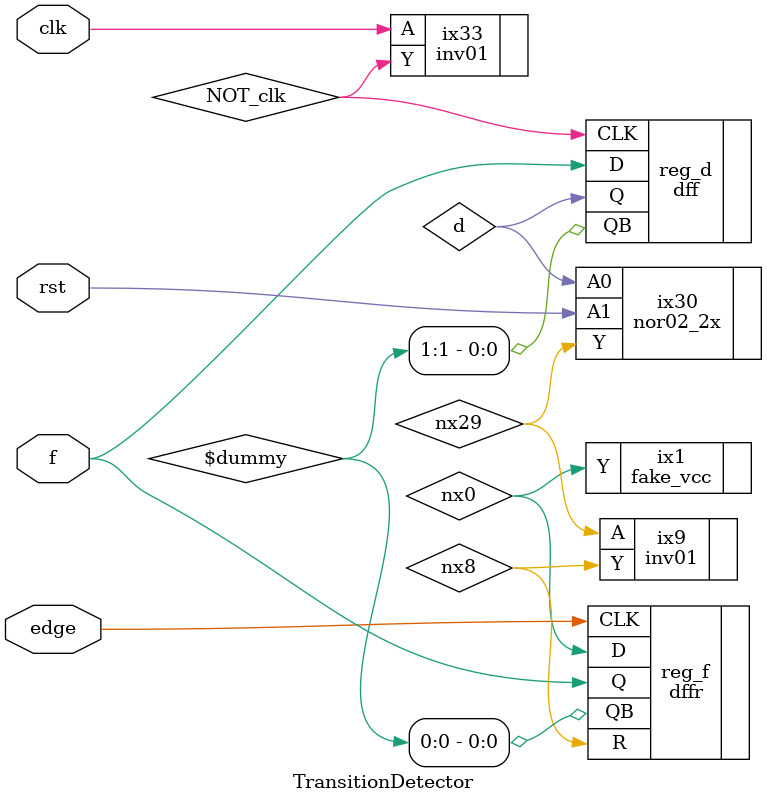
<source format=v>


module CNNWithRAM ( clk, rst, start, finishCNN ) ;

    input clk ;
    input rst ;
    input start ;
    output finishCNN ;

    wire MFCWindowRam, MFCWrite, windowRamAddressRead_12, 
         windowRamAddressRead_11, windowRamAddressRead_10, 
         windowRamAddressRead_9, windowRamAddressRead_8, windowRamAddressRead_7, 
         windowRamAddressRead_6, windowRamAddressRead_5, windowRamAddressRead_4, 
         windowRamAddressRead_3, windowRamAddressRead_2, windowRamAddressRead_1, 
         windowRamAddressRead_0, windowRamAddressWrite_12, 
         windowRamAddressWrite_11, windowRamAddressWrite_10, 
         windowRamAddressWrite_9, windowRamAddressWrite_8, 
         windowRamAddressWrite_7, windowRamAddressWrite_6, 
         windowRamAddressWrite_5, windowRamAddressWrite_4, 
         windowRamAddressWrite_3, windowRamAddressWrite_2, 
         windowRamAddressWrite_1, windowRamAddressWrite_0, windowRamRead, 
         windowRamWrite, GND;
    wire [108:0] \$dummy ;




    CNNModule_8_16_5_5_3_12_13 CNNMap (.startCNN (start), .clk (clk), .rst (rst)
                               , .weightsRamDataInBus ({GND,GND,GND,GND,GND,GND,
                               GND,GND,GND,GND,GND,GND,GND,GND,GND,GND,GND,GND,
                               GND,GND,GND,GND,GND,GND,GND,GND,GND,GND,GND,GND,
                               GND,GND,GND,GND,GND,GND,GND,GND,GND,GND}), .windowRamDataInBus (
                               {GND,GND,GND,GND,GND,GND,GND,GND,GND,GND,GND,GND,
                               GND,GND,GND,GND,GND,GND,GND,GND,GND,GND,GND,GND,
                               GND,GND,GND,GND,GND,GND,GND,GND,GND,GND,GND,GND,
                               GND,GND,GND,GND,GND,GND,GND,GND,GND,GND,GND,GND,
                               GND,GND,GND,GND,GND,GND,GND,GND,GND,GND,GND,GND,
                               GND,GND,GND,GND,GND,GND,GND,GND,GND,GND,GND,GND,
                               GND,GND,GND,GND,GND,GND,GND,GND}), .MFCWindowRam (
                               MFCWindowRam), .MFCWeightsRam (GND), .MFCWrite (
                               MFCWrite), .weightsRamAddress ({\$dummy [0],
                               \$dummy [1],\$dummy [2],\$dummy [3],\$dummy [4],
                               \$dummy [5],\$dummy [6],\$dummy [7],\$dummy [8],
                               \$dummy [9],\$dummy [10],\$dummy [11]}), .windowRamAddressRead (
                               {windowRamAddressRead_12,windowRamAddressRead_11,
                               windowRamAddressRead_10,windowRamAddressRead_9,
                               windowRamAddressRead_8,windowRamAddressRead_7,
                               windowRamAddressRead_6,windowRamAddressRead_5,
                               windowRamAddressRead_4,windowRamAddressRead_3,
                               windowRamAddressRead_2,windowRamAddressRead_1,
                               windowRamAddressRead_0}), .windowRamAddressWrite (
                               {windowRamAddressWrite_12,
                               windowRamAddressWrite_11,windowRamAddressWrite_10
                               ,windowRamAddressWrite_9,windowRamAddressWrite_8,
                               windowRamAddressWrite_7,windowRamAddressWrite_6,
                               windowRamAddressWrite_5,windowRamAddressWrite_4,
                               windowRamAddressWrite_3,windowRamAddressWrite_2,
                               windowRamAddressWrite_1,windowRamAddressWrite_0})
                               , .weightsRamRead (\$dummy [12]), .windowRamRead (
                               windowRamRead), .windowRamWrite (windowRamWrite)
                               , .windowRamDataOutBus ({\$dummy [13],
                               \$dummy [14],\$dummy [15],\$dummy [16],
                               \$dummy [17],\$dummy [18],\$dummy [19],
                               \$dummy [20],\$dummy [21],\$dummy [22],
                               \$dummy [23],\$dummy [24],\$dummy [25],
                               \$dummy [26],\$dummy [27],\$dummy [28]}), .finishNetwork (
                               finishCNN)) ;
    RAM_13_16_80 windowRam (.clk (clk), .rd (windowRamRead), .we (windowRamWrite
                 ), .reset (rst), .addressRead ({windowRamAddressRead_12,
                 windowRamAddressRead_11,windowRamAddressRead_10,
                 windowRamAddressRead_9,windowRamAddressRead_8,
                 windowRamAddressRead_7,windowRamAddressRead_6,
                 windowRamAddressRead_5,windowRamAddressRead_4,
                 windowRamAddressRead_3,windowRamAddressRead_2,
                 windowRamAddressRead_1,windowRamAddressRead_0}), .addressWrite (
                 {windowRamAddressWrite_12,windowRamAddressWrite_11,
                 windowRamAddressWrite_10,windowRamAddressWrite_9,
                 windowRamAddressWrite_8,windowRamAddressWrite_7,
                 windowRamAddressWrite_6,windowRamAddressWrite_5,
                 windowRamAddressWrite_4,windowRamAddressWrite_3,
                 windowRamAddressWrite_2,windowRamAddressWrite_1,
                 windowRamAddressWrite_0}), .dataIn ({GND,GND,GND,GND,GND,GND,
                 GND,GND,GND,GND,GND,GND,GND,GND,GND,GND}), .dataOut ({
                 \$dummy [29],\$dummy [30],\$dummy [31],\$dummy [32],
                 \$dummy [33],\$dummy [34],\$dummy [35],\$dummy [36],
                 \$dummy [37],\$dummy [38],\$dummy [39],\$dummy [40],
                 \$dummy [41],\$dummy [42],\$dummy [43],\$dummy [44],
                 \$dummy [45],\$dummy [46],\$dummy [47],\$dummy [48],
                 \$dummy [49],\$dummy [50],\$dummy [51],\$dummy [52],
                 \$dummy [53],\$dummy [54],\$dummy [55],\$dummy [56],
                 \$dummy [57],\$dummy [58],\$dummy [59],\$dummy [60],
                 \$dummy [61],\$dummy [62],\$dummy [63],\$dummy [64],
                 \$dummy [65],\$dummy [66],\$dummy [67],\$dummy [68],
                 \$dummy [69],\$dummy [70],\$dummy [71],\$dummy [72],
                 \$dummy [73],\$dummy [74],\$dummy [75],\$dummy [76],
                 \$dummy [77],\$dummy [78],\$dummy [79],\$dummy [80],
                 \$dummy [81],\$dummy [82],\$dummy [83],\$dummy [84],
                 \$dummy [85],\$dummy [86],\$dummy [87],\$dummy [88],
                 \$dummy [89],\$dummy [90],\$dummy [91],\$dummy [92],
                 \$dummy [93],\$dummy [94],\$dummy [95],\$dummy [96],
                 \$dummy [97],\$dummy [98],\$dummy [99],\$dummy [100],
                 \$dummy [101],\$dummy [102],\$dummy [103],\$dummy [104],
                 \$dummy [105],\$dummy [106],\$dummy [107],\$dummy [108]}), .MFCReadOut (
                 MFCWindowRam), .MFCWriteOut (MFCWrite)) ;
    fake_gnd ix327 (.Y (GND)) ;
endmodule


module RAM_13_16_80 ( clk, rd, we, reset, addressRead, addressWrite, dataIn, 
                      dataOut, MFCReadOut, MFCWriteOut ) ;

    input clk ;
    input rd ;
    input we ;
    input reset ;
    input [12:0]addressRead ;
    input [12:0]addressWrite ;
    input [15:0]dataIn ;
    output [79:0]dataOut ;
    output MFCReadOut ;
    output MFCWriteOut ;

    wire NOT_clk, nx4, nx36, nx38, nx40, nx58, nx60, nx62, nx68, nx82, nx84, 
         NOT_nx84, nx90, nx93, nx95, nx97, nx99, nx101, nx103, nx105, nx108, 
         nx110, nx112, nx114, nx116, nx118, nx120, nx122, nx124, nx126, nx128, 
         nx135, nx139, nx142, nx146, nx149;
    wire [1:0] \$dummy ;




    assign dataOut[78] = dataOut[79] ;
    assign dataOut[77] = dataOut[79] ;
    assign dataOut[76] = dataOut[79] ;
    assign dataOut[75] = dataOut[79] ;
    assign dataOut[74] = dataOut[79] ;
    assign dataOut[73] = dataOut[79] ;
    assign dataOut[72] = dataOut[79] ;
    assign dataOut[71] = dataOut[79] ;
    assign dataOut[70] = dataOut[79] ;
    assign dataOut[69] = dataOut[79] ;
    assign dataOut[68] = dataOut[79] ;
    assign dataOut[67] = dataOut[79] ;
    assign dataOut[66] = dataOut[79] ;
    assign dataOut[65] = dataOut[79] ;
    assign dataOut[64] = dataOut[79] ;
    assign dataOut[63] = dataOut[79] ;
    assign dataOut[62] = dataOut[79] ;
    assign dataOut[61] = dataOut[79] ;
    assign dataOut[60] = dataOut[79] ;
    assign dataOut[59] = dataOut[79] ;
    assign dataOut[58] = dataOut[79] ;
    assign dataOut[57] = dataOut[79] ;
    assign dataOut[56] = dataOut[79] ;
    assign dataOut[55] = dataOut[79] ;
    assign dataOut[54] = dataOut[79] ;
    assign dataOut[53] = dataOut[79] ;
    assign dataOut[52] = dataOut[79] ;
    assign dataOut[51] = dataOut[79] ;
    assign dataOut[50] = dataOut[79] ;
    assign dataOut[49] = dataOut[79] ;
    assign dataOut[48] = dataOut[79] ;
    assign dataOut[47] = dataOut[79] ;
    assign dataOut[46] = dataOut[79] ;
    assign dataOut[45] = dataOut[79] ;
    assign dataOut[44] = dataOut[79] ;
    assign dataOut[43] = dataOut[79] ;
    assign dataOut[42] = dataOut[79] ;
    assign dataOut[41] = dataOut[79] ;
    assign dataOut[40] = dataOut[79] ;
    assign dataOut[39] = dataOut[79] ;
    assign dataOut[38] = dataOut[79] ;
    assign dataOut[37] = dataOut[79] ;
    assign dataOut[36] = dataOut[79] ;
    assign dataOut[35] = dataOut[79] ;
    assign dataOut[34] = dataOut[79] ;
    assign dataOut[33] = dataOut[79] ;
    assign dataOut[32] = dataOut[79] ;
    assign dataOut[31] = dataOut[79] ;
    assign dataOut[30] = dataOut[79] ;
    assign dataOut[29] = dataOut[79] ;
    assign dataOut[28] = dataOut[79] ;
    assign dataOut[27] = dataOut[79] ;
    assign dataOut[26] = dataOut[79] ;
    assign dataOut[25] = dataOut[79] ;
    assign dataOut[24] = dataOut[79] ;
    assign dataOut[23] = dataOut[79] ;
    assign dataOut[22] = dataOut[79] ;
    assign dataOut[21] = dataOut[79] ;
    assign dataOut[20] = dataOut[79] ;
    assign dataOut[19] = dataOut[79] ;
    assign dataOut[18] = dataOut[79] ;
    assign dataOut[17] = dataOut[79] ;
    assign dataOut[16] = dataOut[79] ;
    assign dataOut[15] = dataOut[79] ;
    assign dataOut[14] = dataOut[79] ;
    assign dataOut[13] = dataOut[79] ;
    assign dataOut[12] = dataOut[79] ;
    assign dataOut[11] = dataOut[79] ;
    assign dataOut[10] = dataOut[79] ;
    assign dataOut[9] = dataOut[79] ;
    assign dataOut[8] = dataOut[79] ;
    assign dataOut[7] = dataOut[79] ;
    assign dataOut[6] = dataOut[79] ;
    assign dataOut[5] = dataOut[79] ;
    assign dataOut[4] = dataOut[79] ;
    assign dataOut[3] = dataOut[79] ;
    assign dataOut[2] = dataOut[79] ;
    assign dataOut[1] = dataOut[79] ;
    assign dataOut[0] = dataOut[79] ;
    fake_gnd ix44 (.Y (dataOut[79])) ;
    dff reg_MFCWriteOut (.Q (MFCWriteOut), .QB (\$dummy [0]), .D (NOT_nx84), .CLK (
        NOT_clk)) ;
    nand02 ix88 (.Y (NOT_nx84), .A0 (nx36), .A1 (nx82)) ;
    nor02_2x ix37 (.Y (nx36), .A0 (nx90), .A1 (nx97)) ;
    nand03 ix91 (.Y (nx90), .A0 (nx4), .A1 (rd), .A2 (nx95)) ;
    nor02_2x ix5 (.Y (nx4), .A0 (reset), .A1 (nx93)) ;
    inv01 ix94 (.Y (nx93), .A (we)) ;
    xnor2 ix96 (.Y (nx95), .A0 (addressRead[0]), .A1 (addressWrite[0])) ;
    nand04 ix98 (.Y (nx97), .A0 (nx99), .A1 (nx101), .A2 (nx103), .A3 (nx105)) ;
    xnor2 ix100 (.Y (nx99), .A0 (addressRead[1]), .A1 (addressWrite[1])) ;
    xnor2 ix102 (.Y (nx101), .A0 (addressRead[2]), .A1 (addressWrite[2])) ;
    xnor2 ix104 (.Y (nx103), .A0 (addressRead[3]), .A1 (addressWrite[3])) ;
    xnor2 ix106 (.Y (nx105), .A0 (addressRead[4]), .A1 (addressWrite[4])) ;
    nor03_2x ix83 (.Y (nx82), .A0 (nx108), .A1 (nx114), .A2 (nx120)) ;
    nand02 ix109 (.Y (nx108), .A0 (nx110), .A1 (nx112)) ;
    xnor2 ix111 (.Y (nx110), .A0 (addressRead[5]), .A1 (addressWrite[5])) ;
    xnor2 ix113 (.Y (nx112), .A0 (addressRead[6]), .A1 (addressWrite[6])) ;
    nand02 ix115 (.Y (nx114), .A0 (nx116), .A1 (nx118)) ;
    xnor2 ix117 (.Y (nx116), .A0 (addressRead[7]), .A1 (addressWrite[7])) ;
    xnor2 ix119 (.Y (nx118), .A0 (addressRead[12]), .A1 (addressWrite[12])) ;
    nand04 ix121 (.Y (nx120), .A0 (nx122), .A1 (nx124), .A2 (nx126), .A3 (nx128)
           ) ;
    xnor2 ix123 (.Y (nx122), .A0 (addressRead[8]), .A1 (addressWrite[8])) ;
    xnor2 ix125 (.Y (nx124), .A0 (addressRead[9]), .A1 (addressWrite[9])) ;
    xnor2 ix127 (.Y (nx126), .A0 (addressRead[10]), .A1 (addressWrite[10])) ;
    xnor2 ix129 (.Y (nx128), .A0 (addressRead[11]), .A1 (addressWrite[11])) ;
    inv01 ix131 (.Y (NOT_clk), .A (clk)) ;
    dff reg_MFCReadOut (.Q (MFCReadOut), .QB (\$dummy [1]), .D (nx84), .CLK (
        NOT_clk)) ;
    nor03_2x ix85 (.Y (nx84), .A0 (nx90), .A1 (nx97), .A2 (nx135)) ;
    nand04 ix136 (.Y (nx135), .A0 (nx58), .A1 (nx68), .A2 (nx126), .A3 (nx128)
           ) ;
    nor03_2x ix59 (.Y (nx58), .A0 (nx38), .A1 (nx40), .A2 (nx114)) ;
    xnor2 ix39 (.Y (nx38), .A0 (addressRead[5]), .A1 (nx139)) ;
    inv01 ix140 (.Y (nx139), .A (addressWrite[5])) ;
    xnor2 ix41 (.Y (nx40), .A0 (addressRead[6]), .A1 (nx142)) ;
    inv01 ix143 (.Y (nx142), .A (addressWrite[6])) ;
    nor02_2x ix69 (.Y (nx68), .A0 (nx60), .A1 (nx62)) ;
    xnor2 ix61 (.Y (nx60), .A0 (addressRead[8]), .A1 (nx146)) ;
    inv01 ix147 (.Y (nx146), .A (addressWrite[8])) ;
    xnor2 ix63 (.Y (nx62), .A0 (addressRead[9]), .A1 (nx149)) ;
    inv01 ix150 (.Y (nx149), .A (addressWrite[9])) ;
endmodule


module CNNModule_8_16_5_5_3_12_13 ( startCNN, clk, rst, weightsRamDataInBus, 
                                    windowRamDataInBus, MFCWindowRam, 
                                    MFCWeightsRam, MFCWrite, weightsRamAddress, 
                                    windowRamAddressRead, windowRamAddressWrite, 
                                    weightsRamRead, windowRamRead, 
                                    windowRamWrite, windowRamDataOutBus, 
                                    finishNetwork ) ;

    input startCNN ;
    input clk ;
    input rst ;
    input [39:0]weightsRamDataInBus ;
    input [79:0]windowRamDataInBus ;
    input MFCWindowRam ;
    input MFCWeightsRam ;
    input MFCWrite ;
    output [11:0]weightsRamAddress ;
    output [12:0]windowRamAddressRead ;
    output [12:0]windowRamAddressWrite ;
    output weightsRamRead ;
    output windowRamRead ;
    output windowRamWrite ;
    output [15:0]windowRamDataOutBus ;
    output finishNetwork ;

    wire conv, pool, layerType, doneCores, startConv, readAllFinish, 
         writeOneFinish, loadWindow, readNextCol, finishLayer, finishSlice, 
         inputSizeAddress_4, outputSizeAddress_4, outputSizeAddressForDMA_5, 
         outputSizeAddressForDMA_4, outputSizeAddressForDMA_3, 
         outputSizeAddressForDMA_2, outputSizeAddressForDMA_1, 
         outputSizeAddressForDMA_0, layersNumber_1, filtersNumber_2, 
         filterDepth_2, saveToRAM, finishFilter, baseAddressTwo_11, nx10;
    wire [205:0] \$dummy ;




    assign weightsRamAddress[10] = weightsRamAddress[11] ;
    assign weightsRamAddress[9] = weightsRamAddress[11] ;
    assign weightsRamAddress[8] = weightsRamAddress[11] ;
    assign weightsRamAddress[7] = weightsRamAddress[11] ;
    assign weightsRamAddress[6] = weightsRamAddress[11] ;
    assign weightsRamAddress[5] = weightsRamAddress[11] ;
    assign weightsRamAddress[4] = weightsRamAddress[11] ;
    assign weightsRamAddress[3] = weightsRamAddress[11] ;
    assign weightsRamAddress[2] = weightsRamAddress[11] ;
    assign weightsRamAddress[1] = weightsRamAddress[11] ;
    assign weightsRamAddress[0] = weightsRamAddress[11] ;
    assign weightsRamRead = weightsRamAddress[11] ;
    assign windowRamDataOutBus[15] = weightsRamAddress[11] ;
    assign windowRamDataOutBus[14] = weightsRamAddress[11] ;
    assign windowRamDataOutBus[13] = weightsRamAddress[11] ;
    assign windowRamDataOutBus[12] = weightsRamAddress[11] ;
    assign windowRamDataOutBus[11] = weightsRamAddress[11] ;
    assign windowRamDataOutBus[10] = weightsRamAddress[11] ;
    assign windowRamDataOutBus[9] = weightsRamAddress[11] ;
    assign windowRamDataOutBus[8] = weightsRamAddress[11] ;
    assign windowRamDataOutBus[7] = weightsRamAddress[11] ;
    assign windowRamDataOutBus[6] = weightsRamAddress[11] ;
    assign windowRamDataOutBus[5] = weightsRamAddress[11] ;
    assign windowRamDataOutBus[4] = weightsRamAddress[11] ;
    assign windowRamDataOutBus[3] = weightsRamAddress[11] ;
    assign windowRamDataOutBus[2] = weightsRamAddress[11] ;
    assign windowRamDataOutBus[1] = weightsRamAddress[11] ;
    assign windowRamDataOutBus[0] = weightsRamAddress[11] ;
    CNNCores_8_16_5_5_3 coresMap (.filterBus ({weightsRamAddress[11],
                        weightsRamAddress[11],weightsRamAddress[11],
                        weightsRamAddress[11],weightsRamAddress[11],
                        weightsRamAddress[11],weightsRamAddress[11],
                        weightsRamAddress[11],weightsRamAddress[11],
                        weightsRamAddress[11],weightsRamAddress[11],
                        weightsRamAddress[11],weightsRamAddress[11],
                        weightsRamAddress[11],weightsRamAddress[11],
                        weightsRamAddress[11],weightsRamAddress[11],
                        weightsRamAddress[11],weightsRamAddress[11],
                        weightsRamAddress[11],weightsRamAddress[11],
                        weightsRamAddress[11],weightsRamAddress[11],
                        weightsRamAddress[11],weightsRamAddress[11],
                        weightsRamAddress[11],weightsRamAddress[11],
                        weightsRamAddress[11],weightsRamAddress[11],
                        weightsRamAddress[11],weightsRamAddress[11],
                        weightsRamAddress[11],weightsRamAddress[11],
                        weightsRamAddress[11],weightsRamAddress[11],
                        weightsRamAddress[11],weightsRamAddress[11],
                        weightsRamAddress[11],weightsRamAddress[11],
                        weightsRamAddress[11]}), .windowBus ({
                        weightsRamAddress[11],weightsRamAddress[11],
                        weightsRamAddress[11],weightsRamAddress[11],
                        weightsRamAddress[11],weightsRamAddress[11],
                        weightsRamAddress[11],weightsRamAddress[11],
                        weightsRamAddress[11],weightsRamAddress[11],
                        weightsRamAddress[11],weightsRamAddress[11],
                        weightsRamAddress[11],weightsRamAddress[11],
                        weightsRamAddress[11],weightsRamAddress[11],
                        weightsRamAddress[11],weightsRamAddress[11],
                        weightsRamAddress[11],weightsRamAddress[11],
                        weightsRamAddress[11],weightsRamAddress[11],
                        weightsRamAddress[11],weightsRamAddress[11],
                        weightsRamAddress[11],weightsRamAddress[11],
                        weightsRamAddress[11],weightsRamAddress[11],
                        weightsRamAddress[11],weightsRamAddress[11],
                        weightsRamAddress[11],weightsRamAddress[11],
                        weightsRamAddress[11],weightsRamAddress[11],
                        weightsRamAddress[11],weightsRamAddress[11],
                        weightsRamAddress[11],weightsRamAddress[11],
                        weightsRamAddress[11],weightsRamAddress[11],
                        weightsRamAddress[11],weightsRamAddress[11],
                        weightsRamAddress[11],weightsRamAddress[11],
                        weightsRamAddress[11],weightsRamAddress[11],
                        weightsRamAddress[11],weightsRamAddress[11],
                        weightsRamAddress[11],weightsRamAddress[11],
                        weightsRamAddress[11],weightsRamAddress[11],
                        weightsRamAddress[11],weightsRamAddress[11],
                        weightsRamAddress[11],weightsRamAddress[11],
                        weightsRamAddress[11],weightsRamAddress[11],
                        weightsRamAddress[11],weightsRamAddress[11],
                        weightsRamAddress[11],weightsRamAddress[11],
                        weightsRamAddress[11],weightsRamAddress[11],
                        weightsRamAddress[11],weightsRamAddress[11],
                        weightsRamAddress[11],weightsRamAddress[11],
                        weightsRamAddress[11],weightsRamAddress[11],
                        weightsRamAddress[11],weightsRamAddress[11],
                        weightsRamAddress[11],weightsRamAddress[11],
                        weightsRamAddress[11],weightsRamAddress[11],
                        weightsRamAddress[11],weightsRamAddress[11],
                        weightsRamAddress[11],weightsRamAddress[11]}), .decoderRow (
                        {weightsRamAddress[11],weightsRamAddress[11],
                        weightsRamAddress[11]}), .clk (clk), .rst (rst), .writePage1 (
                        weightsRamAddress[11]), .writePage2 (
                        weightsRamAddress[11]), .writeFilter (
                        weightsRamAddress[11]), .shift2To1 (
                        weightsRamAddress[11]), .shift1To2 (
                        weightsRamAddress[11]), .pageTurn (weightsRamAddress[11]
                        ), .start (startConv), .layerType (layerType), .filterType (
                        weightsRamAddress[11]), .doneCores (doneCores), .finalSumConv (
                        {\$dummy [0],\$dummy [1],\$dummy [2],\$dummy [3],
                        \$dummy [4],\$dummy [5],\$dummy [6],\$dummy [7],
                        \$dummy [8],\$dummy [9],\$dummy [10],\$dummy [11],
                        \$dummy [12],\$dummy [13],\$dummy [14],\$dummy [15]})) ;
    ControlUnit controlUnitMap (.clk (clk), .layersNumber ({layersNumber_1,
                layersNumber_1}), .filtersNumber ({filtersNumber_2,
                filtersNumber_2,filtersNumber_2}), .filterDepth ({filterDepth_2,
                filterDepth_2,filterDepth_2}), .filterOutputSize ({
                outputSizeAddress_4,outputSizeAddress_4,outputSizeAddress_4,
                outputSizeAddress_4,outputSizeAddress_4}), .startNetwork (
                startCNN), .layerType (layerType), .convFinish (doneCores), .dmaAFinish (
                weightsRamAddress[11]), .dmaBFinish (readAllFinish), .dmaCFinish (
                writeOneFinish), .resetNetwork (rst), .sliceFirstLoad (
                \$dummy [16]), .loadLayerConfig (\$dummy [17]), .loadNetworkConfig (
                \$dummy [18]), .loadFilterConfig (\$dummy [19]), .loadWindow (
                loadWindow), .loadFilter (\$dummy [20]), .conv (conv), .pool (
                pool), .shift12 (\$dummy [21]), .shift21 (\$dummy [22]), .readNextCol (
                readNextCol), .addToOutputBuffer (\$dummy [23]), .outputBufferEn (
                \$dummy [24]), .saveToRAM (saveToRAM), .currentPage ({
                \$dummy [25]}), .finishCurrentSlice (finishSlice), .finishFilter (
                finishFilter), .finishOneLayer (finishLayer), .finishNetwork (
                finishNetwork)) ;
    NBitAdder_13 outputSizeAddMap (.a ({weightsRamAddress[11],
                 weightsRamAddress[11],weightsRamAddress[11],
                 weightsRamAddress[11],weightsRamAddress[11],
                 weightsRamAddress[11],weightsRamAddress[11],
                 weightsRamAddress[11],outputSizeAddress_4,outputSizeAddress_4,
                 outputSizeAddress_4,outputSizeAddress_4,outputSizeAddress_4}), 
                 .b ({weightsRamAddress[11],weightsRamAddress[11],
                 weightsRamAddress[11],weightsRamAddress[11],
                 weightsRamAddress[11],weightsRamAddress[11],
                 weightsRamAddress[11],weightsRamAddress[11],
                 weightsRamAddress[11],weightsRamAddress[11],
                 weightsRamAddress[11],weightsRamAddress[11],
                 weightsRamAddress[11]}), .carryIn (baseAddressTwo_11), .sum ({
                 \$dummy [26],\$dummy [27],\$dummy [28],\$dummy [29],
                 \$dummy [30],\$dummy [31],\$dummy [32],
                 outputSizeAddressForDMA_5,outputSizeAddressForDMA_4,
                 outputSizeAddressForDMA_3,outputSizeAddressForDMA_2,
                 outputSizeAddressForDMA_1,outputSizeAddressForDMA_0}), .carryOut (
                 \$dummy [33])) ;
    DMAController_12_13_8_16_5 DMAControllerMap (.clk (clk), .reset (rst), .weightsInternalBus (
                               {\$dummy [34],\$dummy [35],\$dummy [36],
                               \$dummy [37],\$dummy [38],\$dummy [39],
                               \$dummy [40],\$dummy [41],\$dummy [42],
                               \$dummy [43],\$dummy [44],\$dummy [45],
                               \$dummy [46],\$dummy [47],\$dummy [48],
                               \$dummy [49],\$dummy [50],\$dummy [51],
                               \$dummy [52],\$dummy [53],\$dummy [54],
                               \$dummy [55],\$dummy [56],\$dummy [57],
                               \$dummy [58],\$dummy [59],\$dummy [60],
                               \$dummy [61],\$dummy [62],\$dummy [63],
                               \$dummy [64],\$dummy [65],\$dummy [66],
                               \$dummy [67],\$dummy [68],\$dummy [69],
                               \$dummy [70],\$dummy [71],\$dummy [72],
                               \$dummy [73]}), .windowInternalBus ({\$dummy [74]
                               ,\$dummy [75],\$dummy [76],\$dummy [77],
                               \$dummy [78],\$dummy [79],\$dummy [80],
                               \$dummy [81],\$dummy [82],\$dummy [83],
                               \$dummy [84],\$dummy [85],\$dummy [86],
                               \$dummy [87],\$dummy [88],\$dummy [89],
                               \$dummy [90],\$dummy [91],\$dummy [92],
                               \$dummy [93],\$dummy [94],\$dummy [95],
                               \$dummy [96],\$dummy [97],\$dummy [98],
                               \$dummy [99],\$dummy [100],\$dummy [101],
                               \$dummy [102],\$dummy [103],\$dummy [104],
                               \$dummy [105],\$dummy [106],\$dummy [107],
                               \$dummy [108],\$dummy [109],\$dummy [110],
                               \$dummy [111],\$dummy [112],\$dummy [113],
                               \$dummy [114],\$dummy [115],\$dummy [116],
                               \$dummy [117],\$dummy [118],\$dummy [119],
                               \$dummy [120],\$dummy [121],\$dummy [122],
                               \$dummy [123],\$dummy [124],\$dummy [125],
                               \$dummy [126],\$dummy [127],\$dummy [128],
                               \$dummy [129],\$dummy [130],\$dummy [131],
                               \$dummy [132],\$dummy [133],\$dummy [134],
                               \$dummy [135],\$dummy [136],\$dummy [137],
                               \$dummy [138],\$dummy [139],\$dummy [140],
                               \$dummy [141],\$dummy [142],\$dummy [143],
                               \$dummy [144],\$dummy [145],\$dummy [146],
                               \$dummy [147],\$dummy [148],\$dummy [149],
                               \$dummy [150],\$dummy [151],\$dummy [152],
                               \$dummy [153]}), .writeInternalBus ({
                               weightsRamAddress[11],weightsRamAddress[11],
                               weightsRamAddress[11],weightsRamAddress[11],
                               weightsRamAddress[11],weightsRamAddress[11],
                               weightsRamAddress[11],weightsRamAddress[11],
                               weightsRamAddress[11],weightsRamAddress[11],
                               weightsRamAddress[11],weightsRamAddress[11],
                               weightsRamAddress[11],weightsRamAddress[11],
                               weightsRamAddress[11],weightsRamAddress[11]}), .weightsRamAddress (
                               {\$dummy [154],\$dummy [155],\$dummy [156],
                               \$dummy [157],\$dummy [158],\$dummy [159],
                               \$dummy [160],\$dummy [161],\$dummy [162],
                               \$dummy [163],\$dummy [164],\$dummy [165]}), .windowRamAddressRead (
                               {windowRamAddressRead[12],
                               windowRamAddressRead[11],windowRamAddressRead[10]
                               ,windowRamAddressRead[9],windowRamAddressRead[8],
                               windowRamAddressRead[7],windowRamAddressRead[6],
                               windowRamAddressRead[5],windowRamAddressRead[4],
                               windowRamAddressRead[3],windowRamAddressRead[2],
                               windowRamAddressRead[1],windowRamAddressRead[0]})
                               , .windowRamAddressWrite ({
                               windowRamAddressWrite[12],
                               windowRamAddressWrite[11],
                               windowRamAddressWrite[10],
                               windowRamAddressWrite[9],windowRamAddressWrite[8]
                               ,windowRamAddressWrite[7],
                               windowRamAddressWrite[6],windowRamAddressWrite[5]
                               ,windowRamAddressWrite[4],
                               windowRamAddressWrite[3],windowRamAddressWrite[2]
                               ,windowRamAddressWrite[1],
                               windowRamAddressWrite[0]}), .weightsRamDataInBus (
                               {weightsRamAddress[11],weightsRamAddress[11],
                               weightsRamAddress[11],weightsRamAddress[11],
                               weightsRamAddress[11],weightsRamAddress[11],
                               weightsRamAddress[11],weightsRamAddress[11],
                               weightsRamAddress[11],weightsRamAddress[11],
                               weightsRamAddress[11],weightsRamAddress[11],
                               weightsRamAddress[11],weightsRamAddress[11],
                               weightsRamAddress[11],weightsRamAddress[11],
                               weightsRamAddress[11],weightsRamAddress[11],
                               weightsRamAddress[11],weightsRamAddress[11],
                               weightsRamAddress[11],weightsRamAddress[11],
                               weightsRamAddress[11],weightsRamAddress[11],
                               weightsRamAddress[11],weightsRamAddress[11],
                               weightsRamAddress[11],weightsRamAddress[11],
                               weightsRamAddress[11],weightsRamAddress[11],
                               weightsRamAddress[11],weightsRamAddress[11],
                               weightsRamAddress[11],weightsRamAddress[11],
                               weightsRamAddress[11],weightsRamAddress[11],
                               weightsRamAddress[11],weightsRamAddress[11],
                               weightsRamAddress[11],weightsRamAddress[11]}), .windowRamDataInBus (
                               {weightsRamAddress[11],weightsRamAddress[11],
                               weightsRamAddress[11],weightsRamAddress[11],
                               weightsRamAddress[11],weightsRamAddress[11],
                               weightsRamAddress[11],weightsRamAddress[11],
                               weightsRamAddress[11],weightsRamAddress[11],
                               weightsRamAddress[11],weightsRamAddress[11],
                               weightsRamAddress[11],weightsRamAddress[11],
                               weightsRamAddress[11],weightsRamAddress[11],
                               weightsRamAddress[11],weightsRamAddress[11],
                               weightsRamAddress[11],weightsRamAddress[11],
                               weightsRamAddress[11],weightsRamAddress[11],
                               weightsRamAddress[11],weightsRamAddress[11],
                               weightsRamAddress[11],weightsRamAddress[11],
                               weightsRamAddress[11],weightsRamAddress[11],
                               weightsRamAddress[11],weightsRamAddress[11],
                               weightsRamAddress[11],weightsRamAddress[11],
                               weightsRamAddress[11],weightsRamAddress[11],
                               weightsRamAddress[11],weightsRamAddress[11],
                               weightsRamAddress[11],weightsRamAddress[11],
                               weightsRamAddress[11],weightsRamAddress[11],
                               weightsRamAddress[11],weightsRamAddress[11],
                               weightsRamAddress[11],weightsRamAddress[11],
                               weightsRamAddress[11],weightsRamAddress[11],
                               weightsRamAddress[11],weightsRamAddress[11],
                               weightsRamAddress[11],weightsRamAddress[11],
                               weightsRamAddress[11],weightsRamAddress[11],
                               weightsRamAddress[11],weightsRamAddress[11],
                               weightsRamAddress[11],weightsRamAddress[11],
                               weightsRamAddress[11],weightsRamAddress[11],
                               weightsRamAddress[11],weightsRamAddress[11],
                               weightsRamAddress[11],weightsRamAddress[11],
                               weightsRamAddress[11],weightsRamAddress[11],
                               weightsRamAddress[11],weightsRamAddress[11],
                               weightsRamAddress[11],weightsRamAddress[11],
                               weightsRamAddress[11],weightsRamAddress[11],
                               weightsRamAddress[11],weightsRamAddress[11],
                               weightsRamAddress[11],weightsRamAddress[11],
                               weightsRamAddress[11],weightsRamAddress[11],
                               weightsRamAddress[11],weightsRamAddress[11],
                               weightsRamAddress[11],weightsRamAddress[11]}), .weightsRamRead (
                               \$dummy [166]), .windowRamRead (windowRamRead), .windowRamWrite (
                               windowRamWrite), .windowRamDataOutBus ({
                               \$dummy [167],\$dummy [168],\$dummy [169],
                               \$dummy [170],\$dummy [171],\$dummy [172],
                               \$dummy [173],\$dummy [174],\$dummy [175],
                               \$dummy [176],\$dummy [177],\$dummy [178],
                               \$dummy [179],\$dummy [180],\$dummy [181],
                               \$dummy [182]}), .MFCWindowRam (MFCWindowRam), .MFCWeightsRam (
                               weightsRamAddress[11]), .MFCWrite (MFCWrite), .loadNextFilter (
                               weightsRamAddress[11]), .loadNextWindow (
                               loadWindow), .loadNextRow (readNextCol), .loadOneWord (
                               weightsRamAddress[11]), .loadThreeWord (
                               weightsRamAddress[11]), .filterFinished (
                               finishFilter), .sliceFinished (finishSlice), .layerFinished (
                               finishLayer), .layerType (layerType), .write (
                               saveToRAM), .weightsSizeType (layerType), .inputSize (
                               {weightsRamAddress[11],weightsRamAddress[11],
                               weightsRamAddress[11],weightsRamAddress[11],
                               weightsRamAddress[11],weightsRamAddress[11],
                               weightsRamAddress[11],weightsRamAddress[11],
                               inputSizeAddress_4,inputSizeAddress_4,
                               inputSizeAddress_4,inputSizeAddress_4,
                               inputSizeAddress_4}), .outputSize ({
                               weightsRamAddress[11],weightsRamAddress[11],
                               weightsRamAddress[11],weightsRamAddress[11],
                               weightsRamAddress[11],weightsRamAddress[11],
                               weightsRamAddress[11],outputSizeAddressForDMA_5,
                               outputSizeAddressForDMA_4,
                               outputSizeAddressForDMA_3,
                               outputSizeAddressForDMA_2,
                               outputSizeAddressForDMA_1,
                               outputSizeAddressForDMA_0}), .windowRamBaseAddress1 (
                               {weightsRamAddress[11],weightsRamAddress[11],
                               weightsRamAddress[11],weightsRamAddress[11],
                               weightsRamAddress[11],weightsRamAddress[11],
                               weightsRamAddress[11],weightsRamAddress[11],
                               weightsRamAddress[11],weightsRamAddress[11],
                               weightsRamAddress[11],weightsRamAddress[11],
                               weightsRamAddress[11]}), .windowRamBaseAddress2 (
                               {weightsRamAddress[11],baseAddressTwo_11,
                               baseAddressTwo_11,baseAddressTwo_11,
                               baseAddressTwo_11,weightsRamAddress[11],
                               weightsRamAddress[11],baseAddressTwo_11,
                               weightsRamAddress[11],weightsRamAddress[11],
                               weightsRamAddress[11],weightsRamAddress[11],
                               weightsRamAddress[11]}), .filterRamBaseAddress ({
                               weightsRamAddress[11],weightsRamAddress[11],
                               weightsRamAddress[11],weightsRamAddress[11],
                               weightsRamAddress[11],weightsRamAddress[11],
                               weightsRamAddress[11],weightsRamAddress[11],
                               weightsRamAddress[11],weightsRamAddress[11],
                               weightsRamAddress[11],weightsRamAddress[11]}), .windowReadOne (
                               \$dummy [183]), .windowReadFinal (readAllFinish)
                               , .weightsReadOne (\$dummy [184]), .weightsReadFinal (
                               \$dummy [185]), .writeDoneOne (writeOneFinish), .filterAluNumber (
                               {\$dummy [186],\$dummy [187],\$dummy [188]}), .windowAluNumber (
                               {\$dummy [189],\$dummy [190],\$dummy [191]})) ;
    Config_40 configMap (.filterBus ({weightsRamAddress[11],
              weightsRamAddress[11],weightsRamAddress[11],weightsRamAddress[11],
              weightsRamAddress[11],weightsRamAddress[11],weightsRamAddress[11],
              weightsRamAddress[11],weightsRamAddress[11],weightsRamAddress[11],
              weightsRamAddress[11],weightsRamAddress[11],weightsRamAddress[11],
              weightsRamAddress[11],weightsRamAddress[11],weightsRamAddress[11],
              weightsRamAddress[11],weightsRamAddress[11],weightsRamAddress[11],
              weightsRamAddress[11],weightsRamAddress[11],weightsRamAddress[11],
              weightsRamAddress[11],weightsRamAddress[11],weightsRamAddress[11],
              weightsRamAddress[11],weightsRamAddress[11],weightsRamAddress[11],
              weightsRamAddress[11],weightsRamAddress[11],weightsRamAddress[11],
              weightsRamAddress[11],weightsRamAddress[11],weightsRamAddress[11],
              weightsRamAddress[11],weightsRamAddress[11],weightsRamAddress[11],
              weightsRamAddress[11],weightsRamAddress[11],weightsRamAddress[11]}
              ), .clk (weightsRamAddress[11]), .rst (weightsRamAddress[11]), .readNumLayers (
              weightsRamAddress[11]), .readLayerConfig (weightsRamAddress[11]), 
              .numLayers ({layersNumber_1,\$dummy [192]}), .layerType (layerType
              ), .filterType (\$dummy [193]), .numFilters ({filtersNumber_2,
              \$dummy [194],\$dummy [195]}), .filterDepth ({filterDepth_2,
              \$dummy [196],\$dummy [197]}), .inputSize ({inputSizeAddress_4,
              \$dummy [198],\$dummy [199],\$dummy [200],\$dummy [201]}), .outputSize (
              {outputSizeAddress_4,\$dummy [202],\$dummy [203],\$dummy [204],
              \$dummy [205]})) ;
    fake_gnd ix4 (.Y (weightsRamAddress[11])) ;
    fake_vcc ix2 (.Y (baseAddressTwo_11)) ;
    inv01 ix1 (.Y (startConv), .A (nx10)) ;
    nor02_2x ix11 (.Y (nx10), .A0 (conv), .A1 (pool)) ;
endmodule


module Config_40 ( filterBus, clk, rst, readNumLayers, readLayerConfig, 
                   numLayers, layerType, filterType, numFilters, filterDepth, 
                   inputSize, outputSize ) ;

    input [39:0]filterBus ;
    input clk ;
    input rst ;
    input readNumLayers ;
    input readLayerConfig ;
    output [1:0]numLayers ;
    output layerType ;
    output filterType ;
    output [2:0]numFilters ;
    output [2:0]filterDepth ;
    output [4:0]inputSize ;
    output [4:0]outputSize ;

    wire readNumLayers_rename;
    wire [13:0] \$dummy ;




    assign numLayers[0] = numLayers[1] ;
    assign filterType = layerType ;
    assign numFilters[1] = numFilters[2] ;
    assign numFilters[0] = numFilters[2] ;
    assign filterDepth[1] = filterDepth[2] ;
    assign filterDepth[0] = filterDepth[2] ;
    assign inputSize[3] = inputSize[4] ;
    assign inputSize[2] = inputSize[4] ;
    assign inputSize[1] = inputSize[4] ;
    assign inputSize[0] = inputSize[4] ;
    assign outputSize[3] = outputSize[4] ;
    assign outputSize[2] = outputSize[4] ;
    assign outputSize[1] = outputSize[4] ;
    assign outputSize[0] = outputSize[4] ;
    Reg_2_unfolded0 numLayerRegMap (.D ({readNumLayers_rename,
                    readNumLayers_rename}), .en (readNumLayers_rename), .clk (
                    readNumLayers_rename), .rst (readNumLayers_rename), .Q ({
                    numLayers[1],\$dummy [0]})) ;
    Reg_3_unfolded1 numFiltersRegMap (.D ({readNumLayers_rename,
                    readNumLayers_rename,readNumLayers_rename}), .en (
                    readNumLayers_rename), .clk (readNumLayers_rename), .rst (
                    readNumLayers_rename), .Q ({numFilters[2],\$dummy [1],
                    \$dummy [2]})) ;
    Reg_3_unfolded1 filterDepthRegMap (.D ({readNumLayers_rename,
                    readNumLayers_rename,readNumLayers_rename}), .en (
                    readNumLayers_rename), .clk (readNumLayers_rename), .rst (
                    readNumLayers_rename), .Q ({filterDepth[2],\$dummy [3],
                    \$dummy [4]})) ;
    Reg_2_unfolded0 layerTypeRegMap (.D ({readNumLayers_rename,
                    readNumLayers_rename}), .en (readNumLayers_rename), .clk (
                    readNumLayers_rename), .rst (readNumLayers_rename), .Q ({
                    layerType,\$dummy [5]})) ;
    Reg_5_unfolded1 inputSizeRegMap (.D ({readNumLayers_rename,
                    readNumLayers_rename,readNumLayers_rename,
                    readNumLayers_rename,readNumLayers_rename}), .en (
                    readNumLayers_rename), .clk (readNumLayers_rename), .rst (
                    readNumLayers_rename), .Q ({inputSize[4],\$dummy [6],
                    \$dummy [7],\$dummy [8],\$dummy [9]})) ;
    Reg_5_unfolded1 outputSizeRegMap (.D ({readNumLayers_rename,
                    readNumLayers_rename,readNumLayers_rename,
                    readNumLayers_rename,readNumLayers_rename}), .en (
                    readNumLayers_rename), .clk (readNumLayers_rename), .rst (
                    readNumLayers_rename), .Q ({outputSize[4],\$dummy [10],
                    \$dummy [11],\$dummy [12],\$dummy [13]})) ;
    fake_gnd ix44 (.Y (readNumLayers_rename)) ;
endmodule


module Reg_5_unfolded1 ( D, en, clk, rst, Q ) ;

    input [4:0]D ;
    input en ;
    input clk ;
    input rst ;
    output [4:0]Q ;




    assign Q[4] = Q[0] ;
    assign Q[3] = Q[0] ;
    assign Q[2] = Q[0] ;
    assign Q[1] = Q[0] ;
    fake_gnd ix43 (.Y (Q[0])) ;
endmodule


module Reg_3_unfolded1 ( D, en, clk, rst, Q ) ;

    input [2:0]D ;
    input en ;
    input clk ;
    input rst ;
    output [2:0]Q ;




    assign Q[2] = Q[0] ;
    assign Q[1] = Q[0] ;
    fake_gnd ix43 (.Y (Q[0])) ;
endmodule


module Reg_2_unfolded0 ( D, en, clk, rst, Q ) ;

    input [1:0]D ;
    input en ;
    input clk ;
    input rst ;
    output [1:0]Q ;




    assign Q[1] = Q[0] ;
    fake_gnd ix43 (.Y (Q[0])) ;
endmodule


module DMAController_12_13_8_16_5 ( clk, reset, weightsInternalBus, 
                                    windowInternalBus, writeInternalBus, 
                                    weightsRamAddress, windowRamAddressRead, 
                                    windowRamAddressWrite, weightsRamDataInBus, 
                                    windowRamDataInBus, weightsRamRead, 
                                    windowRamRead, windowRamWrite, 
                                    windowRamDataOutBus, MFCWindowRam, 
                                    MFCWeightsRam, MFCWrite, loadNextFilter, 
                                    loadNextWindow, loadNextRow, loadOneWord, 
                                    loadThreeWord, filterFinished, sliceFinished, 
                                    layerFinished, layerType, write, 
                                    weightsSizeType, inputSize, outputSize, 
                                    windowRamBaseAddress1, windowRamBaseAddress2, 
                                    filterRamBaseAddress, windowReadOne, 
                                    windowReadFinal, weightsReadOne, 
                                    weightsReadFinal, writeDoneOne, 
                                    filterAluNumber, windowAluNumber ) ;

    input clk ;
    input reset ;
    output [39:0]weightsInternalBus ;
    output [79:0]windowInternalBus ;
    input [15:0]writeInternalBus ;
    output [11:0]weightsRamAddress ;
    output [12:0]windowRamAddressRead ;
    output [12:0]windowRamAddressWrite ;
    input [39:0]weightsRamDataInBus ;
    input [79:0]windowRamDataInBus ;
    output weightsRamRead ;
    output windowRamRead ;
    output windowRamWrite ;
    output [15:0]windowRamDataOutBus ;
    input MFCWindowRam ;
    input MFCWeightsRam ;
    input MFCWrite ;
    input loadNextFilter ;
    input loadNextWindow ;
    input loadNextRow ;
    input loadOneWord ;
    input loadThreeWord ;
    input filterFinished ;
    input sliceFinished ;
    input layerFinished ;
    input layerType ;
    input write ;
    input weightsSizeType ;
    input [12:0]inputSize ;
    input [12:0]outputSize ;
    input [12:0]windowRamBaseAddress1 ;
    input [12:0]windowRamBaseAddress2 ;
    input [11:0]filterRamBaseAddress ;
    output windowReadOne ;
    output windowReadFinal ;
    output weightsReadOne ;
    output weightsReadFinal ;
    output writeDoneOne ;
    output [2:0]filterAluNumber ;
    output [2:0]windowAluNumber ;

    wire currentWriteRamBaseAddress_11, ramBaseAddressSelector, switchRam, 
         windowRLSwitchRam, writeFinishFilter, NOT_weightsSizeType, 
         weightsSizeForWindow_0, NOT__2428, nx20, nx22, nx25;
    wire [151:0] \$dummy ;




    assign weightsInternalBus[39] = filterAluNumber[2] ;
    assign weightsInternalBus[38] = filterAluNumber[2] ;
    assign weightsInternalBus[37] = filterAluNumber[2] ;
    assign weightsInternalBus[36] = filterAluNumber[2] ;
    assign weightsInternalBus[35] = filterAluNumber[2] ;
    assign weightsInternalBus[34] = filterAluNumber[2] ;
    assign weightsInternalBus[33] = filterAluNumber[2] ;
    assign weightsInternalBus[32] = filterAluNumber[2] ;
    assign weightsInternalBus[31] = filterAluNumber[2] ;
    assign weightsInternalBus[30] = filterAluNumber[2] ;
    assign weightsInternalBus[29] = filterAluNumber[2] ;
    assign weightsInternalBus[28] = filterAluNumber[2] ;
    assign weightsInternalBus[27] = filterAluNumber[2] ;
    assign weightsInternalBus[26] = filterAluNumber[2] ;
    assign weightsInternalBus[25] = filterAluNumber[2] ;
    assign weightsInternalBus[24] = filterAluNumber[2] ;
    assign weightsInternalBus[18] = filterAluNumber[2] ;
    assign weightsInternalBus[17] = filterAluNumber[2] ;
    assign weightsInternalBus[16] = filterAluNumber[2] ;
    assign weightsInternalBus[10] = filterAluNumber[2] ;
    assign weightsInternalBus[9] = filterAluNumber[2] ;
    assign weightsInternalBus[8] = filterAluNumber[2] ;
    assign windowInternalBus[79] = filterAluNumber[2] ;
    assign windowInternalBus[78] = filterAluNumber[2] ;
    assign windowInternalBus[77] = filterAluNumber[2] ;
    assign windowInternalBus[76] = filterAluNumber[2] ;
    assign windowInternalBus[75] = filterAluNumber[2] ;
    assign windowInternalBus[74] = filterAluNumber[2] ;
    assign windowInternalBus[73] = filterAluNumber[2] ;
    assign windowInternalBus[72] = filterAluNumber[2] ;
    assign windowInternalBus[71] = filterAluNumber[2] ;
    assign windowInternalBus[70] = filterAluNumber[2] ;
    assign windowInternalBus[69] = filterAluNumber[2] ;
    assign windowInternalBus[68] = filterAluNumber[2] ;
    assign windowInternalBus[67] = filterAluNumber[2] ;
    assign windowInternalBus[66] = filterAluNumber[2] ;
    assign windowInternalBus[65] = filterAluNumber[2] ;
    assign windowInternalBus[64] = filterAluNumber[2] ;
    assign windowInternalBus[63] = filterAluNumber[2] ;
    assign windowInternalBus[62] = filterAluNumber[2] ;
    assign windowInternalBus[61] = filterAluNumber[2] ;
    assign windowInternalBus[60] = filterAluNumber[2] ;
    assign windowInternalBus[59] = filterAluNumber[2] ;
    assign windowInternalBus[58] = filterAluNumber[2] ;
    assign windowInternalBus[57] = filterAluNumber[2] ;
    assign windowInternalBus[56] = filterAluNumber[2] ;
    assign windowInternalBus[55] = filterAluNumber[2] ;
    assign windowInternalBus[54] = filterAluNumber[2] ;
    assign windowInternalBus[53] = filterAluNumber[2] ;
    assign windowInternalBus[52] = filterAluNumber[2] ;
    assign windowInternalBus[51] = filterAluNumber[2] ;
    assign windowInternalBus[50] = filterAluNumber[2] ;
    assign windowInternalBus[49] = filterAluNumber[2] ;
    assign windowInternalBus[48] = filterAluNumber[2] ;
    assign windowInternalBus[47] = filterAluNumber[2] ;
    assign windowInternalBus[46] = filterAluNumber[2] ;
    assign windowInternalBus[45] = filterAluNumber[2] ;
    assign windowInternalBus[44] = filterAluNumber[2] ;
    assign windowInternalBus[43] = filterAluNumber[2] ;
    assign windowInternalBus[42] = filterAluNumber[2] ;
    assign windowInternalBus[41] = filterAluNumber[2] ;
    assign windowInternalBus[40] = filterAluNumber[2] ;
    assign windowInternalBus[39] = filterAluNumber[2] ;
    assign windowInternalBus[38] = filterAluNumber[2] ;
    assign windowInternalBus[37] = filterAluNumber[2] ;
    assign windowInternalBus[36] = filterAluNumber[2] ;
    assign windowInternalBus[35] = filterAluNumber[2] ;
    assign windowInternalBus[34] = filterAluNumber[2] ;
    assign windowInternalBus[33] = filterAluNumber[2] ;
    assign windowInternalBus[32] = filterAluNumber[2] ;
    assign windowInternalBus[31] = filterAluNumber[2] ;
    assign windowInternalBus[30] = filterAluNumber[2] ;
    assign windowInternalBus[29] = filterAluNumber[2] ;
    assign windowInternalBus[28] = filterAluNumber[2] ;
    assign windowInternalBus[27] = filterAluNumber[2] ;
    assign windowInternalBus[26] = filterAluNumber[2] ;
    assign windowInternalBus[25] = filterAluNumber[2] ;
    assign windowInternalBus[24] = filterAluNumber[2] ;
    assign windowInternalBus[23] = filterAluNumber[2] ;
    assign windowInternalBus[22] = filterAluNumber[2] ;
    assign windowInternalBus[21] = filterAluNumber[2] ;
    assign windowInternalBus[20] = filterAluNumber[2] ;
    assign windowInternalBus[19] = filterAluNumber[2] ;
    assign windowInternalBus[18] = filterAluNumber[2] ;
    assign windowInternalBus[17] = filterAluNumber[2] ;
    assign windowInternalBus[16] = filterAluNumber[2] ;
    assign windowInternalBus[15] = filterAluNumber[2] ;
    assign windowInternalBus[14] = filterAluNumber[2] ;
    assign windowInternalBus[13] = filterAluNumber[2] ;
    assign windowInternalBus[12] = filterAluNumber[2] ;
    assign windowInternalBus[11] = filterAluNumber[2] ;
    assign windowInternalBus[10] = filterAluNumber[2] ;
    assign windowInternalBus[9] = filterAluNumber[2] ;
    assign windowInternalBus[8] = filterAluNumber[2] ;
    assign windowInternalBus[7] = filterAluNumber[2] ;
    assign windowInternalBus[6] = filterAluNumber[2] ;
    assign windowInternalBus[5] = filterAluNumber[2] ;
    assign windowInternalBus[4] = filterAluNumber[2] ;
    assign windowInternalBus[3] = filterAluNumber[2] ;
    assign windowInternalBus[2] = filterAluNumber[2] ;
    assign windowInternalBus[1] = filterAluNumber[2] ;
    assign windowInternalBus[0] = filterAluNumber[2] ;
    assign weightsRamAddress[11] = filterAluNumber[2] ;
    assign weightsRamAddress[10] = filterAluNumber[2] ;
    assign weightsRamAddress[9] = filterAluNumber[2] ;
    assign weightsRamAddress[8] = filterAluNumber[2] ;
    assign weightsRamAddress[7] = filterAluNumber[2] ;
    assign weightsRamAddress[6] = filterAluNumber[2] ;
    assign weightsRamAddress[5] = filterAluNumber[2] ;
    assign weightsRamAddress[4] = filterAluNumber[2] ;
    assign weightsRamAddress[3] = filterAluNumber[2] ;
    assign weightsRamAddress[2] = filterAluNumber[2] ;
    assign weightsRamAddress[1] = filterAluNumber[2] ;
    assign weightsRamAddress[0] = filterAluNumber[2] ;
    assign weightsRamRead = filterAluNumber[2] ;
    assign windowRamDataOutBus[15] = filterAluNumber[2] ;
    assign windowRamDataOutBus[14] = filterAluNumber[2] ;
    assign windowRamDataOutBus[13] = filterAluNumber[2] ;
    assign windowRamDataOutBus[12] = filterAluNumber[2] ;
    assign windowRamDataOutBus[11] = filterAluNumber[2] ;
    assign windowRamDataOutBus[10] = filterAluNumber[2] ;
    assign windowRamDataOutBus[9] = filterAluNumber[2] ;
    assign windowRamDataOutBus[8] = filterAluNumber[2] ;
    assign windowRamDataOutBus[7] = filterAluNumber[2] ;
    assign windowRamDataOutBus[6] = filterAluNumber[2] ;
    assign windowRamDataOutBus[5] = filterAluNumber[2] ;
    assign windowRamDataOutBus[4] = filterAluNumber[2] ;
    assign windowRamDataOutBus[3] = filterAluNumber[2] ;
    assign windowRamDataOutBus[2] = filterAluNumber[2] ;
    assign windowRamDataOutBus[1] = filterAluNumber[2] ;
    assign windowRamDataOutBus[0] = filterAluNumber[2] ;
    assign windowReadOne = filterAluNumber[2] ;
    assign weightsReadOne = filterAluNumber[2] ;
    assign weightsReadFinal = filterAluNumber[2] ;
    assign filterAluNumber[1] = filterAluNumber[2] ;
    assign filterAluNumber[0] = filterAluNumber[2] ;
    assign windowAluNumber[2] = filterAluNumber[2] ;
    assign windowAluNumber[1] = filterAluNumber[2] ;
    assign windowAluNumber[0] = filterAluNumber[2] ;
    Mux2_13 writeRamMux (.A ({filterAluNumber[2],weightsSizeForWindow_0,
            weightsSizeForWindow_0,weightsSizeForWindow_0,weightsSizeForWindow_0
            ,filterAluNumber[2],filterAluNumber[2],weightsSizeForWindow_0,
            filterAluNumber[2],filterAluNumber[2],filterAluNumber[2],
            filterAluNumber[2],filterAluNumber[2]}), .B ({filterAluNumber[2],
            filterAluNumber[2],filterAluNumber[2],filterAluNumber[2],
            filterAluNumber[2],filterAluNumber[2],filterAluNumber[2],
            filterAluNumber[2],filterAluNumber[2],filterAluNumber[2],
            filterAluNumber[2],filterAluNumber[2],filterAluNumber[2]}), .S (
            ramBaseAddressSelector), .C ({\$dummy [0],
            currentWriteRamBaseAddress_11,\$dummy [1],\$dummy [2],\$dummy [3],
            \$dummy [4],\$dummy [5],\$dummy [6],\$dummy [7],\$dummy [8],
            \$dummy [9],\$dummy [10],\$dummy [11]})) ;
    ReadLogic_13_80_false windowReadLogicEnt (.clk (clk), .resetState (
                          filterAluNumber[2]), .switchRam (windowRLSwitchRam), .ramBasedAddress (
                          {filterAluNumber[2],ramBaseAddressSelector,
                          filterAluNumber[2],filterAluNumber[2],
                          filterAluNumber[2],filterAluNumber[2],
                          filterAluNumber[2],filterAluNumber[2],
                          filterAluNumber[2],filterAluNumber[2],
                          filterAluNumber[2],filterAluNumber[2],
                          filterAluNumber[2]}), .internalBus ({\$dummy [12],
                          \$dummy [13],\$dummy [14],\$dummy [15],\$dummy [16],
                          \$dummy [17],\$dummy [18],\$dummy [19],\$dummy [20],
                          \$dummy [21],\$dummy [22],\$dummy [23],\$dummy [24],
                          \$dummy [25],\$dummy [26],\$dummy [27],\$dummy [28],
                          \$dummy [29],\$dummy [30],\$dummy [31],\$dummy [32],
                          \$dummy [33],\$dummy [34],\$dummy [35],\$dummy [36],
                          \$dummy [37],\$dummy [38],\$dummy [39],\$dummy [40],
                          \$dummy [41],\$dummy [42],\$dummy [43],\$dummy [44],
                          \$dummy [45],\$dummy [46],\$dummy [47],\$dummy [48],
                          \$dummy [49],\$dummy [50],\$dummy [51],\$dummy [52],
                          \$dummy [53],\$dummy [54],\$dummy [55],\$dummy [56],
                          \$dummy [57],\$dummy [58],\$dummy [59],\$dummy [60],
                          \$dummy [61],\$dummy [62],\$dummy [63],\$dummy [64],
                          \$dummy [65],\$dummy [66],\$dummy [67],\$dummy [68],
                          \$dummy [69],\$dummy [70],\$dummy [71],\$dummy [72],
                          \$dummy [73],\$dummy [74],\$dummy [75],\$dummy [76],
                          \$dummy [77],\$dummy [78],\$dummy [79],\$dummy [80],
                          \$dummy [81],\$dummy [82],\$dummy [83],\$dummy [84],
                          \$dummy [85],\$dummy [86],\$dummy [87],\$dummy [88],
                          \$dummy [89],\$dummy [90],\$dummy [91]}), .ramDataInBus (
                          {filterAluNumber[2],filterAluNumber[2],
                          filterAluNumber[2],filterAluNumber[2],
                          filterAluNumber[2],filterAluNumber[2],
                          filterAluNumber[2],filterAluNumber[2],
                          filterAluNumber[2],filterAluNumber[2],
                          filterAluNumber[2],filterAluNumber[2],
                          filterAluNumber[2],filterAluNumber[2],
                          filterAluNumber[2],filterAluNumber[2],
                          filterAluNumber[2],filterAluNumber[2],
                          filterAluNumber[2],filterAluNumber[2],
                          filterAluNumber[2],filterAluNumber[2],
                          filterAluNumber[2],filterAluNumber[2],
                          filterAluNumber[2],filterAluNumber[2],
                          filterAluNumber[2],filterAluNumber[2],
                          filterAluNumber[2],filterAluNumber[2],
                          filterAluNumber[2],filterAluNumber[2],
                          filterAluNumber[2],filterAluNumber[2],
                          filterAluNumber[2],filterAluNumber[2],
                          filterAluNumber[2],filterAluNumber[2],
                          filterAluNumber[2],filterAluNumber[2],
                          filterAluNumber[2],filterAluNumber[2],
                          filterAluNumber[2],filterAluNumber[2],
                          filterAluNumber[2],filterAluNumber[2],
                          filterAluNumber[2],filterAluNumber[2],
                          filterAluNumber[2],filterAluNumber[2],
                          filterAluNumber[2],filterAluNumber[2],
                          filterAluNumber[2],filterAluNumber[2],
                          filterAluNumber[2],filterAluNumber[2],
                          filterAluNumber[2],filterAluNumber[2],
                          filterAluNumber[2],filterAluNumber[2],
                          filterAluNumber[2],filterAluNumber[2],
                          filterAluNumber[2],filterAluNumber[2],
                          filterAluNumber[2],filterAluNumber[2],
                          filterAluNumber[2],filterAluNumber[2],
                          filterAluNumber[2],filterAluNumber[2],
                          filterAluNumber[2],filterAluNumber[2],
                          filterAluNumber[2],filterAluNumber[2],
                          filterAluNumber[2],filterAluNumber[2],
                          filterAluNumber[2],filterAluNumber[2],
                          filterAluNumber[2],filterAluNumber[2]}), .ramRead (
                          windowRamRead), .ramAddress ({windowRamAddressRead[12]
                          ,windowRamAddressRead[11],windowRamAddressRead[10],
                          windowRamAddressRead[9],windowRamAddressRead[8],
                          windowRamAddressRead[7],windowRamAddressRead[6],
                          windowRamAddressRead[5],windowRamAddressRead[4],
                          windowRamAddressRead[3],windowRamAddressRead[2],
                          windowRamAddressRead[1],windowRamAddressRead[0]}), .MFC (
                          MFCWindowRam), .inputSize ({filterAluNumber[2],
                          filterAluNumber[2],filterAluNumber[2],
                          filterAluNumber[2],filterAluNumber[2],
                          filterAluNumber[2],filterAluNumber[2],
                          filterAluNumber[2],inputSize[4],inputSize[3],
                          inputSize[2],inputSize[1],inputSize[0]}), .filterSize (
                          {filterAluNumber[2],filterAluNumber[2],
                          filterAluNumber[2],filterAluNumber[2],
                          filterAluNumber[2],filterAluNumber[2],
                          filterAluNumber[2],filterAluNumber[2],
                          filterAluNumber[2],filterAluNumber[2],weightsSizeType,
                          NOT_weightsSizeType,weightsSizeForWindow_0}), .loadNextWordList (
                          loadNextWindow), .loadWord (loadNextRow), .finishSlice (
                          sliceFinished), .readOne (\$dummy [92]), .readFinal (
                          windowReadFinal), .aluNumber ({\$dummy [93],
                          \$dummy [94],\$dummy [95]})) ;
    ReadLogic_12_40_true filterReadLogicEnt (.clk (filterAluNumber[2]), .resetState (
                         filterAluNumber[2]), .switchRam (filterAluNumber[2]), .ramBasedAddress (
                         {filterAluNumber[2],filterAluNumber[2],
                         filterAluNumber[2],filterAluNumber[2],
                         filterAluNumber[2],filterAluNumber[2],
                         filterAluNumber[2],filterAluNumber[2],
                         filterAluNumber[2],filterAluNumber[2],
                         filterAluNumber[2],filterAluNumber[2]}), .internalBus (
                         {\$dummy [96],\$dummy [97],\$dummy [98],\$dummy [99],
                         \$dummy [100],\$dummy [101],\$dummy [102],\$dummy [103]
                         ,\$dummy [104],\$dummy [105],\$dummy [106],
                         \$dummy [107],\$dummy [108],\$dummy [109],\$dummy [110]
                         ,\$dummy [111],weightsInternalBus[23],
                         weightsInternalBus[22],weightsInternalBus[21],
                         weightsInternalBus[20],weightsInternalBus[19],
                         \$dummy [112],\$dummy [113],\$dummy [114],
                         weightsInternalBus[15],weightsInternalBus[14],
                         weightsInternalBus[13],weightsInternalBus[12],
                         weightsInternalBus[11],\$dummy [115],\$dummy [116],
                         \$dummy [117],weightsInternalBus[7],
                         weightsInternalBus[6],weightsInternalBus[5],
                         weightsInternalBus[4],weightsInternalBus[3],
                         weightsInternalBus[2],weightsInternalBus[1],
                         weightsInternalBus[0]}), .ramDataInBus ({
                         filterAluNumber[2],filterAluNumber[2],
                         filterAluNumber[2],filterAluNumber[2],
                         filterAluNumber[2],filterAluNumber[2],
                         filterAluNumber[2],filterAluNumber[2],
                         filterAluNumber[2],filterAluNumber[2],
                         filterAluNumber[2],filterAluNumber[2],
                         filterAluNumber[2],filterAluNumber[2],
                         filterAluNumber[2],filterAluNumber[2],
                         filterAluNumber[2],filterAluNumber[2],
                         filterAluNumber[2],filterAluNumber[2],
                         filterAluNumber[2],filterAluNumber[2],
                         filterAluNumber[2],filterAluNumber[2],
                         filterAluNumber[2],filterAluNumber[2],
                         filterAluNumber[2],filterAluNumber[2],
                         filterAluNumber[2],filterAluNumber[2],
                         filterAluNumber[2],filterAluNumber[2],
                         filterAluNumber[2],filterAluNumber[2],
                         filterAluNumber[2],filterAluNumber[2],
                         filterAluNumber[2],filterAluNumber[2],
                         filterAluNumber[2],filterAluNumber[2]}), .ramRead (
                         \$dummy [118]), .ramAddress ({\$dummy [119],
                         \$dummy [120],\$dummy [121],\$dummy [122],\$dummy [123]
                         ,\$dummy [124],\$dummy [125],\$dummy [126],
                         \$dummy [127],\$dummy [128],\$dummy [129],\$dummy [130]
                         }), .MFC (filterAluNumber[2]), .inputSize ({
                         filterAluNumber[2],filterAluNumber[2],
                         filterAluNumber[2],filterAluNumber[2],
                         filterAluNumber[2],filterAluNumber[2],
                         filterAluNumber[2],filterAluNumber[2],
                         filterAluNumber[2],filterAluNumber[2],
                         filterAluNumber[2],weightsSizeForWindow_0}), .filterSize (
                         {filterAluNumber[2],filterAluNumber[2],
                         filterAluNumber[2],filterAluNumber[2],
                         filterAluNumber[2],filterAluNumber[2],
                         filterAluNumber[2],filterAluNumber[2],
                         filterAluNumber[2],filterAluNumber[2],
                         filterAluNumber[2],weightsSizeForWindow_0}), .loadNextWordList (
                         filterAluNumber[2]), .loadWord (filterAluNumber[2]), .finishSlice (
                         filterAluNumber[2]), .readOne (\$dummy [131]), .readFinal (
                         \$dummy [132]), .aluNumber ({\$dummy [133],
                         \$dummy [134],\$dummy [135]})) ;
    WriteLogic_13_16 writeLogicEnt (.clk (clk), .resetState (filterAluNumber[2])
                     , .switchRam (switchRam), .ramBasedAddress ({
                     filterAluNumber[2],currentWriteRamBaseAddress_11,
                     filterAluNumber[2],filterAluNumber[2],filterAluNumber[2],
                     filterAluNumber[2],filterAluNumber[2],filterAluNumber[2],
                     filterAluNumber[2],filterAluNumber[2],filterAluNumber[2],
                     filterAluNumber[2],filterAluNumber[2]}), .internalBus ({
                     filterAluNumber[2],filterAluNumber[2],filterAluNumber[2],
                     filterAluNumber[2],filterAluNumber[2],filterAluNumber[2],
                     filterAluNumber[2],filterAluNumber[2],filterAluNumber[2],
                     filterAluNumber[2],filterAluNumber[2],filterAluNumber[2],
                     filterAluNumber[2],filterAluNumber[2],filterAluNumber[2],
                     filterAluNumber[2]}), .ramWrite (windowRamWrite), .ramDataOutBus (
                     {\$dummy [136],\$dummy [137],\$dummy [138],\$dummy [139],
                     \$dummy [140],\$dummy [141],\$dummy [142],\$dummy [143],
                     \$dummy [144],\$dummy [145],\$dummy [146],\$dummy [147],
                     \$dummy [148],\$dummy [149],\$dummy [150],\$dummy [151]}), 
                     .ramAddress ({windowRamAddressWrite[12],
                     windowRamAddressWrite[11],windowRamAddressWrite[10],
                     windowRamAddressWrite[9],windowRamAddressWrite[8],
                     windowRamAddressWrite[7],windowRamAddressWrite[6],
                     windowRamAddressWrite[5],windowRamAddressWrite[4],
                     windowRamAddressWrite[3],windowRamAddressWrite[2],
                     windowRamAddressWrite[1],windowRamAddressWrite[0]}), .MFC (
                     MFCWrite), .outputSize ({filterAluNumber[2],
                     filterAluNumber[2],filterAluNumber[2],filterAluNumber[2],
                     filterAluNumber[2],filterAluNumber[2],filterAluNumber[2],
                     outputSize[5],outputSize[4],outputSize[3],outputSize[2],
                     outputSize[1],outputSize[0]}), .write (write), .finishFilter (
                     writeFinishFilter), .writeDoneOne (writeDoneOne)) ;
    fake_vcc ix4 (.Y (weightsSizeForWindow_0)) ;
    fake_gnd ix2 (.Y (filterAluNumber[2])) ;
    inv01 ix18 (.Y (NOT_weightsSizeType), .A (weightsSizeType)) ;
    nand02 ix15 (.Y (writeFinishFilter), .A0 (nx20), .A1 (nx22)) ;
    nand02 ix21 (.Y (nx20), .A0 (sliceFinished), .A1 (layerType)) ;
    inv01 ix23 (.Y (nx22), .A (filterFinished)) ;
    nand02 ix9 (.Y (windowRLSwitchRam), .A0 (nx25), .A1 (nx22)) ;
    nor02_2x ix26 (.Y (nx25), .A0 (reset), .A1 (layerFinished)) ;
    inv01 ix7 (.Y (switchRam), .A (nx25)) ;
    dffr reg_ramBaseAddressSelector (.Q (ramBaseAddressSelector), .QB (NOT__2428
         ), .D (NOT__2428), .CLK (layerFinished), .R (reset)) ;
endmodule


module WriteLogic_13_16 ( clk, resetState, switchRam, ramBasedAddress, 
                          internalBus, ramWrite, ramDataOutBus, ramAddress, MFC, 
                          outputSize, write, finishFilter, writeDoneOne ) ;

    input clk ;
    input resetState ;
    input switchRam ;
    input [12:0]ramBasedAddress ;
    input [15:0]internalBus ;
    output ramWrite ;
    output [15:0]ramDataOutBus ;
    output [12:0]ramAddress ;
    input MFC ;
    input [12:0]outputSize ;
    input write ;
    input finishFilter ;
    output writeDoneOne ;

    wire currentState_2, addressRegOut_12, addressRegOut_11, addressRegOut_10, 
         addressRegOut_9, addressRegOut_8, addressRegOut_7, addressRegOut_6, 
         addressRegOut_5, addressRegOut_4, addressRegOut_3, addressRegOut_2, 
         addressRegOut_1, addressRegOut_0, addressRegInFinal_12, 
         addressRegInFinal_11, addressRegInFinal_10, addressRegInFinal_9, 
         addressRegInFinal_8, addressRegInFinal_7, addressRegInFinal_6, 
         addressRegInFinal_5, addressRegInFinal_4, addressRegInFinal_3, 
         addressRegInFinal_2, addressRegInFinal_1, addressRegInFinal_0, 
         dmaFinishAll, resetAddressReg, baseAddressCounterClk, 
         ramAddressKeeperOut_12, ramAddressKeeperOut_11, ramAddressKeeperOut_10, 
         ramAddressKeeperOut_9, ramAddressKeeperOut_8, ramAddressKeeperOut_7, 
         ramAddressKeeperOut_6, ramAddressKeeperOut_5, ramAddressKeeperOut_4, 
         ramAddressKeeperOut_3, ramAddressKeeperOut_2, ramAddressKeeperOut_1, 
         ramAddressKeeperOut_0, ramAddressKeeperOutPlus1_12, 
         ramAddressKeeperOutPlus1_11, ramAddressKeeperOutPlus1_10, 
         ramAddressKeeperOutPlus1_9, ramAddressKeeperOutPlus1_8, 
         ramAddressKeeperOutPlus1_7, ramAddressKeeperOutPlus1_6, 
         ramAddressKeeperOutPlus1_5, ramAddressKeeperOutPlus1_4, 
         ramAddressKeeperOutPlus1_3, ramAddressKeeperOutPlus1_2, 
         ramAddressKeeperOutPlus1_1, ramAddressKeeperOutPlus1_0, addressRegIn_5, 
         dmaCountIn_4, dmaCountIn_3, dmaCountIn_2, dmaCountIn_1, dmaCountIn_0, 
         PWR, currentState_4, currentState_0, nx17, NOT_clk, currentState_1, 
         nx22, nx26, currentState_3, nx25, nx35, nx45, nx55, nx65, nx74, nx76, 
         nx79, nx81, nx85, nx89, nx93, nx97, nx102, nx105, nx107, nx109, nx111, 
         nx115, nx117, nx120, nx123, nx126, nx129, nx132, nx135, nx138, nx140;
    wire [17:0] \$dummy ;




    assign ramDataOutBus[14] = ramDataOutBus[15] ;
    assign ramDataOutBus[13] = ramDataOutBus[15] ;
    assign ramDataOutBus[12] = ramDataOutBus[15] ;
    assign ramDataOutBus[11] = ramDataOutBus[15] ;
    assign ramDataOutBus[10] = ramDataOutBus[15] ;
    assign ramDataOutBus[9] = ramDataOutBus[15] ;
    assign ramDataOutBus[8] = ramDataOutBus[15] ;
    assign ramDataOutBus[7] = ramDataOutBus[15] ;
    assign ramDataOutBus[6] = ramDataOutBus[15] ;
    assign ramDataOutBus[5] = ramDataOutBus[15] ;
    assign ramDataOutBus[4] = ramDataOutBus[15] ;
    assign ramDataOutBus[3] = ramDataOutBus[15] ;
    assign ramDataOutBus[2] = ramDataOutBus[15] ;
    assign ramDataOutBus[1] = ramDataOutBus[15] ;
    assign ramDataOutBus[0] = ramDataOutBus[15] ;
    Reg_13_unfolded1 ramAddressKeeper (.D ({ramAddress[12],ramAddress[11],
                     ramAddress[10],ramAddress[9],ramAddress[8],ramAddress[7],
                     ramAddress[6],ramAddress[5],ramAddress[4],ramAddress[3],
                     ramAddress[2],ramAddress[1],ramAddress[0]}), .en (ramWrite)
                     , .clk (clk), .rst (ramDataOutBus[15]), .Q ({
                     ramAddressKeeperOut_12,ramAddressKeeperOut_11,
                     ramAddressKeeperOut_10,ramAddressKeeperOut_9,
                     ramAddressKeeperOut_8,ramAddressKeeperOut_7,
                     ramAddressKeeperOut_6,ramAddressKeeperOut_5,
                     ramAddressKeeperOut_4,ramAddressKeeperOut_3,
                     ramAddressKeeperOut_2,ramAddressKeeperOut_1,
                     ramAddressKeeperOut_0})) ;
    WriteDMA_13_16 dma (.clk (clk), .writeBaseAddress ({addressRegOut_12,
                   addressRegOut_11,addressRegOut_10,addressRegOut_9,
                   addressRegOut_8,addressRegOut_7,addressRegOut_6,
                   addressRegOut_5,addressRegOut_4,addressRegOut_3,
                   addressRegOut_2,addressRegOut_1,addressRegOut_0}), .writeStep (
                   {ramDataOutBus[15],ramDataOutBus[15],ramDataOutBus[15],
                   ramDataOutBus[15],ramDataOutBus[15],ramDataOutBus[15],
                   ramDataOutBus[15],outputSize[5],outputSize[4],outputSize[3],
                   outputSize[2],outputSize[1],outputSize[0]}), .writeToRam (
                   ramWrite), .counter ({dmaCountIn_4,dmaCountIn_3,dmaCountIn_2,
                   dmaCountIn_1,dmaCountIn_0}), .initCounter (currentState_2), .initAddress (
                   ramDataOutBus[15]), .internalBus ({ramDataOutBus[15],
                   ramDataOutBus[15],ramDataOutBus[15],ramDataOutBus[15],
                   ramDataOutBus[15],ramDataOutBus[15],ramDataOutBus[15],
                   ramDataOutBus[15],ramDataOutBus[15],ramDataOutBus[15],
                   ramDataOutBus[15],ramDataOutBus[15],ramDataOutBus[15],
                   ramDataOutBus[15],ramDataOutBus[15],ramDataOutBus[15]}), .ramWrite (
                   \$dummy [0]), .ramDataOutBus ({\$dummy [1],\$dummy [2],
                   \$dummy [3],\$dummy [4],\$dummy [5],\$dummy [6],\$dummy [7],
                   \$dummy [8],\$dummy [9],\$dummy [10],\$dummy [11],
                   \$dummy [12],\$dummy [13],\$dummy [14],\$dummy [15],
                   \$dummy [16]}), .ramWriteAddress ({ramAddress[12],
                   ramAddress[11],ramAddress[10],ramAddress[9],ramAddress[8],
                   ramAddress[7],ramAddress[6],ramAddress[5],ramAddress[4],
                   ramAddress[3],ramAddress[2],ramAddress[1],ramAddress[0]}), .MFC (
                   MFC), .writeComplete (dmaFinishAll), .writeCompleteOneOut (
                   writeDoneOne)) ;
    NBitAdder_13_unfolded2 ramAddressIncrement (.a ({ramAddressKeeperOut_12,
                           ramAddressKeeperOut_11,ramAddressKeeperOut_10,
                           ramAddressKeeperOut_9,ramAddressKeeperOut_8,
                           ramAddressKeeperOut_7,ramAddressKeeperOut_6,
                           ramAddressKeeperOut_5,ramAddressKeeperOut_4,
                           ramAddressKeeperOut_3,ramAddressKeeperOut_2,
                           ramAddressKeeperOut_1,ramAddressKeeperOut_0}), .b ({
                           ramDataOutBus[15],ramDataOutBus[15],ramDataOutBus[15]
                           ,ramDataOutBus[15],ramDataOutBus[15],
                           ramDataOutBus[15],ramDataOutBus[15],ramDataOutBus[15]
                           ,ramDataOutBus[15],ramDataOutBus[15],
                           ramDataOutBus[15],ramDataOutBus[15],ramDataOutBus[15]
                           }), .carryIn (PWR), .sum ({
                           ramAddressKeeperOutPlus1_12,
                           ramAddressKeeperOutPlus1_11,
                           ramAddressKeeperOutPlus1_10,
                           ramAddressKeeperOutPlus1_9,ramAddressKeeperOutPlus1_8
                           ,ramAddressKeeperOutPlus1_7,
                           ramAddressKeeperOutPlus1_6,ramAddressKeeperOutPlus1_5
                           ,ramAddressKeeperOutPlus1_4,
                           ramAddressKeeperOutPlus1_3,ramAddressKeeperOutPlus1_2
                           ,ramAddressKeeperOutPlus1_1,
                           ramAddressKeeperOutPlus1_0}), .carryOut (\$dummy [17]
                           )) ;
    Mux2_13_unfolded1 baseAddressLoadMux (.A ({ramDataOutBus[15],addressRegIn_5,
                      addressRegIn_5,addressRegIn_5,addressRegIn_5,
                      ramDataOutBus[15],ramDataOutBus[15],addressRegIn_5,
                      ramDataOutBus[15],ramDataOutBus[15],ramDataOutBus[15],
                      ramDataOutBus[15],ramDataOutBus[15]}), .B ({
                      ramAddressKeeperOutPlus1_12,ramAddressKeeperOutPlus1_11,
                      ramAddressKeeperOutPlus1_10,ramAddressKeeperOutPlus1_9,
                      ramAddressKeeperOutPlus1_8,ramAddressKeeperOutPlus1_7,
                      ramAddressKeeperOutPlus1_6,ramAddressKeeperOutPlus1_5,
                      ramAddressKeeperOutPlus1_4,ramAddressKeeperOutPlus1_3,
                      ramAddressKeeperOutPlus1_2,ramAddressKeeperOutPlus1_1,
                      ramAddressKeeperOutPlus1_0}), .S (finishFilter), .C ({
                      addressRegInFinal_12,addressRegInFinal_11,
                      addressRegInFinal_10,addressRegInFinal_9,
                      addressRegInFinal_8,addressRegInFinal_7,
                      addressRegInFinal_6,addressRegInFinal_5,
                      addressRegInFinal_4,addressRegInFinal_3,
                      addressRegInFinal_2,addressRegInFinal_1,
                      addressRegInFinal_0})) ;
    Counter2_13 baseAddressCounter (.load ({addressRegInFinal_12,
                addressRegInFinal_11,addressRegInFinal_10,addressRegInFinal_9,
                addressRegInFinal_8,addressRegInFinal_7,addressRegInFinal_6,
                addressRegInFinal_5,addressRegInFinal_4,addressRegInFinal_3,
                addressRegInFinal_2,addressRegInFinal_1,addressRegInFinal_0}), .reset (
                ramDataOutBus[15]), .clk (baseAddressCounterClk), .isLoad (
                resetAddressReg), .count ({addressRegOut_12,addressRegOut_11,
                addressRegOut_10,addressRegOut_9,addressRegOut_8,addressRegOut_7
                ,addressRegOut_6,addressRegOut_5,addressRegOut_4,addressRegOut_3
                ,addressRegOut_2,addressRegOut_1,addressRegOut_0})) ;
    fake_vcc ix4 (.Y (PWR)) ;
    fake_gnd ix2 (.Y (ramDataOutBus[15])) ;
    nor02_2x ix49 (.Y (ramWrite), .A0 (nx74), .A1 (nx76)) ;
    inv01 ix75 (.Y (nx74), .A (write)) ;
    mux21 ix66 (.Y (nx65), .A0 (nx79), .A1 (nx76), .S0 (nx111)) ;
    nand02 ix80 (.Y (nx79), .A0 (nx81), .A1 (currentState_3)) ;
    inv01 ix82 (.Y (nx81), .A (switchRam)) ;
    mux21 ix56 (.Y (nx55), .A0 (nx85), .A1 (nx117), .S0 (nx111)) ;
    nand02 ix86 (.Y (nx85), .A0 (nx81), .A1 (currentState_2)) ;
    mux21 ix46 (.Y (nx45), .A0 (nx89), .A1 (nx115), .S0 (nx111)) ;
    nand02 ix90 (.Y (nx89), .A0 (nx81), .A1 (currentState_0)) ;
    mux21 ix36 (.Y (nx35), .A0 (nx93), .A1 (nx109), .S0 (nx111)) ;
    oai21 ix94 (.Y (nx93), .A0 (currentState_1), .A1 (currentState_4), .B0 (nx81
          )) ;
    oai21 ix26 (.Y (nx25), .A0 (nx97), .A1 (nx17), .B0 (nx81)) ;
    dff reg_currentState_1 (.Q (currentState_1), .QB (nx97), .D (nx25), .CLK (
        NOT_clk)) ;
    inv01 ix100 (.Y (NOT_clk), .A (clk)) ;
    nand04 ix29 (.Y (nx17), .A0 (nx102), .A1 (nx81), .A2 (nx105), .A3 (nx107)) ;
    nand02 ix103 (.Y (nx102), .A0 (dmaFinishAll), .A1 (currentState_4)) ;
    dff reg_currentState_4 (.Q (currentState_4), .QB (nx76), .D (nx65), .CLK (
        NOT_clk)) ;
    nand02 ix106 (.Y (nx105), .A0 (write), .A1 (currentState_0)) ;
    nand02 ix108 (.Y (nx107), .A0 (nx76), .A1 (nx109)) ;
    dff reg_currentState_0 (.Q (currentState_0), .QB (nx109), .D (nx35), .CLK (
        NOT_clk)) ;
    nor02_2x ix112 (.Y (nx111), .A0 (nx26), .A1 (nx22)) ;
    nand02 ix27 (.Y (nx26), .A0 (nx102), .A1 (nx81)) ;
    nand02 ix23 (.Y (nx22), .A0 (nx105), .A1 (nx107)) ;
    dff reg_currentState_2 (.Q (currentState_2), .QB (nx115), .D (nx45), .CLK (
        NOT_clk)) ;
    dff reg_currentState_3 (.Q (currentState_3), .QB (nx117), .D (nx55), .CLK (
        NOT_clk)) ;
    nor02_2x ix51 (.Y (dmaCountIn_0), .A0 (nx120), .A1 (nx115)) ;
    inv01 ix121 (.Y (nx120), .A (outputSize[0])) ;
    nor02_2x ix53 (.Y (dmaCountIn_1), .A0 (nx123), .A1 (nx115)) ;
    inv01 ix124 (.Y (nx123), .A (outputSize[1])) ;
    nor02_2x ix55 (.Y (dmaCountIn_2), .A0 (nx126), .A1 (nx115)) ;
    inv01 ix127 (.Y (nx126), .A (outputSize[2])) ;
    nor02_2x ix57 (.Y (dmaCountIn_3), .A0 (nx129), .A1 (nx115)) ;
    inv01 ix130 (.Y (nx129), .A (outputSize[3])) ;
    nor02_2x ix59 (.Y (dmaCountIn_4), .A0 (nx132), .A1 (nx115)) ;
    inv01 ix133 (.Y (nx132), .A (outputSize[4])) ;
    nor02_2x ix61 (.Y (addressRegIn_5), .A0 (nx135), .A1 (nx97)) ;
    inv01 ix136 (.Y (nx135), .A (ramBasedAddress[11])) ;
    oai21 ix71 (.Y (baseAddressCounterClk), .A0 (clk), .A1 (nx138), .B0 (nx140)
          ) ;
    nor02_2x ix139 (.Y (nx138), .A0 (currentState_1), .A1 (finishFilter)) ;
    nand02 ix141 (.Y (nx140), .A0 (clk), .A1 (currentState_3)) ;
    inv01 ix63 (.Y (resetAddressReg), .A (nx138)) ;
endmodule


module WriteDMA_13_16 ( clk, writeBaseAddress, writeStep, writeToRam, counter, 
                        initCounter, initAddress, internalBus, ramWrite, 
                        ramDataOutBus, ramWriteAddress, MFC, writeComplete, 
                        writeCompleteOneOut ) ;

    input clk ;
    input [12:0]writeBaseAddress ;
    input [12:0]writeStep ;
    input writeToRam ;
    input [4:0]counter ;
    input initCounter ;
    input initAddress ;
    input [15:0]internalBus ;
    output ramWrite ;
    output [15:0]ramDataOutBus ;
    output [12:0]ramWriteAddress ;
    input MFC ;
    output writeComplete ;
    output writeCompleteOneOut ;

    wire toBeAdded_5, toBeAdded_4, toBeAdded_3, toBeAdded_2, toBeAdded_1, 
         toBeAdded_0, currentCount_4, currentCount_3, currentCount_2, 
         currentCount_1, currentCount_0, enableCounter, PWR, NOT_MFC, nx6, nx12, 
         nx22, nx26, nx25, nx30, nx33, nx37, nx40, nx43, nx1, nx5, nx56, nx58;
    wire [6:0] \$dummy ;




    assign ramDataOutBus[15] = ramWrite ;
    assign ramDataOutBus[14] = ramWrite ;
    assign ramDataOutBus[13] = ramWrite ;
    assign ramDataOutBus[12] = ramWrite ;
    assign ramDataOutBus[11] = ramWrite ;
    assign ramDataOutBus[10] = ramWrite ;
    assign ramDataOutBus[9] = ramWrite ;
    assign ramDataOutBus[8] = ramWrite ;
    assign ramDataOutBus[7] = ramWrite ;
    assign ramDataOutBus[6] = ramWrite ;
    assign ramDataOutBus[5] = ramWrite ;
    assign ramDataOutBus[4] = ramWrite ;
    assign ramDataOutBus[3] = ramWrite ;
    assign ramDataOutBus[2] = ramWrite ;
    assign ramDataOutBus[1] = ramWrite ;
    assign ramDataOutBus[0] = ramWrite ;
    Reg_13_unfolded2 writeStepRegister (.D ({ramWrite,ramWrite,ramWrite,ramWrite
                     ,ramWrite,ramWrite,ramWrite,writeStep[5],writeStep[4],
                     writeStep[3],writeStep[2],writeStep[1],writeStep[0]}), .en (
                     PWR), .clk (nx58), .rst (ramWrite), .Q ({\$dummy [0],
                     \$dummy [1],\$dummy [2],\$dummy [3],\$dummy [4],\$dummy [5]
                     ,\$dummy [6],toBeAdded_5,toBeAdded_4,toBeAdded_3,
                     toBeAdded_2,toBeAdded_1,toBeAdded_0})) ;
    MultiStepCounter_13_unfolded0 writeAddressRegister (.load ({
                                  writeBaseAddress[12],writeBaseAddress[11],
                                  writeBaseAddress[10],writeBaseAddress[9],
                                  writeBaseAddress[8],writeBaseAddress[7],
                                  writeBaseAddress[6],writeBaseAddress[5],
                                  writeBaseAddress[4],writeBaseAddress[3],
                                  writeBaseAddress[2],writeBaseAddress[1],
                                  writeBaseAddress[0]}), .toBeAdded ({ramWrite,
                                  ramWrite,ramWrite,ramWrite,ramWrite,ramWrite,
                                  ramWrite,toBeAdded_5,toBeAdded_4,toBeAdded_3,
                                  toBeAdded_2,toBeAdded_1,toBeAdded_0}), .reset (
                                  ramWrite), .clk (clk), .isLoad (nx56), .MFC (
                                  writeCompleteOneOut), .count ({
                                  ramWriteAddress[12],ramWriteAddress[11],
                                  ramWriteAddress[10],ramWriteAddress[9],
                                  ramWriteAddress[8],ramWriteAddress[7],
                                  ramWriteAddress[6],ramWriteAddress[5],
                                  ramWriteAddress[4],ramWriteAddress[3],
                                  ramWriteAddress[2],ramWriteAddress[1],
                                  ramWriteAddress[0]})) ;
    DownCounter_5 writecounter (.load ({counter[4],counter[3],counter[2],
                  counter[1],counter[0]}), .enable (enableCounter), .clk (clk), 
                  .isLoad (nx56), .currentCount ({currentCount_4,currentCount_3,
                  currentCount_2,currentCount_1,currentCount_0})) ;
    fake_vcc ix8 (.Y (PWR)) ;
    fake_gnd ix6 (.Y (ramWrite)) ;
    nor02_2x ix17 (.Y (writeCompleteOneOut), .A0 (nx25), .A1 (NOT_MFC)) ;
    inv01 ix26 (.Y (nx25), .A (writeToRam)) ;
    inv16 ix28 (.Y (NOT_MFC), .A (MFC)) ;
    nand02 ix31 (.Y (enableCounter), .A0 (nx30), .A1 (nx33)) ;
    nand02 ix32 (.Y (nx30), .A0 (writeToRam), .A1 (MFC)) ;
    inv01 ix34 (.Y (nx33), .A (initCounter)) ;
    nor02_2x ix27 (.Y (nx26), .A0 (nx37), .A1 (nx43)) ;
    nand02 ix38 (.Y (nx37), .A0 (nx6), .A1 (nx12)) ;
    nor02_2x ix7 (.Y (nx6), .A0 (nx40), .A1 (currentCount_4)) ;
    inv01 ix41 (.Y (nx40), .A (currentCount_0)) ;
    nor02_2x ix13 (.Y (nx12), .A0 (currentCount_3), .A1 (currentCount_2)) ;
    nand02 ix44 (.Y (nx43), .A0 (writeCompleteOneOut), .A1 (nx22)) ;
    nor02_2x ix23 (.Y (nx22), .A0 (currentCount_1), .A1 (clk)) ;
    latchs_ni lat_internalWriteComplete_u1 (.QB (nx5), .D (ramWrite), .CLK (
              NOT_MFC), .S (nx26)) ;
    inv02 lat_internalWriteComplete_u2 (.Y (writeComplete), .A (nx5)) ;
    buf02 lat_internalWriteComplete_u3 (.Y (nx1), .A (nx5)) ;
    inv02 ix55 (.Y (nx56), .A (nx33)) ;
    inv02 ix57 (.Y (nx58), .A (nx33)) ;
endmodule


module DownCounter_5 ( load, enable, clk, isLoad, currentCount ) ;

    input [4:0]load ;
    input enable ;
    input clk ;
    input isLoad ;
    inout [4:0]currentCount ;

    wire counterInput_4, counterInput_3, counterInput_2, counterInput_1, 
         counterInput_0, subtractorOutput_4, subtractorOutput_3, 
         subtractorOutput_2, subtractorOutput_1, subtractorOutput_0, PWR, 
         zerosSignal_4;
    wire [0:0] \$dummy ;




    Reg_5_unfolded0 counterReg (.D ({counterInput_4,counterInput_3,
                    counterInput_2,counterInput_1,counterInput_0}), .en (enable)
                    , .clk (clk), .rst (zerosSignal_4), .Q ({currentCount[4],
                    currentCount[3],currentCount[2],currentCount[1],
                    currentCount[0]})) ;
    NBitSubtractor_5 nextCount (.x ({currentCount[4],currentCount[3],
                     currentCount[2],currentCount[1],currentCount[0]}), .y ({
                     zerosSignal_4,zerosSignal_4,zerosSignal_4,zerosSignal_4,
                     zerosSignal_4}), .bin (PWR), .difference ({
                     subtractorOutput_4,subtractorOutput_3,subtractorOutput_2,
                     subtractorOutput_1,subtractorOutput_0}), .borrowOut (
                     \$dummy [0])) ;
    Mux2_5 muxloadOrCurrent (.A ({subtractorOutput_4,subtractorOutput_3,
           subtractorOutput_2,subtractorOutput_1,subtractorOutput_0}), .B ({
           load[4],load[3],load[2],load[1],load[0]}), .S (isLoad), .C ({
           counterInput_4,counterInput_3,counterInput_2,counterInput_1,
           counterInput_0})) ;
    fake_gnd ix24 (.Y (zerosSignal_4)) ;
    fake_vcc ix22 (.Y (PWR)) ;
endmodule


module Mux2_5 ( A, B, S, C ) ;

    input [4:0]A ;
    input [4:0]B ;
    input S ;
    output [4:0]C ;

    wire nx131, nx133, nx135, nx138, nx140, nx143, nx145, nx148, nx150, nx153, 
         nx155;



    nand02 ix7 (.Y (C[0]), .A0 (nx131), .A1 (nx133)) ;
    nand02 ix132 (.Y (nx131), .A0 (B[0]), .A1 (S)) ;
    nand02 ix134 (.Y (nx133), .A0 (A[0]), .A1 (nx135)) ;
    inv01 ix136 (.Y (nx135), .A (S)) ;
    nand02 ix15 (.Y (C[1]), .A0 (nx138), .A1 (nx140)) ;
    nand02 ix139 (.Y (nx138), .A0 (B[1]), .A1 (S)) ;
    nand02 ix141 (.Y (nx140), .A0 (A[1]), .A1 (nx135)) ;
    nand02 ix23 (.Y (C[2]), .A0 (nx143), .A1 (nx145)) ;
    nand02 ix144 (.Y (nx143), .A0 (B[2]), .A1 (S)) ;
    nand02 ix146 (.Y (nx145), .A0 (A[2]), .A1 (nx135)) ;
    nand02 ix31 (.Y (C[3]), .A0 (nx148), .A1 (nx150)) ;
    nand02 ix149 (.Y (nx148), .A0 (B[3]), .A1 (S)) ;
    nand02 ix151 (.Y (nx150), .A0 (A[3]), .A1 (nx135)) ;
    nand02 ix39 (.Y (C[4]), .A0 (nx153), .A1 (nx155)) ;
    nand02 ix154 (.Y (nx153), .A0 (S), .A1 (B[4])) ;
    nand02 ix156 (.Y (nx155), .A0 (nx135), .A1 (A[4])) ;
endmodule


module NBitSubtractor_5 ( x, y, bin, difference, borrowOut ) ;

    input [4:0]x ;
    input [4:0]y ;
    input bin ;
    output [4:0]difference ;
    output borrowOut ;

    wire temp_3, temp_2, temp_1, bin_rename;
    wire [1:0] \$dummy ;




    FullSubtractor f0 (.x (x[0]), .y (borrowOut), .bin (bin_rename), .difference (
                   difference[0]), .bout (\$dummy [0])) ;
    FullSubtractor_unfolded0 loop1_1_fx (.x (x[1]), .y (borrowOut), .bin (
                             difference[0]), .difference (difference[1]), .bout (
                             temp_1)) ;
    FullSubtractor_unfolded0 loop1_2_fx (.x (x[2]), .y (borrowOut), .bin (temp_1
                             ), .difference (difference[2]), .bout (temp_2)) ;
    FullSubtractor_unfolded0 loop1_3_fx (.x (x[3]), .y (borrowOut), .bin (temp_2
                             ), .difference (difference[3]), .bout (temp_3)) ;
    FullSubtractor_unfolded1 loop1_4_fx (.x (x[4]), .y (borrowOut), .bin (temp_3
                             ), .difference (difference[4]), .bout (\$dummy [1])
                             ) ;
    fake_gnd ix4 (.Y (borrowOut)) ;
    fake_vcc ix2 (.Y (bin_rename)) ;
endmodule


module Reg_5_unfolded0 ( D, en, clk, rst, Q ) ;

    input [4:0]D ;
    input en ;
    input clk ;
    input rst ;
    output [4:0]Q ;

    wire nx62, nx72, nx82, nx92, nx102, nx114, nx116, nx118, nx123, nx125, nx130, 
         nx132, nx137, nx139, nx144, nx146;
    wire [4:0] \$dummy ;




    dff reg_Q_0 (.Q (Q[0]), .QB (\$dummy [0]), .D (nx62), .CLK (clk)) ;
    nand02 ix63 (.Y (nx62), .A0 (nx114), .A1 (nx118)) ;
    nand02 ix115 (.Y (nx114), .A0 (Q[0]), .A1 (nx116)) ;
    inv01 ix117 (.Y (nx116), .A (en)) ;
    nand02 ix119 (.Y (nx118), .A0 (D[0]), .A1 (en)) ;
    dff reg_Q_1 (.Q (Q[1]), .QB (\$dummy [1]), .D (nx72), .CLK (clk)) ;
    nand02 ix73 (.Y (nx72), .A0 (nx123), .A1 (nx125)) ;
    nand02 ix124 (.Y (nx123), .A0 (Q[1]), .A1 (nx116)) ;
    nand02 ix126 (.Y (nx125), .A0 (D[1]), .A1 (en)) ;
    dff reg_Q_2 (.Q (Q[2]), .QB (\$dummy [2]), .D (nx82), .CLK (clk)) ;
    nand02 ix83 (.Y (nx82), .A0 (nx130), .A1 (nx132)) ;
    nand02 ix131 (.Y (nx130), .A0 (Q[2]), .A1 (nx116)) ;
    nand02 ix133 (.Y (nx132), .A0 (D[2]), .A1 (en)) ;
    dff reg_Q_3 (.Q (Q[3]), .QB (\$dummy [3]), .D (nx92), .CLK (clk)) ;
    nand02 ix93 (.Y (nx92), .A0 (nx137), .A1 (nx139)) ;
    nand02 ix138 (.Y (nx137), .A0 (Q[3]), .A1 (nx116)) ;
    nand02 ix140 (.Y (nx139), .A0 (D[3]), .A1 (en)) ;
    dff reg_Q_4 (.Q (Q[4]), .QB (\$dummy [4]), .D (nx102), .CLK (clk)) ;
    nand02 ix103 (.Y (nx102), .A0 (nx144), .A1 (nx146)) ;
    nand02 ix145 (.Y (nx144), .A0 (Q[4]), .A1 (nx116)) ;
    nand02 ix147 (.Y (nx146), .A0 (D[4]), .A1 (en)) ;
endmodule


module MultiStepCounter_13_unfolded0 ( load, toBeAdded, reset, clk, isLoad, MFC, 
                                       count ) ;

    input [12:0]load ;
    input [12:0]toBeAdded ;
    input reset ;
    input clk ;
    input isLoad ;
    input MFC ;
    output [12:0]count ;

    wire loadOrCurrent_12, loadOrCurrent_11, loadOrCurrent_10, loadOrCurrent_9, 
         loadOrCurrent_8, loadOrCurrent_7, loadOrCurrent_6, loadOrCurrent_5, 
         loadOrCurrent_4, loadOrCurrent_3, loadOrCurrent_2, loadOrCurrent_1, 
         loadOrCurrent_0, counterInput_12, counterInput_11, counterInput_10, 
         counterInput_9, counterInput_8, counterInput_7, counterInput_6, 
         counterInput_5, counterInput_4, counterInput_3, counterInput_2, 
         counterInput_1, counterInput_0, countAdded_12, countAdded_11, 
         countAdded_10, countAdded_9, countAdded_8, countAdded_7, countAdded_6, 
         countAdded_5, countAdded_4, countAdded_3, countAdded_2, countAdded_1, 
         countAdded_0, GND, PWR;
    wire [0:0] \$dummy ;




    Reg_13 counterReg (.D ({counterInput_12,counterInput_11,counterInput_10,
           counterInput_9,counterInput_8,counterInput_7,counterInput_6,
           counterInput_5,counterInput_4,counterInput_3,counterInput_2,
           counterInput_1,counterInput_0}), .en (PWR), .clk (clk), .rst (GND), .Q (
           {count[12],count[11],count[10],count[9],count[8],count[7],count[6],
           count[5],count[4],count[3],count[2],count[1],count[0]})) ;
    NBitAdder_13_unfolded3 nextCount (.a ({count[12],count[11],count[10],
                           count[9],count[8],count[7],count[6],count[5],count[4]
                           ,count[3],count[2],count[1],count[0]}), .b ({GND,GND,
                           GND,GND,GND,GND,GND,toBeAdded[5],toBeAdded[4],
                           toBeAdded[3],toBeAdded[2],toBeAdded[1],toBeAdded[0]})
                           , .carryIn (GND), .sum ({countAdded_12,countAdded_11,
                           countAdded_10,countAdded_9,countAdded_8,countAdded_7,
                           countAdded_6,countAdded_5,countAdded_4,countAdded_3,
                           countAdded_2,countAdded_1,countAdded_0}), .carryOut (
                           \$dummy [0])) ;
    Mux2_13_unfolded0 muxloadOrCurrent (.A ({count[12],count[11],count[10],
                      count[9],count[8],count[7],count[6],count[5],count[4],
                      count[3],count[2],count[1],count[0]}), .B ({load[12],
                      load[11],load[10],load[9],load[8],load[7],load[6],load[5],
                      load[4],load[3],load[2],load[1],load[0]}), .S (isLoad), .C (
                      {loadOrCurrent_12,loadOrCurrent_11,loadOrCurrent_10,
                      loadOrCurrent_9,loadOrCurrent_8,loadOrCurrent_7,
                      loadOrCurrent_6,loadOrCurrent_5,loadOrCurrent_4,
                      loadOrCurrent_3,loadOrCurrent_2,loadOrCurrent_1,
                      loadOrCurrent_0})) ;
    Mux2_13_unfolded0 muxInput (.A ({loadOrCurrent_12,loadOrCurrent_11,
                      loadOrCurrent_10,loadOrCurrent_9,loadOrCurrent_8,
                      loadOrCurrent_7,loadOrCurrent_6,loadOrCurrent_5,
                      loadOrCurrent_4,loadOrCurrent_3,loadOrCurrent_2,
                      loadOrCurrent_1,loadOrCurrent_0}), .B ({countAdded_12,
                      countAdded_11,countAdded_10,countAdded_9,countAdded_8,
                      countAdded_7,countAdded_6,countAdded_5,countAdded_4,
                      countAdded_3,countAdded_2,countAdded_1,countAdded_0}), .S (
                      MFC), .C ({counterInput_12,counterInput_11,counterInput_10
                      ,counterInput_9,counterInput_8,counterInput_7,
                      counterInput_6,counterInput_5,counterInput_4,
                      counterInput_3,counterInput_2,counterInput_1,
                      counterInput_0})) ;
    fake_vcc ix4 (.Y (PWR)) ;
    fake_gnd ix2 (.Y (GND)) ;
endmodule


module NBitAdder_13_unfolded3 ( a, b, carryIn, sum, carryOut ) ;

    input [12:0]a ;
    input [12:0]b ;
    input carryIn ;
    output [12:0]sum ;
    output carryOut ;

    wire temp_11, temp_10, temp_9, temp_8, temp_7, temp_6, temp_5, temp_4, 
         temp_3, temp_2, temp_1, temp_0;
    wire [0:0] \$dummy ;




    FullAdder_unfolded4 f0 (.a (a[0]), .b (b[0]), .cin (carryOut), .s (sum[0]), 
                        .cout (temp_0)) ;
    FullAdder_unfolded5 loop1_1_fx (.a (a[1]), .b (b[1]), .cin (temp_0), .s (
                        sum[1]), .cout (temp_1)) ;
    FullAdder_unfolded5 loop1_2_fx (.a (a[2]), .b (b[2]), .cin (temp_1), .s (
                        sum[2]), .cout (temp_2)) ;
    FullAdder_unfolded5 loop1_3_fx (.a (a[3]), .b (b[3]), .cin (temp_2), .s (
                        sum[3]), .cout (temp_3)) ;
    FullAdder_unfolded5 loop1_4_fx (.a (a[4]), .b (b[4]), .cin (temp_3), .s (
                        sum[4]), .cout (temp_4)) ;
    FullAdder_unfolded5 loop1_5_fx (.a (a[5]), .b (b[5]), .cin (temp_4), .s (
                        sum[5]), .cout (temp_5)) ;
    FullAdder_unfolded10 loop1_6_fx (.a (a[6]), .b (carryOut), .cin (temp_5), .s (
                         sum[6]), .cout (temp_6)) ;
    FullAdder_unfolded10 loop1_7_fx (.a (a[7]), .b (carryOut), .cin (temp_6), .s (
                         sum[7]), .cout (temp_7)) ;
    FullAdder_unfolded10 loop1_8_fx (.a (a[8]), .b (carryOut), .cin (temp_7), .s (
                         sum[8]), .cout (temp_8)) ;
    FullAdder_unfolded10 loop1_9_fx (.a (a[9]), .b (carryOut), .cin (temp_8), .s (
                         sum[9]), .cout (temp_9)) ;
    FullAdder_unfolded10 loop1_10_fx (.a (a[10]), .b (carryOut), .cin (temp_9), 
                         .s (sum[10]), .cout (temp_10)) ;
    FullAdder_unfolded10 loop1_11_fx (.a (a[11]), .b (carryOut), .cin (temp_10)
                         , .s (sum[11]), .cout (temp_11)) ;
    FullAdder_unfolded11 loop1_12_fx (.a (a[12]), .b (carryOut), .cin (temp_11)
                         , .s (sum[12]), .cout (\$dummy [0])) ;
    fake_gnd ix44 (.Y (carryOut)) ;
endmodule


module FullAdder_unfolded11 ( a, b, cin, s, cout ) ;

    input a ;
    input b ;
    input cin ;
    output s ;
    output cout ;

    wire nx55;



    fake_gnd ix45 (.Y (cout)) ;
    xnor2 ix1 (.Y (s), .A0 (cin), .A1 (nx55)) ;
    inv01 ix56 (.Y (nx55), .A (a)) ;
endmodule


module FullAdder_unfolded10 ( a, b, cin, s, cout ) ;

    input a ;
    input b ;
    input cin ;
    output s ;
    output cout ;

    wire nx95, nx97;



    nor02_2x ix1 (.Y (cout), .A0 (nx95), .A1 (nx97)) ;
    inv01 ix96 (.Y (nx95), .A (cin)) ;
    inv01 ix98 (.Y (nx97), .A (a)) ;
    xnor2 ix7 (.Y (s), .A0 (cin), .A1 (nx97)) ;
endmodule


module Reg_13_unfolded2 ( D, en, clk, rst, Q ) ;

    input [12:0]D ;
    input en ;
    input clk ;
    input rst ;
    output [12:0]Q ;

    wire [5:0] \$dummy ;




    assign Q[11] = Q[12] ;
    assign Q[10] = Q[12] ;
    assign Q[9] = Q[12] ;
    assign Q[8] = Q[12] ;
    assign Q[7] = Q[12] ;
    assign Q[6] = Q[12] ;
    fake_gnd ix2 (.Y (Q[12])) ;
    dff reg_Q_0 (.Q (Q[0]), .QB (\$dummy [0]), .D (D[0]), .CLK (clk)) ;
    dff reg_Q_1 (.Q (Q[1]), .QB (\$dummy [1]), .D (D[1]), .CLK (clk)) ;
    dff reg_Q_2 (.Q (Q[2]), .QB (\$dummy [2]), .D (D[2]), .CLK (clk)) ;
    dff reg_Q_3 (.Q (Q[3]), .QB (\$dummy [3]), .D (D[3]), .CLK (clk)) ;
    dff reg_Q_4 (.Q (Q[4]), .QB (\$dummy [4]), .D (D[4]), .CLK (clk)) ;
    dff reg_Q_5 (.Q (Q[5]), .QB (\$dummy [5]), .D (D[5]), .CLK (clk)) ;
endmodule


module ReadLogic_12_40_true ( clk, resetState, switchRam, ramBasedAddress, 
                              internalBus, ramDataInBus, ramRead, ramAddress, 
                              MFC, inputSize, filterSize, loadNextWordList, 
                              loadWord, finishSlice, readOne, readFinal, 
                              aluNumber ) ;

    input clk ;
    input resetState ;
    input switchRam ;
    input [11:0]ramBasedAddress ;
    output [39:0]internalBus ;
    input [39:0]ramDataInBus ;
    output ramRead ;
    output [11:0]ramAddress ;
    input MFC ;
    input [11:0]inputSize ;
    input [11:0]filterSize ;
    input loadNextWordList ;
    input loadWord ;
    input finishSlice ;
    output readOne ;
    output readFinal ;
    output [2:0]aluNumber ;

    wire PWR;
    wire [36:0] \$dummy ;




    assign internalBus[39] = aluNumber[2] ;
    assign internalBus[38] = aluNumber[2] ;
    assign internalBus[37] = aluNumber[2] ;
    assign internalBus[36] = aluNumber[2] ;
    assign internalBus[35] = aluNumber[2] ;
    assign internalBus[34] = aluNumber[2] ;
    assign internalBus[33] = aluNumber[2] ;
    assign internalBus[32] = aluNumber[2] ;
    assign internalBus[31] = aluNumber[2] ;
    assign internalBus[30] = aluNumber[2] ;
    assign internalBus[29] = aluNumber[2] ;
    assign internalBus[28] = aluNumber[2] ;
    assign internalBus[27] = aluNumber[2] ;
    assign internalBus[26] = aluNumber[2] ;
    assign internalBus[25] = aluNumber[2] ;
    assign internalBus[24] = aluNumber[2] ;
    assign internalBus[18] = aluNumber[2] ;
    assign internalBus[17] = aluNumber[2] ;
    assign internalBus[16] = aluNumber[2] ;
    assign internalBus[10] = aluNumber[2] ;
    assign internalBus[9] = aluNumber[2] ;
    assign internalBus[8] = aluNumber[2] ;
    assign ramRead = aluNumber[2] ;
    assign ramAddress[11] = aluNumber[2] ;
    assign ramAddress[10] = aluNumber[2] ;
    assign ramAddress[9] = aluNumber[2] ;
    assign ramAddress[8] = aluNumber[2] ;
    assign ramAddress[7] = aluNumber[2] ;
    assign ramAddress[6] = aluNumber[2] ;
    assign ramAddress[5] = aluNumber[2] ;
    assign ramAddress[4] = aluNumber[2] ;
    assign ramAddress[3] = aluNumber[2] ;
    assign ramAddress[2] = aluNumber[2] ;
    assign ramAddress[1] = aluNumber[2] ;
    assign ramAddress[0] = aluNumber[2] ;
    assign readOne = aluNumber[2] ;
    assign readFinal = aluNumber[2] ;
    assign aluNumber[1] = aluNumber[2] ;
    assign aluNumber[0] = aluNumber[2] ;
    DMA_12_40 dma (.initialCount ({aluNumber[2],aluNumber[2],aluNumber[2]}), .readBaseAddress (
              {aluNumber[2],aluNumber[2],aluNumber[2],aluNumber[2],aluNumber[2],
              aluNumber[2],aluNumber[2],aluNumber[2],aluNumber[2],aluNumber[2],
              aluNumber[2],aluNumber[2]}), .readStep ({aluNumber[2],aluNumber[2]
              ,aluNumber[2],aluNumber[2],aluNumber[2],aluNumber[2],aluNumber[2],
              aluNumber[2],aluNumber[2],aluNumber[2],aluNumber[2],PWR}), .initAddress (
              aluNumber[2]), .initCounter (aluNumber[2]), .load (aluNumber[2]), 
              .internalBus ({\$dummy [0],\$dummy [1],\$dummy [2],\$dummy [3],
              \$dummy [4],\$dummy [5],\$dummy [6],\$dummy [7],\$dummy [8],
              \$dummy [9],\$dummy [10],\$dummy [11],\$dummy [12],\$dummy [13],
              \$dummy [14],\$dummy [15],internalBus[23],internalBus[22],
              internalBus[21],internalBus[20],internalBus[19],\$dummy [16],
              \$dummy [17],\$dummy [18],internalBus[15],internalBus[14],
              internalBus[13],internalBus[12],internalBus[11],\$dummy [19],
              \$dummy [20],\$dummy [21],internalBus[7],internalBus[6],
              internalBus[5],internalBus[4],internalBus[3],internalBus[2],
              internalBus[1],internalBus[0]}), .finishedOneReadOut (\$dummy [22]
              ), .finishedReading (\$dummy [23]), .clk (aluNumber[2]), .ramDataInBus (
              {aluNumber[2],aluNumber[2],aluNumber[2],aluNumber[2],aluNumber[2],
              aluNumber[2],aluNumber[2],aluNumber[2],aluNumber[2],aluNumber[2],
              aluNumber[2],aluNumber[2],aluNumber[2],aluNumber[2],aluNumber[2],
              aluNumber[2],aluNumber[2],aluNumber[2],aluNumber[2],aluNumber[2],
              aluNumber[2],aluNumber[2],aluNumber[2],aluNumber[2],aluNumber[2],
              aluNumber[2],aluNumber[2],aluNumber[2],aluNumber[2],aluNumber[2],
              aluNumber[2],aluNumber[2],aluNumber[2],aluNumber[2],aluNumber[2],
              aluNumber[2],aluNumber[2],aluNumber[2],aluNumber[2],aluNumber[2]})
              , .ramRead (\$dummy [24]), .ramReadAddress ({\$dummy [25],
              \$dummy [26],\$dummy [27],\$dummy [28],\$dummy [29],\$dummy [30],
              \$dummy [31],\$dummy [32],\$dummy [33],\$dummy [34],\$dummy [35],
              \$dummy [36]}), .MFC (aluNumber[2])) ;
    fake_gnd ix4 (.Y (aluNumber[2])) ;
    fake_vcc ix2 (.Y (PWR)) ;
endmodule


module DMA_12_40 ( initialCount, readBaseAddress, readStep, initAddress, 
                   initCounter, load, internalBus, finishedOneReadOut, 
                   finishedReading, clk, ramDataInBus, ramRead, ramReadAddress, 
                   MFC ) ;

    input [2:0]initialCount ;
    input [11:0]readBaseAddress ;
    input [11:0]readStep ;
    input initAddress ;
    input initCounter ;
    input load ;
    output [39:0]internalBus ;
    output finishedOneReadOut ;
    output finishedReading ;
    input clk ;
    input [39:0]ramDataInBus ;
    output ramRead ;
    output [11:0]ramReadAddress ;
    input MFC ;

    wire [21:0] \$dummy ;




    assign internalBus[39] = ramRead ;
    assign internalBus[38] = ramRead ;
    assign internalBus[37] = ramRead ;
    assign internalBus[36] = ramRead ;
    assign internalBus[35] = ramRead ;
    assign internalBus[34] = ramRead ;
    assign internalBus[33] = ramRead ;
    assign internalBus[32] = ramRead ;
    assign internalBus[31] = ramRead ;
    assign internalBus[30] = ramRead ;
    assign internalBus[29] = ramRead ;
    assign internalBus[28] = ramRead ;
    assign internalBus[27] = ramRead ;
    assign internalBus[26] = ramRead ;
    assign internalBus[25] = ramRead ;
    assign internalBus[24] = ramRead ;
    assign internalBus[18] = ramRead ;
    assign internalBus[17] = ramRead ;
    assign internalBus[16] = ramRead ;
    assign internalBus[10] = ramRead ;
    assign internalBus[9] = ramRead ;
    assign internalBus[8] = ramRead ;
    assign finishedOneReadOut = ramRead ;
    assign finishedReading = ramRead ;
    assign ramReadAddress[11] = ramRead ;
    assign ramReadAddress[10] = ramRead ;
    assign ramReadAddress[9] = ramRead ;
    assign ramReadAddress[8] = ramRead ;
    assign ramReadAddress[7] = ramRead ;
    assign ramReadAddress[6] = ramRead ;
    assign ramReadAddress[5] = ramRead ;
    assign ramReadAddress[4] = ramRead ;
    assign ramReadAddress[3] = ramRead ;
    assign ramReadAddress[2] = ramRead ;
    assign ramReadAddress[1] = ramRead ;
    assign ramReadAddress[0] = ramRead ;
    Tristate_40 tristateLabel (.\input  ({ramRead,ramRead,ramRead,ramRead,
                ramRead,ramRead,ramRead,ramRead,ramRead,ramRead,ramRead,ramRead,
                ramRead,ramRead,ramRead,ramRead,ramRead,ramRead,ramRead,ramRead,
                ramRead,ramRead,ramRead,ramRead,ramRead,ramRead,ramRead,ramRead,
                ramRead,ramRead,ramRead,ramRead,ramRead,ramRead,ramRead,ramRead,
                ramRead,ramRead,ramRead,ramRead}), .en (ramRead), .\output  ({
                \$dummy [0],\$dummy [1],\$dummy [2],\$dummy [3],\$dummy [4],
                \$dummy [5],\$dummy [6],\$dummy [7],\$dummy [8],\$dummy [9],
                \$dummy [10],\$dummy [11],\$dummy [12],\$dummy [13],\$dummy [14]
                ,\$dummy [15],internalBus[23],internalBus[22],internalBus[21],
                internalBus[20],internalBus[19],\$dummy [16],\$dummy [17],
                \$dummy [18],internalBus[15],internalBus[14],internalBus[13],
                internalBus[12],internalBus[11],\$dummy [19],\$dummy [20],
                \$dummy [21],internalBus[7],internalBus[6],internalBus[5],
                internalBus[4],internalBus[3],internalBus[2],internalBus[1],
                internalBus[0]})) ;
    fake_gnd ix43 (.Y (ramRead)) ;
endmodule


module Tristate_40 ( \input , en, \output  ) ;

    input [39:0]\input  ;
    input en ;
    output [39:0]\output  ;

    wire nx49;



    assign \output [38] = \output [39] ;
    assign \output [37] = \output [39] ;
    assign \output [36] = \output [39] ;
    assign \output [35] = \output [39] ;
    assign \output [34] = \output [39] ;
    assign \output [33] = \output [39] ;
    assign \output [32] = \output [39] ;
    assign \output [31] = \output [39] ;
    assign \output [30] = \output [39] ;
    assign \output [29] = \output [39] ;
    assign \output [28] = \output [39] ;
    assign \output [27] = \output [39] ;
    assign \output [26] = \output [39] ;
    assign \output [25] = \output [39] ;
    assign \output [24] = \output [39] ;
    assign \output [18] = \output [39] ;
    assign \output [17] = \output [39] ;
    assign \output [16] = \output [39] ;
    assign \output [10] = \output [39] ;
    assign \output [9] = \output [39] ;
    assign \output [8] = \output [39] ;
    fake_vcc ix50 (.Y (nx49)) ;
    fake_gnd ix46 (.Y (\output [39])) ;
    tri01 tri_output_0 (.Y (\output [0]), .A (nx49), .E (\output [39])) ;
    tri01 tri_output_1 (.Y (\output [1]), .A (nx49), .E (\output [39])) ;
    tri01 tri_output_2 (.Y (\output [2]), .A (nx49), .E (\output [39])) ;
    tri01 tri_output_3 (.Y (\output [3]), .A (nx49), .E (\output [39])) ;
    tri01 tri_output_4 (.Y (\output [4]), .A (nx49), .E (\output [39])) ;
    tri01 tri_output_5 (.Y (\output [5]), .A (nx49), .E (\output [39])) ;
    tri01 tri_output_6 (.Y (\output [6]), .A (nx49), .E (\output [39])) ;
    tri01 tri_output_7 (.Y (\output [7]), .A (nx49), .E (\output [39])) ;
    tri01 tri_output_11 (.Y (\output [11]), .A (nx49), .E (\output [39])) ;
    tri01 tri_output_12 (.Y (\output [12]), .A (nx49), .E (\output [39])) ;
    tri01 tri_output_13 (.Y (\output [13]), .A (nx49), .E (\output [39])) ;
    tri01 tri_output_14 (.Y (\output [14]), .A (nx49), .E (\output [39])) ;
    tri01 tri_output_15 (.Y (\output [15]), .A (nx49), .E (\output [39])) ;
    tri01 tri_output_19 (.Y (\output [19]), .A (nx49), .E (\output [39])) ;
    tri01 tri_output_20 (.Y (\output [20]), .A (nx49), .E (\output [39])) ;
    tri01 tri_output_21 (.Y (\output [21]), .A (nx49), .E (\output [39])) ;
    tri01 tri_output_22 (.Y (\output [22]), .A (nx49), .E (\output [39])) ;
    tri01 tri_output_23 (.Y (\output [23]), .A (nx49), .E (\output [39])) ;
endmodule


module ReadLogic_13_80_false ( clk, resetState, switchRam, ramBasedAddress, 
                               internalBus, ramDataInBus, ramRead, ramAddress, 
                               MFC, inputSize, filterSize, loadNextWordList, 
                               loadWord, finishSlice, readOne, readFinal, 
                               aluNumber ) ;

    input clk ;
    input resetState ;
    input switchRam ;
    input [12:0]ramBasedAddress ;
    output [79:0]internalBus ;
    input [79:0]ramDataInBus ;
    output ramRead ;
    output [12:0]ramAddress ;
    input MFC ;
    input [12:0]inputSize ;
    input [12:0]filterSize ;
    input loadNextWordList ;
    input loadWord ;
    input finishSlice ;
    output readOne ;
    output readFinal ;
    output [2:0]aluNumber ;

    wire addressRegOut_12, addressRegOut_11, addressRegOut_10, addressRegOut_9, 
         addressRegOut_8, addressRegOut_7, addressRegOut_6, addressRegOut_5, 
         addressRegOut_4, addressRegOut_3, addressRegOut_2, addressRegOut_1, 
         addressRegOut_0, addressRegInFinal_12, addressRegInFinal_11, 
         addressRegInFinal_10, addressRegInFinal_9, addressRegInFinal_8, 
         addressRegInFinal_7, addressRegInFinal_6, addressRegInFinal_5, 
         addressRegInFinal_4, addressRegInFinal_3, addressRegInFinal_2, 
         addressRegInFinal_1, addressRegInFinal_0, dmaInitAddress, 
         resetAddressReg, baseAddressCounterClk, ramAddressKeeperOut_12, 
         ramAddressKeeperOut_11, ramAddressKeeperOut_10, ramAddressKeeperOut_9, 
         ramAddressKeeperOut_8, ramAddressKeeperOut_7, ramAddressKeeperOut_6, 
         ramAddressKeeperOut_5, ramAddressKeeperOut_4, ramAddressKeeperOut_3, 
         ramAddressKeeperOut_2, ramAddressKeeperOut_1, ramAddressKeeperOut_0, 
         ramAddressKeeperOutPlusFS_12, ramAddressKeeperOutPlusFS_11, 
         ramAddressKeeperOutPlusFS_10, ramAddressKeeperOutPlusFS_9, 
         ramAddressKeeperOutPlusFS_8, ramAddressKeeperOutPlusFS_7, 
         ramAddressKeeperOutPlusFS_6, ramAddressKeeperOutPlusFS_5, 
         ramAddressKeeperOutPlusFS_4, ramAddressKeeperOutPlusFS_3, 
         ramAddressKeeperOutPlusFS_2, ramAddressKeeperOutPlusFS_1, 
         ramAddressKeeperOutPlusFS_0, addressRegIn_5, dmaCountIn_2, dmaCountIn_1, 
         dmaInitCounter, PWR, NOT_clk, nx53, nx24, nx84, nx57, nx59, nx61, nx71, 
         nx83, nx89, nx93, nx97, nx100, nx102, nx104, nx106, nx109, nx112, nx115, 
         nx118, nx121, nx124, nx127, nx130, nx132, nx135, nx142, nx144, nx146, 
         nx148, nx154, nx156, nx158;
    wire [83:0] \$dummy ;




    assign internalBus[79] = aluNumber[2] ;
    assign internalBus[78] = aluNumber[2] ;
    assign internalBus[77] = aluNumber[2] ;
    assign internalBus[76] = aluNumber[2] ;
    assign internalBus[75] = aluNumber[2] ;
    assign internalBus[74] = aluNumber[2] ;
    assign internalBus[73] = aluNumber[2] ;
    assign internalBus[72] = aluNumber[2] ;
    assign internalBus[71] = aluNumber[2] ;
    assign internalBus[70] = aluNumber[2] ;
    assign internalBus[69] = aluNumber[2] ;
    assign internalBus[68] = aluNumber[2] ;
    assign internalBus[67] = aluNumber[2] ;
    assign internalBus[66] = aluNumber[2] ;
    assign internalBus[65] = aluNumber[2] ;
    assign internalBus[64] = aluNumber[2] ;
    assign internalBus[63] = aluNumber[2] ;
    assign internalBus[62] = aluNumber[2] ;
    assign internalBus[61] = aluNumber[2] ;
    assign internalBus[60] = aluNumber[2] ;
    assign internalBus[59] = aluNumber[2] ;
    assign internalBus[58] = aluNumber[2] ;
    assign internalBus[57] = aluNumber[2] ;
    assign internalBus[56] = aluNumber[2] ;
    assign internalBus[55] = aluNumber[2] ;
    assign internalBus[54] = aluNumber[2] ;
    assign internalBus[53] = aluNumber[2] ;
    assign internalBus[52] = aluNumber[2] ;
    assign internalBus[51] = aluNumber[2] ;
    assign internalBus[50] = aluNumber[2] ;
    assign internalBus[49] = aluNumber[2] ;
    assign internalBus[48] = aluNumber[2] ;
    assign internalBus[47] = aluNumber[2] ;
    assign internalBus[46] = aluNumber[2] ;
    assign internalBus[45] = aluNumber[2] ;
    assign internalBus[44] = aluNumber[2] ;
    assign internalBus[43] = aluNumber[2] ;
    assign internalBus[42] = aluNumber[2] ;
    assign internalBus[41] = aluNumber[2] ;
    assign internalBus[40] = aluNumber[2] ;
    assign internalBus[39] = aluNumber[2] ;
    assign internalBus[38] = aluNumber[2] ;
    assign internalBus[37] = aluNumber[2] ;
    assign internalBus[36] = aluNumber[2] ;
    assign internalBus[35] = aluNumber[2] ;
    assign internalBus[34] = aluNumber[2] ;
    assign internalBus[33] = aluNumber[2] ;
    assign internalBus[32] = aluNumber[2] ;
    assign internalBus[31] = aluNumber[2] ;
    assign internalBus[30] = aluNumber[2] ;
    assign internalBus[29] = aluNumber[2] ;
    assign internalBus[28] = aluNumber[2] ;
    assign internalBus[27] = aluNumber[2] ;
    assign internalBus[26] = aluNumber[2] ;
    assign internalBus[25] = aluNumber[2] ;
    assign internalBus[24] = aluNumber[2] ;
    assign internalBus[23] = aluNumber[2] ;
    assign internalBus[22] = aluNumber[2] ;
    assign internalBus[21] = aluNumber[2] ;
    assign internalBus[20] = aluNumber[2] ;
    assign internalBus[19] = aluNumber[2] ;
    assign internalBus[18] = aluNumber[2] ;
    assign internalBus[17] = aluNumber[2] ;
    assign internalBus[16] = aluNumber[2] ;
    assign internalBus[15] = aluNumber[2] ;
    assign internalBus[14] = aluNumber[2] ;
    assign internalBus[13] = aluNumber[2] ;
    assign internalBus[12] = aluNumber[2] ;
    assign internalBus[11] = aluNumber[2] ;
    assign internalBus[10] = aluNumber[2] ;
    assign internalBus[9] = aluNumber[2] ;
    assign internalBus[8] = aluNumber[2] ;
    assign internalBus[7] = aluNumber[2] ;
    assign internalBus[6] = aluNumber[2] ;
    assign internalBus[5] = aluNumber[2] ;
    assign internalBus[4] = aluNumber[2] ;
    assign internalBus[3] = aluNumber[2] ;
    assign internalBus[2] = aluNumber[2] ;
    assign internalBus[1] = aluNumber[2] ;
    assign internalBus[0] = aluNumber[2] ;
    assign readOne = aluNumber[2] ;
    assign aluNumber[1] = aluNumber[2] ;
    assign aluNumber[0] = aluNumber[2] ;
    DMA_13_80 dma (.initialCount ({dmaCountIn_2,dmaCountIn_1,dmaInitCounter}), .readBaseAddress (
              {addressRegOut_12,addressRegOut_11,addressRegOut_10,
              addressRegOut_9,addressRegOut_8,addressRegOut_7,addressRegOut_6,
              addressRegOut_5,addressRegOut_4,addressRegOut_3,addressRegOut_2,
              addressRegOut_1,addressRegOut_0}), .readStep ({aluNumber[2],
              aluNumber[2],aluNumber[2],aluNumber[2],aluNumber[2],aluNumber[2],
              aluNumber[2],aluNumber[2],inputSize[4],inputSize[3],inputSize[2],
              inputSize[1],inputSize[0]}), .initAddress (dmaInitAddress), .initCounter (
              dmaInitCounter), .load (nx142), .internalBus ({\$dummy [0],
              \$dummy [1],\$dummy [2],\$dummy [3],\$dummy [4],\$dummy [5],
              \$dummy [6],\$dummy [7],\$dummy [8],\$dummy [9],\$dummy [10],
              \$dummy [11],\$dummy [12],\$dummy [13],\$dummy [14],\$dummy [15],
              \$dummy [16],\$dummy [17],\$dummy [18],\$dummy [19],\$dummy [20],
              \$dummy [21],\$dummy [22],\$dummy [23],\$dummy [24],\$dummy [25],
              \$dummy [26],\$dummy [27],\$dummy [28],\$dummy [29],\$dummy [30],
              \$dummy [31],\$dummy [32],\$dummy [33],\$dummy [34],\$dummy [35],
              \$dummy [36],\$dummy [37],\$dummy [38],\$dummy [39],\$dummy [40],
              \$dummy [41],\$dummy [42],\$dummy [43],\$dummy [44],\$dummy [45],
              \$dummy [46],\$dummy [47],\$dummy [48],\$dummy [49],\$dummy [50],
              \$dummy [51],\$dummy [52],\$dummy [53],\$dummy [54],\$dummy [55],
              \$dummy [56],\$dummy [57],\$dummy [58],\$dummy [59],\$dummy [60],
              \$dummy [61],\$dummy [62],\$dummy [63],\$dummy [64],\$dummy [65],
              \$dummy [66],\$dummy [67],\$dummy [68],\$dummy [69],\$dummy [70],
              \$dummy [71],\$dummy [72],\$dummy [73],\$dummy [74],\$dummy [75],
              \$dummy [76],\$dummy [77],\$dummy [78],\$dummy [79]}), .finishedOneReadOut (
              \$dummy [80]), .finishedReading (readFinal), .clk (clk), .ramDataInBus (
              {aluNumber[2],aluNumber[2],aluNumber[2],aluNumber[2],aluNumber[2],
              aluNumber[2],aluNumber[2],aluNumber[2],aluNumber[2],aluNumber[2],
              aluNumber[2],aluNumber[2],aluNumber[2],aluNumber[2],aluNumber[2],
              aluNumber[2],aluNumber[2],aluNumber[2],aluNumber[2],aluNumber[2],
              aluNumber[2],aluNumber[2],aluNumber[2],aluNumber[2],aluNumber[2],
              aluNumber[2],aluNumber[2],aluNumber[2],aluNumber[2],aluNumber[2],
              aluNumber[2],aluNumber[2],aluNumber[2],aluNumber[2],aluNumber[2],
              aluNumber[2],aluNumber[2],aluNumber[2],aluNumber[2],aluNumber[2],
              aluNumber[2],aluNumber[2],aluNumber[2],aluNumber[2],aluNumber[2],
              aluNumber[2],aluNumber[2],aluNumber[2],aluNumber[2],aluNumber[2],
              aluNumber[2],aluNumber[2],aluNumber[2],aluNumber[2],aluNumber[2],
              aluNumber[2],aluNumber[2],aluNumber[2],aluNumber[2],aluNumber[2],
              aluNumber[2],aluNumber[2],aluNumber[2],aluNumber[2],aluNumber[2],
              aluNumber[2],aluNumber[2],aluNumber[2],aluNumber[2],aluNumber[2],
              aluNumber[2],aluNumber[2],aluNumber[2],aluNumber[2],aluNumber[2],
              aluNumber[2],aluNumber[2],aluNumber[2],aluNumber[2],aluNumber[2]})
              , .ramRead (\$dummy [81]), .ramReadAddress ({ramAddress[12],
              ramAddress[11],ramAddress[10],ramAddress[9],ramAddress[8],
              ramAddress[7],ramAddress[6],ramAddress[5],ramAddress[4],
              ramAddress[3],ramAddress[2],ramAddress[1],ramAddress[0]}), .MFC (
              MFC)) ;
    NBitAdder_13_unfolded1 window_g_ramAddressIncrement (.a ({
                           ramAddressKeeperOut_12,ramAddressKeeperOut_11,
                           ramAddressKeeperOut_10,ramAddressKeeperOut_9,
                           ramAddressKeeperOut_8,ramAddressKeeperOut_7,
                           ramAddressKeeperOut_6,ramAddressKeeperOut_5,
                           ramAddressKeeperOut_4,ramAddressKeeperOut_3,
                           ramAddressKeeperOut_2,ramAddressKeeperOut_1,
                           ramAddressKeeperOut_0}), .b ({aluNumber[2],
                           aluNumber[2],aluNumber[2],aluNumber[2],aluNumber[2],
                           aluNumber[2],aluNumber[2],aluNumber[2],aluNumber[2],
                           aluNumber[2],filterSize[2],filterSize[1],PWR}), .carryIn (
                           aluNumber[2]), .sum ({ramAddressKeeperOutPlusFS_12,
                           ramAddressKeeperOutPlusFS_11,
                           ramAddressKeeperOutPlusFS_10,
                           ramAddressKeeperOutPlusFS_9,
                           ramAddressKeeperOutPlusFS_8,
                           ramAddressKeeperOutPlusFS_7,
                           ramAddressKeeperOutPlusFS_6,
                           ramAddressKeeperOutPlusFS_5,
                           ramAddressKeeperOutPlusFS_4,
                           ramAddressKeeperOutPlusFS_3,
                           ramAddressKeeperOutPlusFS_2,
                           ramAddressKeeperOutPlusFS_1,
                           ramAddressKeeperOutPlusFS_0}), .carryOut (
                           \$dummy [82])) ;
    Mux2_13_unfolded1 window_g_baseAddressLoadMux (.A ({aluNumber[2],
                      addressRegIn_5,addressRegIn_5,addressRegIn_5,
                      addressRegIn_5,aluNumber[2],aluNumber[2],addressRegIn_5,
                      aluNumber[2],aluNumber[2],aluNumber[2],aluNumber[2],
                      aluNumber[2]}), .B ({ramAddressKeeperOutPlusFS_12,
                      ramAddressKeeperOutPlusFS_11,ramAddressKeeperOutPlusFS_10,
                      ramAddressKeeperOutPlusFS_9,ramAddressKeeperOutPlusFS_8,
                      ramAddressKeeperOutPlusFS_7,ramAddressKeeperOutPlusFS_6,
                      ramAddressKeeperOutPlusFS_5,ramAddressKeeperOutPlusFS_4,
                      ramAddressKeeperOutPlusFS_3,ramAddressKeeperOutPlusFS_2,
                      ramAddressKeeperOutPlusFS_1,ramAddressKeeperOutPlusFS_0})
                      , .S (nx156), .C ({addressRegInFinal_12,
                      addressRegInFinal_11,addressRegInFinal_10,
                      addressRegInFinal_9,addressRegInFinal_8,
                      addressRegInFinal_7,addressRegInFinal_6,
                      addressRegInFinal_5,addressRegInFinal_4,
                      addressRegInFinal_3,addressRegInFinal_2,
                      addressRegInFinal_1,addressRegInFinal_0})) ;
    Counter2_13 window_g_baseAddressCounter (.load ({addressRegInFinal_12,
                addressRegInFinal_11,addressRegInFinal_10,addressRegInFinal_9,
                addressRegInFinal_8,addressRegInFinal_7,addressRegInFinal_6,
                addressRegInFinal_5,addressRegInFinal_4,addressRegInFinal_3,
                addressRegInFinal_2,addressRegInFinal_1,addressRegInFinal_0}), .reset (
                aluNumber[2]), .clk (baseAddressCounterClk), .isLoad (
                resetAddressReg), .count ({addressRegOut_12,addressRegOut_11,
                addressRegOut_10,addressRegOut_9,addressRegOut_8,addressRegOut_7
                ,addressRegOut_6,addressRegOut_5,addressRegOut_4,addressRegOut_3
                ,addressRegOut_2,addressRegOut_1,addressRegOut_0})) ;
    Reg_13_unfolded1 window_g_ramAddressKeeper (.D ({ramAddress[12],
                     ramAddress[11],ramAddress[10],ramAddress[9],ramAddress[8],
                     ramAddress[7],ramAddress[6],ramAddress[5],ramAddress[4],
                     ramAddress[3],ramAddress[2],ramAddress[1],ramAddress[0]}), 
                     .en (nx142), .clk (clk), .rst (aluNumber[2]), .Q ({
                     ramAddressKeeperOut_12,ramAddressKeeperOut_11,
                     ramAddressKeeperOut_10,ramAddressKeeperOut_9,
                     ramAddressKeeperOut_8,ramAddressKeeperOut_7,
                     ramAddressKeeperOut_6,ramAddressKeeperOut_5,
                     ramAddressKeeperOut_4,ramAddressKeeperOut_3,
                     ramAddressKeeperOut_2,ramAddressKeeperOut_1,
                     ramAddressKeeperOut_0})) ;
    fake_gnd ix35 (.Y (aluNumber[2])) ;
    fake_vcc ix33 (.Y (PWR)) ;
    nor03_2x ix61 (.Y (dmaInitCounter), .A0 (nx142), .A1 (nx146), .A2 (nx112)) ;
    nand02 ix72 (.Y (nx71), .A0 (nx83), .A1 (nx106)) ;
    nand04 ix84 (.Y (nx83), .A0 (nx142), .A1 (nx146), .A2 (nx104), .A3 (nx102)
           ) ;
    inv01 ix62 (.Y (nx61), .A (nx89)) ;
    nor02_2x ix90 (.Y (nx89), .A0 (nx57), .A1 (nx59)) ;
    nor04 ix58 (.Y (nx57), .A0 (nx93), .A1 (nx97), .A2 (readFinal), .A3 (
          switchRam)) ;
    dff reg_currentState_0 (.Q (\$dummy [83]), .QB (nx93), .D (nx61), .CLK (
        NOT_clk)) ;
    inv01 ix96 (.Y (NOT_clk), .A (clk)) ;
    dff reg_currentState_1 (.Q (ramRead), .QB (nx97), .D (nx71), .CLK (NOT_clk)
        ) ;
    oai221 ix60 (.Y (nx59), .A0 (nx154), .A1 (nx100), .B0 (nx146), .B1 (nx97), .C0 (
           nx102)) ;
    oai21 ix101 (.Y (nx100), .A0 (nx154), .A1 (loadWord), .B0 (nx93)) ;
    inv01 ix103 (.Y (nx102), .A (switchRam)) ;
    inv01 ix105 (.Y (nx104), .A (readFinal)) ;
    oai21 ix107 (.Y (nx106), .A0 (nx24), .A1 (nx53), .B0 (nx102)) ;
    nor02_2x ix25 (.Y (nx24), .A0 (nx146), .A1 (nx109)) ;
    nor02_2x ix110 (.Y (nx109), .A0 (nx154), .A1 (loadWord)) ;
    nor02_2x ix19 (.Y (nx53), .A0 (nx146), .A1 (nx97)) ;
    nor02_2x ix113 (.Y (nx112), .A0 (nx154), .A1 (loadWord)) ;
    nor03_2x ix67 (.Y (dmaCountIn_1), .A0 (nx142), .A1 (nx146), .A2 (nx115)) ;
    nand02 ix116 (.Y (nx115), .A0 (filterSize[1]), .A1 (nx154)) ;
    nor03_2x ix73 (.Y (dmaCountIn_2), .A0 (nx142), .A1 (nx146), .A2 (nx118)) ;
    nand02 ix119 (.Y (nx118), .A0 (filterSize[2]), .A1 (nx154)) ;
    nor02_2x ix79 (.Y (addressRegIn_5), .A0 (nx144), .A1 (nx121)) ;
    nand02 ix122 (.Y (nx121), .A0 (ramBasedAddress[11]), .A1 (nx148)) ;
    oai21 ix93 (.Y (baseAddressCounterClk), .A0 (clk), .A1 (nx124), .B0 (nx127)
          ) ;
    nor02_2x ix125 (.Y (nx124), .A0 (nx84), .A1 (nx158)) ;
    nor02_2x ix85 (.Y (nx84), .A0 (nx93), .A1 (nx144)) ;
    nand03 ix128 (.Y (nx127), .A0 (clk), .A1 (nx93), .A2 (nx144)) ;
    nand02 ix87 (.Y (resetAddressReg), .A0 (nx130), .A1 (nx132)) ;
    nand02 ix131 (.Y (nx130), .A0 (nx148), .A1 (nx97)) ;
    inv01 ix133 (.Y (nx132), .A (finishSlice)) ;
    nor02_2x ix55 (.Y (dmaInitAddress), .A0 (nx144), .A1 (nx135)) ;
    nor02_2x ix136 (.Y (nx135), .A0 (nx148), .A1 (nx154)) ;
    inv02 ix141 (.Y (nx142), .A (nx97)) ;
    inv02 ix143 (.Y (nx144), .A (nx97)) ;
    inv02 ix145 (.Y (nx146), .A (nx93)) ;
    inv02 ix147 (.Y (nx148), .A (nx93)) ;
    buf02 ix153 (.Y (nx154), .A (loadNextWordList)) ;
    inv02 ix155 (.Y (nx156), .A (nx132)) ;
    inv02 ix157 (.Y (nx158), .A (nx132)) ;
endmodule


module Reg_13_unfolded1 ( D, en, clk, rst, Q ) ;

    input [12:0]D ;
    input en ;
    input clk ;
    input rst ;
    output [12:0]Q ;

    wire nx78, nx88, nx98, nx108, nx118, nx128, nx138, nx148, nx158, nx168, 
         nx178, nx188, nx198, nx210, nx214, nx219, nx221, nx226, nx228, nx233, 
         nx235, nx240, nx242, nx247, nx249, nx254, nx256, nx261, nx263, nx268, 
         nx270, nx275, nx277, nx282, nx284, nx289, nx291, nx296, nx298, nx306, 
         nx308, nx314, nx316, nx318;
    wire [12:0] \$dummy ;




    dff reg_Q_0 (.Q (Q[0]), .QB (\$dummy [0]), .D (nx78), .CLK (clk)) ;
    nand02 ix79 (.Y (nx78), .A0 (nx210), .A1 (nx214)) ;
    nand02 ix211 (.Y (nx210), .A0 (Q[0]), .A1 (nx318)) ;
    nand02 ix215 (.Y (nx214), .A0 (D[0]), .A1 (nx314)) ;
    dff reg_Q_1 (.Q (Q[1]), .QB (\$dummy [1]), .D (nx88), .CLK (clk)) ;
    nand02 ix89 (.Y (nx88), .A0 (nx219), .A1 (nx221)) ;
    nand02 ix220 (.Y (nx219), .A0 (Q[1]), .A1 (nx318)) ;
    nand02 ix222 (.Y (nx221), .A0 (D[1]), .A1 (nx314)) ;
    dff reg_Q_2 (.Q (Q[2]), .QB (\$dummy [2]), .D (nx98), .CLK (clk)) ;
    nand02 ix99 (.Y (nx98), .A0 (nx226), .A1 (nx228)) ;
    nand02 ix227 (.Y (nx226), .A0 (Q[2]), .A1 (nx318)) ;
    nand02 ix229 (.Y (nx228), .A0 (D[2]), .A1 (nx314)) ;
    dff reg_Q_3 (.Q (Q[3]), .QB (\$dummy [3]), .D (nx108), .CLK (clk)) ;
    nand02 ix109 (.Y (nx108), .A0 (nx233), .A1 (nx235)) ;
    nand02 ix234 (.Y (nx233), .A0 (Q[3]), .A1 (nx318)) ;
    nand02 ix236 (.Y (nx235), .A0 (D[3]), .A1 (nx314)) ;
    dff reg_Q_4 (.Q (Q[4]), .QB (\$dummy [4]), .D (nx118), .CLK (clk)) ;
    nand02 ix119 (.Y (nx118), .A0 (nx240), .A1 (nx242)) ;
    nand02 ix241 (.Y (nx240), .A0 (Q[4]), .A1 (nx318)) ;
    nand02 ix243 (.Y (nx242), .A0 (D[4]), .A1 (nx314)) ;
    dff reg_Q_5 (.Q (Q[5]), .QB (\$dummy [5]), .D (nx128), .CLK (clk)) ;
    nand02 ix129 (.Y (nx128), .A0 (nx247), .A1 (nx249)) ;
    nand02 ix248 (.Y (nx247), .A0 (Q[5]), .A1 (nx318)) ;
    nand02 ix250 (.Y (nx249), .A0 (D[5]), .A1 (nx314)) ;
    dff reg_Q_6 (.Q (Q[6]), .QB (\$dummy [6]), .D (nx138), .CLK (clk)) ;
    nand02 ix139 (.Y (nx138), .A0 (nx254), .A1 (nx256)) ;
    nand02 ix255 (.Y (nx254), .A0 (Q[6]), .A1 (nx318)) ;
    nand02 ix257 (.Y (nx256), .A0 (D[6]), .A1 (nx314)) ;
    dff reg_Q_7 (.Q (Q[7]), .QB (\$dummy [7]), .D (nx148), .CLK (clk)) ;
    nand02 ix149 (.Y (nx148), .A0 (nx261), .A1 (nx263)) ;
    nand02 ix262 (.Y (nx261), .A0 (Q[7]), .A1 (nx308)) ;
    nand02 ix264 (.Y (nx263), .A0 (D[7]), .A1 (nx316)) ;
    dff reg_Q_8 (.Q (Q[8]), .QB (\$dummy [8]), .D (nx158), .CLK (clk)) ;
    nand02 ix159 (.Y (nx158), .A0 (nx268), .A1 (nx270)) ;
    nand02 ix269 (.Y (nx268), .A0 (Q[8]), .A1 (nx308)) ;
    nand02 ix271 (.Y (nx270), .A0 (D[8]), .A1 (nx316)) ;
    dff reg_Q_9 (.Q (Q[9]), .QB (\$dummy [9]), .D (nx168), .CLK (clk)) ;
    nand02 ix169 (.Y (nx168), .A0 (nx275), .A1 (nx277)) ;
    nand02 ix276 (.Y (nx275), .A0 (Q[9]), .A1 (nx308)) ;
    nand02 ix278 (.Y (nx277), .A0 (D[9]), .A1 (nx316)) ;
    dff reg_Q_10 (.Q (Q[10]), .QB (\$dummy [10]), .D (nx178), .CLK (clk)) ;
    nand02 ix179 (.Y (nx178), .A0 (nx282), .A1 (nx284)) ;
    nand02 ix283 (.Y (nx282), .A0 (Q[10]), .A1 (nx308)) ;
    nand02 ix285 (.Y (nx284), .A0 (D[10]), .A1 (nx316)) ;
    dff reg_Q_11 (.Q (Q[11]), .QB (\$dummy [11]), .D (nx188), .CLK (clk)) ;
    nand02 ix189 (.Y (nx188), .A0 (nx289), .A1 (nx291)) ;
    nand02 ix290 (.Y (nx289), .A0 (Q[11]), .A1 (nx308)) ;
    nand02 ix292 (.Y (nx291), .A0 (D[11]), .A1 (nx316)) ;
    dff reg_Q_12 (.Q (Q[12]), .QB (\$dummy [12]), .D (nx198), .CLK (clk)) ;
    nand02 ix199 (.Y (nx198), .A0 (nx296), .A1 (nx298)) ;
    nand02 ix297 (.Y (nx296), .A0 (Q[12]), .A1 (nx308)) ;
    nand02 ix299 (.Y (nx298), .A0 (D[12]), .A1 (nx316)) ;
    inv02 ix305 (.Y (nx306), .A (en)) ;
    inv02 ix307 (.Y (nx308), .A (nx316)) ;
    inv02 ix313 (.Y (nx314), .A (nx306)) ;
    inv02 ix315 (.Y (nx316), .A (nx306)) ;
    inv02 ix317 (.Y (nx318), .A (en)) ;
endmodule


module Counter2_13 ( load, reset, clk, isLoad, count ) ;

    input [12:0]load ;
    input reset ;
    input clk ;
    input isLoad ;
    output [12:0]count ;

    wire counterInput_12, counterInput_11, counterInput_10, counterInput_9, 
         counterInput_8, counterInput_7, counterInput_6, counterInput_5, 
         counterInput_4, counterInput_3, counterInput_2, counterInput_1, 
         counterInput_0, countAdded_12, countAdded_11, countAdded_10, 
         countAdded_9, countAdded_8, countAdded_7, countAdded_6, countAdded_5, 
         countAdded_4, countAdded_3, countAdded_2, countAdded_1, countAdded_0, 
         zerosSignal_12, PWR;
    wire [0:0] \$dummy ;




    Reg_13 counterReg (.D ({counterInput_12,counterInput_11,counterInput_10,
           counterInput_9,counterInput_8,counterInput_7,counterInput_6,
           counterInput_5,counterInput_4,counterInput_3,counterInput_2,
           counterInput_1,counterInput_0}), .en (PWR), .clk (clk), .rst (
           zerosSignal_12), .Q ({count[12],count[11],count[10],count[9],count[8]
           ,count[7],count[6],count[5],count[4],count[3],count[2],count[1],
           count[0]})) ;
    NBitAdder_13_unfolded2 nextCount (.a ({count[12],count[11],count[10],
                           count[9],count[8],count[7],count[6],count[5],count[4]
                           ,count[3],count[2],count[1],count[0]}), .b ({
                           zerosSignal_12,zerosSignal_12,zerosSignal_12,
                           zerosSignal_12,zerosSignal_12,zerosSignal_12,
                           zerosSignal_12,zerosSignal_12,zerosSignal_12,
                           zerosSignal_12,zerosSignal_12,zerosSignal_12,
                           zerosSignal_12}), .carryIn (PWR), .sum ({
                           countAdded_12,countAdded_11,countAdded_10,
                           countAdded_9,countAdded_8,countAdded_7,countAdded_6,
                           countAdded_5,countAdded_4,countAdded_3,countAdded_2,
                           countAdded_1,countAdded_0}), .carryOut (\$dummy [0])
                           ) ;
    Mux2_13_unfolded0 muxloadOrCurrent (.A ({countAdded_12,countAdded_11,
                      countAdded_10,countAdded_9,countAdded_8,countAdded_7,
                      countAdded_6,countAdded_5,countAdded_4,countAdded_3,
                      countAdded_2,countAdded_1,countAdded_0}), .B ({load[12],
                      load[11],load[10],load[9],load[8],load[7],load[6],load[5],
                      load[4],load[3],load[2],load[1],load[0]}), .S (isLoad), .C (
                      {counterInput_12,counterInput_11,counterInput_10,
                      counterInput_9,counterInput_8,counterInput_7,
                      counterInput_6,counterInput_5,counterInput_4,
                      counterInput_3,counterInput_2,counterInput_1,
                      counterInput_0})) ;
    fake_vcc ix4 (.Y (PWR)) ;
    fake_gnd ix2 (.Y (zerosSignal_12)) ;
endmodule


module NBitAdder_13_unfolded2 ( a, b, carryIn, sum, carryOut ) ;

    input [12:0]a ;
    input [12:0]b ;
    input carryIn ;
    output [12:0]sum ;
    output carryOut ;

    wire temp_11, temp_10, temp_9, temp_8, temp_7, temp_6, temp_5, temp_4, 
         temp_3, temp_2, temp_1, carryIn_rename;
    wire [1:0] \$dummy ;




    FullAdder_unfolded2 f0 (.a (a[0]), .b (carryOut), .cin (carryIn_rename), .s (
                        sum[0]), .cout (\$dummy [0])) ;
    FullAdder_unfolded3 loop1_1_fx (.a (a[1]), .b (carryOut), .cin (a[0]), .s (
                        sum[1]), .cout (temp_1)) ;
    FullAdder_unfolded3 loop1_2_fx (.a (a[2]), .b (carryOut), .cin (temp_1), .s (
                        sum[2]), .cout (temp_2)) ;
    FullAdder_unfolded3 loop1_3_fx (.a (a[3]), .b (carryOut), .cin (temp_2), .s (
                        sum[3]), .cout (temp_3)) ;
    FullAdder_unfolded3 loop1_4_fx (.a (a[4]), .b (carryOut), .cin (temp_3), .s (
                        sum[4]), .cout (temp_4)) ;
    FullAdder_unfolded3 loop1_5_fx (.a (a[5]), .b (carryOut), .cin (temp_4), .s (
                        sum[5]), .cout (temp_5)) ;
    FullAdder_unfolded3 loop1_6_fx (.a (a[6]), .b (carryOut), .cin (temp_5), .s (
                        sum[6]), .cout (temp_6)) ;
    FullAdder_unfolded3 loop1_7_fx (.a (a[7]), .b (carryOut), .cin (temp_6), .s (
                        sum[7]), .cout (temp_7)) ;
    FullAdder_unfolded3 loop1_8_fx (.a (a[8]), .b (carryOut), .cin (temp_7), .s (
                        sum[8]), .cout (temp_8)) ;
    FullAdder_unfolded3 loop1_9_fx (.a (a[9]), .b (carryOut), .cin (temp_8), .s (
                        sum[9]), .cout (temp_9)) ;
    FullAdder_unfolded3 loop1_10_fx (.a (a[10]), .b (carryOut), .cin (temp_9), .s (
                        sum[10]), .cout (temp_10)) ;
    FullAdder_unfolded3 loop1_11_fx (.a (a[11]), .b (carryOut), .cin (temp_10), 
                        .s (sum[11]), .cout (temp_11)) ;
    FullAdder_unfolded9 loop1_12_fx (.a (a[12]), .b (carryOut), .cin (temp_11), 
                        .s (sum[12]), .cout (\$dummy [1])) ;
    fake_gnd ix6 (.Y (carryOut)) ;
    fake_vcc ix4 (.Y (carryIn_rename)) ;
endmodule


module Mux2_13_unfolded1 ( A, B, S, C ) ;

    input [12:0]A ;
    input [12:0]B ;
    input S ;
    output [12:0]C ;

    wire nx128, nx133, nx136, nx139, nx142, nx145, nx147, nx150, nx153, nx156, 
         nx158, nx161, nx163, nx166, nx168, nx171, nx173, nx176, nx183, nx185;



    nor02_2x ix1 (.Y (C[0]), .A0 (nx128), .A1 (nx183)) ;
    inv01 ix129 (.Y (nx128), .A (B[0])) ;
    nor02_2x ix3 (.Y (C[1]), .A0 (nx133), .A1 (nx183)) ;
    inv01 ix134 (.Y (nx133), .A (B[1])) ;
    nor02_2x ix5 (.Y (C[2]), .A0 (nx136), .A1 (nx183)) ;
    inv01 ix137 (.Y (nx136), .A (B[2])) ;
    nor02_2x ix7 (.Y (C[3]), .A0 (nx139), .A1 (nx183)) ;
    inv01 ix140 (.Y (nx139), .A (B[3])) ;
    nor02_2x ix9 (.Y (C[4]), .A0 (nx142), .A1 (nx183)) ;
    inv01 ix143 (.Y (nx142), .A (B[4])) ;
    nand02 ix23 (.Y (C[5]), .A0 (nx145), .A1 (nx147)) ;
    nand02 ix146 (.Y (nx145), .A0 (B[5]), .A1 (S)) ;
    nand02 ix148 (.Y (nx147), .A0 (A[5]), .A1 (nx183)) ;
    nor02_2x ix11 (.Y (C[6]), .A0 (nx150), .A1 (nx183)) ;
    inv01 ix151 (.Y (nx150), .A (B[6])) ;
    nor02_2x ix13 (.Y (C[7]), .A0 (nx153), .A1 (nx185)) ;
    inv01 ix154 (.Y (nx153), .A (B[7])) ;
    nand02 ix31 (.Y (C[8]), .A0 (nx156), .A1 (nx158)) ;
    nand02 ix157 (.Y (nx156), .A0 (B[8]), .A1 (S)) ;
    nand02 ix159 (.Y (nx158), .A0 (A[8]), .A1 (nx185)) ;
    nand02 ix39 (.Y (C[9]), .A0 (nx161), .A1 (nx163)) ;
    nand02 ix162 (.Y (nx161), .A0 (B[9]), .A1 (S)) ;
    nand02 ix164 (.Y (nx163), .A0 (A[9]), .A1 (nx185)) ;
    nand02 ix47 (.Y (C[10]), .A0 (nx166), .A1 (nx168)) ;
    nand02 ix167 (.Y (nx166), .A0 (B[10]), .A1 (S)) ;
    nand02 ix169 (.Y (nx168), .A0 (A[10]), .A1 (nx185)) ;
    nand02 ix55 (.Y (C[11]), .A0 (nx171), .A1 (nx173)) ;
    nand02 ix172 (.Y (nx171), .A0 (S), .A1 (B[11])) ;
    nand02 ix174 (.Y (nx173), .A0 (nx185), .A1 (A[11])) ;
    nor02_2x ix15 (.Y (C[12]), .A0 (nx176), .A1 (nx185)) ;
    inv01 ix177 (.Y (nx176), .A (B[12])) ;
    inv02 ix182 (.Y (nx183), .A (S)) ;
    inv02 ix184 (.Y (nx185), .A (S)) ;
endmodule


module NBitAdder_13_unfolded1 ( a, b, carryIn, sum, carryOut ) ;

    input [12:0]a ;
    input [12:0]b ;
    input carryIn ;
    output [12:0]sum ;
    output carryOut ;

    wire temp_11, temp_10, temp_9, temp_8, temp_7, temp_6, temp_5, temp_4, 
         temp_3, temp_2, temp_1, b_0_rename;
    wire [1:0] \$dummy ;




    FullAdder_unfolded8 f0 (.a (a[0]), .b (b_0_rename), .cin (carryOut), .s (
                        sum[0]), .cout (\$dummy [0])) ;
    FullAdder_unfolded5 loop1_1_fx (.a (a[1]), .b (b[1]), .cin (a[0]), .s (
                        sum[1]), .cout (temp_1)) ;
    FullAdder_unfolded5 loop1_2_fx (.a (a[2]), .b (b[2]), .cin (temp_1), .s (
                        sum[2]), .cout (temp_2)) ;
    FullAdder_unfolded3 loop1_3_fx (.a (a[3]), .b (carryOut), .cin (temp_2), .s (
                        sum[3]), .cout (temp_3)) ;
    FullAdder_unfolded3 loop1_4_fx (.a (a[4]), .b (carryOut), .cin (temp_3), .s (
                        sum[4]), .cout (temp_4)) ;
    FullAdder_unfolded3 loop1_5_fx (.a (a[5]), .b (carryOut), .cin (temp_4), .s (
                        sum[5]), .cout (temp_5)) ;
    FullAdder_unfolded3 loop1_6_fx (.a (a[6]), .b (carryOut), .cin (temp_5), .s (
                        sum[6]), .cout (temp_6)) ;
    FullAdder_unfolded3 loop1_7_fx (.a (a[7]), .b (carryOut), .cin (temp_6), .s (
                        sum[7]), .cout (temp_7)) ;
    FullAdder_unfolded3 loop1_8_fx (.a (a[8]), .b (carryOut), .cin (temp_7), .s (
                        sum[8]), .cout (temp_8)) ;
    FullAdder_unfolded3 loop1_9_fx (.a (a[9]), .b (carryOut), .cin (temp_8), .s (
                        sum[9]), .cout (temp_9)) ;
    FullAdder_unfolded3 loop1_10_fx (.a (a[10]), .b (carryOut), .cin (temp_9), .s (
                        sum[10]), .cout (temp_10)) ;
    FullAdder_unfolded3 loop1_11_fx (.a (a[11]), .b (carryOut), .cin (temp_10), 
                        .s (sum[11]), .cout (temp_11)) ;
    FullAdder_unfolded9 loop1_12_fx (.a (a[12]), .b (carryOut), .cin (temp_11), 
                        .s (sum[12]), .cout (\$dummy [1])) ;
    fake_gnd ix6 (.Y (carryOut)) ;
    fake_vcc ix4 (.Y (b_0_rename)) ;
endmodule


module FullAdder_unfolded9 ( a, b, cin, s, cout ) ;

    input a ;
    input b ;
    input cin ;
    output s ;
    output cout ;

    wire nx55;



    fake_gnd ix45 (.Y (cout)) ;
    xnor2 ix1 (.Y (s), .A0 (cin), .A1 (nx55)) ;
    inv01 ix56 (.Y (nx55), .A (a)) ;
endmodule


module FullAdder_unfolded8 ( a, b, cin, s, cout ) ;

    input a ;
    input b ;
    input cin ;
    output s ;
    output cout ;




    fake_gnd ix53 (.Y (cout)) ;
    inv01 ix62 (.Y (s), .A (a)) ;
endmodule


module DMA_13_80 ( initialCount, readBaseAddress, readStep, initAddress, 
                   initCounter, load, internalBus, finishedOneReadOut, 
                   finishedReading, clk, ramDataInBus, ramRead, ramReadAddress, 
                   MFC ) ;

    input [2:0]initialCount ;
    input [12:0]readBaseAddress ;
    input [12:0]readStep ;
    input initAddress ;
    input initCounter ;
    input load ;
    output [79:0]internalBus ;
    output finishedOneReadOut ;
    output finishedReading ;
    input clk ;
    input [79:0]ramDataInBus ;
    output ramRead ;
    output [12:0]ramReadAddress ;
    input MFC ;

    wire currentCount_2, currentCount_1, currentCount_0, tobeAdded_4, 
         tobeAdded_3, tobeAdded_2, tobeAdded_1, tobeAdded_0, enableCount, 
         finishedOneReadOut_rename, PWR, NOT_MFC, nx18, nx25, nx30, nx34, nx36, 
         nx38, nx40, nx1, nx5;
    wire [7:0] \$dummy ;




    assign internalBus[79] = ramRead ;
    assign internalBus[78] = ramRead ;
    assign internalBus[77] = ramRead ;
    assign internalBus[76] = ramRead ;
    assign internalBus[75] = ramRead ;
    assign internalBus[74] = ramRead ;
    assign internalBus[73] = ramRead ;
    assign internalBus[72] = ramRead ;
    assign internalBus[71] = ramRead ;
    assign internalBus[70] = ramRead ;
    assign internalBus[69] = ramRead ;
    assign internalBus[68] = ramRead ;
    assign internalBus[67] = ramRead ;
    assign internalBus[66] = ramRead ;
    assign internalBus[65] = ramRead ;
    assign internalBus[64] = ramRead ;
    assign internalBus[63] = ramRead ;
    assign internalBus[62] = ramRead ;
    assign internalBus[61] = ramRead ;
    assign internalBus[60] = ramRead ;
    assign internalBus[59] = ramRead ;
    assign internalBus[58] = ramRead ;
    assign internalBus[57] = ramRead ;
    assign internalBus[56] = ramRead ;
    assign internalBus[55] = ramRead ;
    assign internalBus[54] = ramRead ;
    assign internalBus[53] = ramRead ;
    assign internalBus[52] = ramRead ;
    assign internalBus[51] = ramRead ;
    assign internalBus[50] = ramRead ;
    assign internalBus[49] = ramRead ;
    assign internalBus[48] = ramRead ;
    assign internalBus[47] = ramRead ;
    assign internalBus[46] = ramRead ;
    assign internalBus[45] = ramRead ;
    assign internalBus[44] = ramRead ;
    assign internalBus[43] = ramRead ;
    assign internalBus[42] = ramRead ;
    assign internalBus[41] = ramRead ;
    assign internalBus[40] = ramRead ;
    assign internalBus[39] = ramRead ;
    assign internalBus[38] = ramRead ;
    assign internalBus[37] = ramRead ;
    assign internalBus[36] = ramRead ;
    assign internalBus[35] = ramRead ;
    assign internalBus[34] = ramRead ;
    assign internalBus[33] = ramRead ;
    assign internalBus[32] = ramRead ;
    assign internalBus[31] = ramRead ;
    assign internalBus[30] = ramRead ;
    assign internalBus[29] = ramRead ;
    assign internalBus[28] = ramRead ;
    assign internalBus[27] = ramRead ;
    assign internalBus[26] = ramRead ;
    assign internalBus[25] = ramRead ;
    assign internalBus[24] = ramRead ;
    assign internalBus[23] = ramRead ;
    assign internalBus[22] = ramRead ;
    assign internalBus[21] = ramRead ;
    assign internalBus[20] = ramRead ;
    assign internalBus[19] = ramRead ;
    assign internalBus[18] = ramRead ;
    assign internalBus[17] = ramRead ;
    assign internalBus[16] = ramRead ;
    assign internalBus[15] = ramRead ;
    assign internalBus[14] = ramRead ;
    assign internalBus[13] = ramRead ;
    assign internalBus[12] = ramRead ;
    assign internalBus[11] = ramRead ;
    assign internalBus[10] = ramRead ;
    assign internalBus[9] = ramRead ;
    assign internalBus[8] = ramRead ;
    assign internalBus[7] = ramRead ;
    assign internalBus[6] = ramRead ;
    assign internalBus[5] = ramRead ;
    assign internalBus[4] = ramRead ;
    assign internalBus[3] = ramRead ;
    assign internalBus[2] = ramRead ;
    assign internalBus[1] = ramRead ;
    assign internalBus[0] = ramRead ;
    assign finishedOneReadOut = ramRead ;
    MultiStepCounter_13 addressRegister (.load ({readBaseAddress[12],
                        readBaseAddress[11],readBaseAddress[10],
                        readBaseAddress[9],readBaseAddress[8],readBaseAddress[7]
                        ,readBaseAddress[6],readBaseAddress[5],
                        readBaseAddress[4],readBaseAddress[3],readBaseAddress[2]
                        ,readBaseAddress[1],readBaseAddress[0]}), .toBeAdded ({
                        ramRead,ramRead,ramRead,ramRead,ramRead,ramRead,ramRead,
                        ramRead,tobeAdded_4,tobeAdded_3,tobeAdded_2,tobeAdded_1,
                        tobeAdded_0}), .reset (ramRead), .clk (clk), .isLoad (
                        initAddress), .MFC (finishedOneReadOut_rename), .count (
                        {ramReadAddress[12],ramReadAddress[11],
                        ramReadAddress[10],ramReadAddress[9],ramReadAddress[8],
                        ramReadAddress[7],ramReadAddress[6],ramReadAddress[5],
                        ramReadAddress[4],ramReadAddress[3],ramReadAddress[2],
                        ramReadAddress[1],ramReadAddress[0]})) ;
    DownCounter_3 counter (.load ({initialCount[2],initialCount[1],
                  initialCount[0]}), .enable (enableCount), .clk (clk), .isLoad (
                  initCounter), .currentCount ({currentCount_2,currentCount_1,
                  currentCount_0})) ;
    Reg_13_unfolded0 readStepRegister (.D ({ramRead,ramRead,ramRead,ramRead,
                     ramRead,ramRead,ramRead,ramRead,readStep[4],readStep[3],
                     readStep[2],readStep[1],readStep[0]}), .en (PWR), .clk (clk
                     ), .rst (ramRead), .Q ({\$dummy [0],\$dummy [1],\$dummy [2]
                     ,\$dummy [3],\$dummy [4],\$dummy [5],\$dummy [6],
                     \$dummy [7],tobeAdded_4,tobeAdded_3,tobeAdded_2,tobeAdded_1
                     ,tobeAdded_0})) ;
    fake_gnd ix7 (.Y (ramRead)) ;
    fake_vcc ix5 (.Y (PWR)) ;
    nor02_2x ix13 (.Y (finishedOneReadOut_rename), .A0 (nx25), .A1 (NOT_MFC)) ;
    inv01 ix26 (.Y (nx25), .A (load)) ;
    inv16 ix28 (.Y (NOT_MFC), .A (MFC)) ;
    inv01 ix23 (.Y (enableCount), .A (nx30)) ;
    nor02_2x ix31 (.Y (nx30), .A0 (MFC), .A1 (initCounter)) ;
    nor03_2x ix19 (.Y (nx18), .A0 (currentCount_1), .A1 (nx34), .A2 (nx38)) ;
    nand02 ix35 (.Y (nx34), .A0 (currentCount_0), .A1 (nx36)) ;
    inv01 ix37 (.Y (nx36), .A (currentCount_2)) ;
    nand03 ix39 (.Y (nx38), .A0 (nx40), .A1 (load), .A2 (MFC)) ;
    inv01 ix41 (.Y (nx40), .A (clk)) ;
    latchs_ni lat_internalFinishedReading_u1 (.QB (nx5), .D (ramRead), .CLK (
              NOT_MFC), .S (nx18)) ;
    inv02 lat_internalFinishedReading_u2 (.Y (finishedReading), .A (nx5)) ;
    buf02 lat_internalFinishedReading_u3 (.Y (nx1), .A (nx5)) ;
endmodule


module Reg_13_unfolded0 ( D, en, clk, rst, Q ) ;

    input [12:0]D ;
    input en ;
    input clk ;
    input rst ;
    output [12:0]Q ;

    wire [4:0] \$dummy ;




    assign Q[11] = Q[12] ;
    assign Q[10] = Q[12] ;
    assign Q[9] = Q[12] ;
    assign Q[8] = Q[12] ;
    assign Q[7] = Q[12] ;
    assign Q[6] = Q[12] ;
    assign Q[5] = Q[12] ;
    fake_gnd ix2 (.Y (Q[12])) ;
    dff reg_Q_0 (.Q (Q[0]), .QB (\$dummy [0]), .D (D[0]), .CLK (clk)) ;
    dff reg_Q_1 (.Q (Q[1]), .QB (\$dummy [1]), .D (D[1]), .CLK (clk)) ;
    dff reg_Q_2 (.Q (Q[2]), .QB (\$dummy [2]), .D (D[2]), .CLK (clk)) ;
    dff reg_Q_3 (.Q (Q[3]), .QB (\$dummy [3]), .D (D[3]), .CLK (clk)) ;
    dff reg_Q_4 (.Q (Q[4]), .QB (\$dummy [4]), .D (D[4]), .CLK (clk)) ;
endmodule


module DownCounter_3 ( load, enable, clk, isLoad, currentCount ) ;

    input [2:0]load ;
    input enable ;
    input clk ;
    input isLoad ;
    inout [2:0]currentCount ;

    wire counterInput_2, counterInput_1, counterInput_0, subtractorOutput_2, 
         subtractorOutput_1, subtractorOutput_0, PWR, zerosSignal_2;
    wire [0:0] \$dummy ;




    Reg_3_unfolded0 counterReg (.D ({counterInput_2,counterInput_1,
                    counterInput_0}), .en (enable), .clk (clk), .rst (
                    zerosSignal_2), .Q ({currentCount[2],currentCount[1],
                    currentCount[0]})) ;
    NBitSubtractor_3 nextCount (.x ({currentCount[2],currentCount[1],
                     currentCount[0]}), .y ({zerosSignal_2,zerosSignal_2,
                     zerosSignal_2}), .bin (PWR), .difference ({
                     subtractorOutput_2,subtractorOutput_1,subtractorOutput_0})
                     , .borrowOut (\$dummy [0])) ;
    Mux2_3 muxloadOrCurrent (.A ({subtractorOutput_2,subtractorOutput_1,
           subtractorOutput_0}), .B ({load[2],load[1],load[0]}), .S (isLoad), .C (
           {counterInput_2,counterInput_1,counterInput_0})) ;
    fake_gnd ix18 (.Y (zerosSignal_2)) ;
    fake_vcc ix16 (.Y (PWR)) ;
endmodule


module Mux2_3 ( A, B, S, C ) ;

    input [2:0]A ;
    input [2:0]B ;
    input S ;
    output [2:0]C ;

    wire nx119, nx121, nx123, nx126, nx128, nx131, nx133;



    nand02 ix7 (.Y (C[0]), .A0 (nx119), .A1 (nx121)) ;
    nand02 ix120 (.Y (nx119), .A0 (B[0]), .A1 (S)) ;
    nand02 ix122 (.Y (nx121), .A0 (A[0]), .A1 (nx123)) ;
    inv01 ix124 (.Y (nx123), .A (S)) ;
    nand02 ix15 (.Y (C[1]), .A0 (nx126), .A1 (nx128)) ;
    nand02 ix127 (.Y (nx126), .A0 (B[1]), .A1 (S)) ;
    nand02 ix129 (.Y (nx128), .A0 (A[1]), .A1 (nx123)) ;
    nand02 ix23 (.Y (C[2]), .A0 (nx131), .A1 (nx133)) ;
    nand02 ix132 (.Y (nx131), .A0 (S), .A1 (B[2])) ;
    nand02 ix134 (.Y (nx133), .A0 (nx123), .A1 (A[2])) ;
endmodule


module NBitSubtractor_3 ( x, y, bin, difference, borrowOut ) ;

    input [2:0]x ;
    input [2:0]y ;
    input bin ;
    output [2:0]difference ;
    output borrowOut ;

    wire temp_1, bin_rename;
    wire [1:0] \$dummy ;




    FullSubtractor f0 (.x (x[0]), .y (borrowOut), .bin (bin_rename), .difference (
                   difference[0]), .bout (\$dummy [0])) ;
    FullSubtractor_unfolded0 loop1_1_fx (.x (x[1]), .y (borrowOut), .bin (
                             difference[0]), .difference (difference[1]), .bout (
                             temp_1)) ;
    FullSubtractor_unfolded1 loop1_2_fx (.x (x[2]), .y (borrowOut), .bin (temp_1
                             ), .difference (difference[2]), .bout (\$dummy [1])
                             ) ;
    fake_gnd ix4 (.Y (borrowOut)) ;
    fake_vcc ix2 (.Y (bin_rename)) ;
endmodule


module FullSubtractor_unfolded1 ( x, y, bin, difference, bout ) ;

    input x ;
    input y ;
    input bin ;
    output difference ;
    output bout ;

    wire nx55;



    fake_gnd ix45 (.Y (bout)) ;
    xnor2 ix1 (.Y (difference), .A0 (bin), .A1 (nx55)) ;
    inv01 ix56 (.Y (nx55), .A (x)) ;
endmodule


module FullSubtractor_unfolded0 ( x, y, bin, difference, bout ) ;

    input x ;
    input y ;
    input bin ;
    output difference ;
    output bout ;

    wire nx95, nx98;



    nor02_2x ix3 (.Y (bout), .A0 (nx95), .A1 (x)) ;
    inv01 ix96 (.Y (nx95), .A (bin)) ;
    xnor2 ix9 (.Y (difference), .A0 (bin), .A1 (nx98)) ;
    inv01 ix99 (.Y (nx98), .A (x)) ;
endmodule


module FullSubtractor ( x, y, bin, difference, bout ) ;

    input x ;
    input y ;
    input bin ;
    output difference ;
    output bout ;




    fake_gnd ix45 (.Y (bout)) ;
    inv01 ix54 (.Y (difference), .A (x)) ;
endmodule


module Reg_3_unfolded0 ( D, en, clk, rst, Q ) ;

    input [2:0]D ;
    input en ;
    input clk ;
    input rst ;
    output [2:0]Q ;

    wire nx58, nx68, nx78, nx90, nx92, nx94, nx99, nx101, nx106, nx108;
    wire [2:0] \$dummy ;




    dff reg_Q_0 (.Q (Q[0]), .QB (\$dummy [0]), .D (nx58), .CLK (clk)) ;
    nand02 ix59 (.Y (nx58), .A0 (nx90), .A1 (nx94)) ;
    nand02 ix91 (.Y (nx90), .A0 (Q[0]), .A1 (nx92)) ;
    inv01 ix93 (.Y (nx92), .A (en)) ;
    nand02 ix95 (.Y (nx94), .A0 (D[0]), .A1 (en)) ;
    dff reg_Q_1 (.Q (Q[1]), .QB (\$dummy [1]), .D (nx68), .CLK (clk)) ;
    nand02 ix69 (.Y (nx68), .A0 (nx99), .A1 (nx101)) ;
    nand02 ix100 (.Y (nx99), .A0 (Q[1]), .A1 (nx92)) ;
    nand02 ix102 (.Y (nx101), .A0 (D[1]), .A1 (en)) ;
    dff reg_Q_2 (.Q (Q[2]), .QB (\$dummy [2]), .D (nx78), .CLK (clk)) ;
    nand02 ix79 (.Y (nx78), .A0 (nx106), .A1 (nx108)) ;
    nand02 ix107 (.Y (nx106), .A0 (Q[2]), .A1 (nx92)) ;
    nand02 ix109 (.Y (nx108), .A0 (D[2]), .A1 (en)) ;
endmodule


module MultiStepCounter_13 ( load, toBeAdded, reset, clk, isLoad, MFC, count ) ;

    input [12:0]load ;
    input [12:0]toBeAdded ;
    input reset ;
    input clk ;
    input isLoad ;
    input MFC ;
    output [12:0]count ;

    wire loadOrCurrent_12, loadOrCurrent_11, loadOrCurrent_10, loadOrCurrent_9, 
         loadOrCurrent_8, loadOrCurrent_7, loadOrCurrent_6, loadOrCurrent_5, 
         loadOrCurrent_4, loadOrCurrent_3, loadOrCurrent_2, loadOrCurrent_1, 
         loadOrCurrent_0, counterInput_12, counterInput_11, counterInput_10, 
         counterInput_9, counterInput_8, counterInput_7, counterInput_6, 
         counterInput_5, counterInput_4, counterInput_3, counterInput_2, 
         counterInput_1, counterInput_0, countAdded_12, countAdded_11, 
         countAdded_10, countAdded_9, countAdded_8, countAdded_7, countAdded_6, 
         countAdded_5, countAdded_4, countAdded_3, countAdded_2, countAdded_1, 
         countAdded_0, GND, PWR;
    wire [0:0] \$dummy ;




    Reg_13 counterReg (.D ({counterInput_12,counterInput_11,counterInput_10,
           counterInput_9,counterInput_8,counterInput_7,counterInput_6,
           counterInput_5,counterInput_4,counterInput_3,counterInput_2,
           counterInput_1,counterInput_0}), .en (PWR), .clk (clk), .rst (GND), .Q (
           {count[12],count[11],count[10],count[9],count[8],count[7],count[6],
           count[5],count[4],count[3],count[2],count[1],count[0]})) ;
    NBitAdder_13_unfolded0 nextCount (.a ({count[12],count[11],count[10],
                           count[9],count[8],count[7],count[6],count[5],count[4]
                           ,count[3],count[2],count[1],count[0]}), .b ({GND,GND,
                           GND,GND,GND,GND,GND,GND,toBeAdded[4],toBeAdded[3],
                           toBeAdded[2],toBeAdded[1],toBeAdded[0]}), .carryIn (
                           GND), .sum ({countAdded_12,countAdded_11,
                           countAdded_10,countAdded_9,countAdded_8,countAdded_7,
                           countAdded_6,countAdded_5,countAdded_4,countAdded_3,
                           countAdded_2,countAdded_1,countAdded_0}), .carryOut (
                           \$dummy [0])) ;
    Mux2_13_unfolded0 muxloadOrCurrent (.A ({count[12],count[11],count[10],
                      count[9],count[8],count[7],count[6],count[5],count[4],
                      count[3],count[2],count[1],count[0]}), .B ({load[12],
                      load[11],load[10],load[9],load[8],load[7],load[6],load[5],
                      load[4],load[3],load[2],load[1],load[0]}), .S (isLoad), .C (
                      {loadOrCurrent_12,loadOrCurrent_11,loadOrCurrent_10,
                      loadOrCurrent_9,loadOrCurrent_8,loadOrCurrent_7,
                      loadOrCurrent_6,loadOrCurrent_5,loadOrCurrent_4,
                      loadOrCurrent_3,loadOrCurrent_2,loadOrCurrent_1,
                      loadOrCurrent_0})) ;
    Mux2_13_unfolded0 muxInput (.A ({loadOrCurrent_12,loadOrCurrent_11,
                      loadOrCurrent_10,loadOrCurrent_9,loadOrCurrent_8,
                      loadOrCurrent_7,loadOrCurrent_6,loadOrCurrent_5,
                      loadOrCurrent_4,loadOrCurrent_3,loadOrCurrent_2,
                      loadOrCurrent_1,loadOrCurrent_0}), .B ({countAdded_12,
                      countAdded_11,countAdded_10,countAdded_9,countAdded_8,
                      countAdded_7,countAdded_6,countAdded_5,countAdded_4,
                      countAdded_3,countAdded_2,countAdded_1,countAdded_0}), .S (
                      MFC), .C ({counterInput_12,counterInput_11,counterInput_10
                      ,counterInput_9,counterInput_8,counterInput_7,
                      counterInput_6,counterInput_5,counterInput_4,
                      counterInput_3,counterInput_2,counterInput_1,
                      counterInput_0})) ;
    fake_vcc ix4 (.Y (PWR)) ;
    fake_gnd ix2 (.Y (GND)) ;
endmodule


module Mux2_13_unfolded0 ( A, B, S, C ) ;

    input [12:0]A ;
    input [12:0]B ;
    input S ;
    output [12:0]C ;

    wire nx179, nx181, nx186, nx188, nx191, nx193, nx196, nx198, nx201, nx203, 
         nx206, nx208, nx211, nx213, nx216, nx218, nx221, nx223, nx226, nx228, 
         nx231, nx233, nx236, nx238, nx241, nx243, nx250, nx252, nx258, nx260, 
         nx262;



    nand02 ix7 (.Y (C[0]), .A0 (nx179), .A1 (nx181)) ;
    nand02 ix180 (.Y (nx179), .A0 (B[0]), .A1 (nx258)) ;
    nand02 ix182 (.Y (nx181), .A0 (A[0]), .A1 (nx262)) ;
    nand02 ix15 (.Y (C[1]), .A0 (nx186), .A1 (nx188)) ;
    nand02 ix187 (.Y (nx186), .A0 (B[1]), .A1 (nx258)) ;
    nand02 ix189 (.Y (nx188), .A0 (A[1]), .A1 (nx262)) ;
    nand02 ix23 (.Y (C[2]), .A0 (nx191), .A1 (nx193)) ;
    nand02 ix192 (.Y (nx191), .A0 (B[2]), .A1 (nx258)) ;
    nand02 ix194 (.Y (nx193), .A0 (A[2]), .A1 (nx262)) ;
    nand02 ix31 (.Y (C[3]), .A0 (nx196), .A1 (nx198)) ;
    nand02 ix197 (.Y (nx196), .A0 (B[3]), .A1 (nx258)) ;
    nand02 ix199 (.Y (nx198), .A0 (A[3]), .A1 (nx262)) ;
    nand02 ix39 (.Y (C[4]), .A0 (nx201), .A1 (nx203)) ;
    nand02 ix202 (.Y (nx201), .A0 (B[4]), .A1 (nx258)) ;
    nand02 ix204 (.Y (nx203), .A0 (A[4]), .A1 (nx262)) ;
    nand02 ix47 (.Y (C[5]), .A0 (nx206), .A1 (nx208)) ;
    nand02 ix207 (.Y (nx206), .A0 (B[5]), .A1 (nx258)) ;
    nand02 ix209 (.Y (nx208), .A0 (A[5]), .A1 (nx262)) ;
    nand02 ix55 (.Y (C[6]), .A0 (nx211), .A1 (nx213)) ;
    nand02 ix212 (.Y (nx211), .A0 (B[6]), .A1 (nx258)) ;
    nand02 ix214 (.Y (nx213), .A0 (A[6]), .A1 (nx262)) ;
    nand02 ix63 (.Y (C[7]), .A0 (nx216), .A1 (nx218)) ;
    nand02 ix217 (.Y (nx216), .A0 (B[7]), .A1 (nx260)) ;
    nand02 ix219 (.Y (nx218), .A0 (A[7]), .A1 (nx252)) ;
    nand02 ix71 (.Y (C[8]), .A0 (nx221), .A1 (nx223)) ;
    nand02 ix222 (.Y (nx221), .A0 (B[8]), .A1 (nx260)) ;
    nand02 ix224 (.Y (nx223), .A0 (A[8]), .A1 (nx252)) ;
    nand02 ix79 (.Y (C[9]), .A0 (nx226), .A1 (nx228)) ;
    nand02 ix227 (.Y (nx226), .A0 (B[9]), .A1 (nx260)) ;
    nand02 ix229 (.Y (nx228), .A0 (A[9]), .A1 (nx252)) ;
    nand02 ix87 (.Y (C[10]), .A0 (nx231), .A1 (nx233)) ;
    nand02 ix232 (.Y (nx231), .A0 (B[10]), .A1 (nx260)) ;
    nand02 ix234 (.Y (nx233), .A0 (A[10]), .A1 (nx252)) ;
    nand02 ix95 (.Y (C[11]), .A0 (nx236), .A1 (nx238)) ;
    nand02 ix237 (.Y (nx236), .A0 (B[11]), .A1 (nx260)) ;
    nand02 ix239 (.Y (nx238), .A0 (A[11]), .A1 (nx252)) ;
    nand02 ix103 (.Y (C[12]), .A0 (nx241), .A1 (nx243)) ;
    nand02 ix242 (.Y (nx241), .A0 (nx260), .A1 (B[12])) ;
    nand02 ix244 (.Y (nx243), .A0 (nx252), .A1 (A[12])) ;
    inv02 ix249 (.Y (nx250), .A (S)) ;
    inv02 ix251 (.Y (nx252), .A (nx260)) ;
    inv02 ix257 (.Y (nx258), .A (nx250)) ;
    inv02 ix259 (.Y (nx260), .A (nx250)) ;
    inv02 ix261 (.Y (nx262), .A (S)) ;
endmodule


module NBitAdder_13_unfolded0 ( a, b, carryIn, sum, carryOut ) ;

    input [12:0]a ;
    input [12:0]b ;
    input carryIn ;
    output [12:0]sum ;
    output carryOut ;

    wire temp_11, temp_10, temp_9, temp_8, temp_7, temp_6, temp_5, temp_4, 
         temp_3, temp_2, temp_1, temp_0;
    wire [0:0] \$dummy ;




    FullAdder_unfolded4 f0 (.a (a[0]), .b (b[0]), .cin (carryOut), .s (sum[0]), 
                        .cout (temp_0)) ;
    FullAdder_unfolded5 loop1_1_fx (.a (a[1]), .b (b[1]), .cin (temp_0), .s (
                        sum[1]), .cout (temp_1)) ;
    FullAdder_unfolded5 loop1_2_fx (.a (a[2]), .b (b[2]), .cin (temp_1), .s (
                        sum[2]), .cout (temp_2)) ;
    FullAdder_unfolded5 loop1_3_fx (.a (a[3]), .b (b[3]), .cin (temp_2), .s (
                        sum[3]), .cout (temp_3)) ;
    FullAdder_unfolded5 loop1_4_fx (.a (a[4]), .b (b[4]), .cin (temp_3), .s (
                        sum[4]), .cout (temp_4)) ;
    FullAdder_unfolded6 loop1_5_fx (.a (a[5]), .b (carryOut), .cin (temp_4), .s (
                        sum[5]), .cout (temp_5)) ;
    FullAdder_unfolded6 loop1_6_fx (.a (a[6]), .b (carryOut), .cin (temp_5), .s (
                        sum[6]), .cout (temp_6)) ;
    FullAdder_unfolded6 loop1_7_fx (.a (a[7]), .b (carryOut), .cin (temp_6), .s (
                        sum[7]), .cout (temp_7)) ;
    FullAdder_unfolded6 loop1_8_fx (.a (a[8]), .b (carryOut), .cin (temp_7), .s (
                        sum[8]), .cout (temp_8)) ;
    FullAdder_unfolded6 loop1_9_fx (.a (a[9]), .b (carryOut), .cin (temp_8), .s (
                        sum[9]), .cout (temp_9)) ;
    FullAdder_unfolded6 loop1_10_fx (.a (a[10]), .b (carryOut), .cin (temp_9), .s (
                        sum[10]), .cout (temp_10)) ;
    FullAdder_unfolded6 loop1_11_fx (.a (a[11]), .b (carryOut), .cin (temp_10), 
                        .s (sum[11]), .cout (temp_11)) ;
    FullAdder_unfolded7 loop1_12_fx (.a (a[12]), .b (carryOut), .cin (temp_11), 
                        .s (sum[12]), .cout (\$dummy [0])) ;
    fake_gnd ix42 (.Y (carryOut)) ;
endmodule


module FullAdder_unfolded7 ( a, b, cin, s, cout ) ;

    input a ;
    input b ;
    input cin ;
    output s ;
    output cout ;

    wire nx55;



    fake_gnd ix45 (.Y (cout)) ;
    xnor2 ix1 (.Y (s), .A0 (cin), .A1 (nx55)) ;
    inv01 ix56 (.Y (nx55), .A (a)) ;
endmodule


module FullAdder_unfolded6 ( a, b, cin, s, cout ) ;

    input a ;
    input b ;
    input cin ;
    output s ;
    output cout ;

    wire nx95, nx97;



    nor02_2x ix1 (.Y (cout), .A0 (nx95), .A1 (nx97)) ;
    inv01 ix96 (.Y (nx95), .A (cin)) ;
    inv01 ix98 (.Y (nx97), .A (a)) ;
    xnor2 ix7 (.Y (s), .A0 (cin), .A1 (nx97)) ;
endmodule


module FullAdder_unfolded5 ( a, b, cin, s, cout ) ;

    input a ;
    input b ;
    input cin ;
    output s ;
    output cout ;

    wire nx111, nx113, nx115, nx117;



    oai22 ix7 (.Y (cout), .A0 (nx111), .A1 (nx113), .B0 (nx115), .B1 (nx117)) ;
    inv01 ix112 (.Y (nx111), .A (cin)) ;
    xnor2 ix114 (.Y (nx113), .A0 (a), .A1 (b)) ;
    inv01 ix116 (.Y (nx115), .A (b)) ;
    inv01 ix118 (.Y (nx117), .A (a)) ;
    xnor2 ix9 (.Y (s), .A0 (nx113), .A1 (cin)) ;
endmodule


module FullAdder_unfolded4 ( a, b, cin, s, cout ) ;

    input a ;
    input b ;
    input cin ;
    output s ;
    output cout ;

    wire nx95, nx97;



    nor02_2x ix1 (.Y (cout), .A0 (nx95), .A1 (nx97)) ;
    inv01 ix96 (.Y (nx95), .A (b)) ;
    inv01 ix98 (.Y (nx97), .A (a)) ;
    xnor2 ix7 (.Y (s), .A0 (b), .A1 (nx97)) ;
endmodule


module Reg_13 ( D, en, clk, rst, Q ) ;

    input [12:0]D ;
    input en ;
    input clk ;
    input rst ;
    output [12:0]Q ;

    wire nx67, nx69;
    wire [12:0] \$dummy ;




    dff reg_Q_0 (.Q (Q[0]), .QB (\$dummy [0]), .D (D[0]), .CLK (nx67)) ;
    dff reg_Q_1 (.Q (Q[1]), .QB (\$dummy [1]), .D (D[1]), .CLK (nx67)) ;
    dff reg_Q_2 (.Q (Q[2]), .QB (\$dummy [2]), .D (D[2]), .CLK (nx67)) ;
    dff reg_Q_3 (.Q (Q[3]), .QB (\$dummy [3]), .D (D[3]), .CLK (nx67)) ;
    dff reg_Q_4 (.Q (Q[4]), .QB (\$dummy [4]), .D (D[4]), .CLK (nx67)) ;
    dff reg_Q_5 (.Q (Q[5]), .QB (\$dummy [5]), .D (D[5]), .CLK (nx67)) ;
    dff reg_Q_6 (.Q (Q[6]), .QB (\$dummy [6]), .D (D[6]), .CLK (nx67)) ;
    dff reg_Q_7 (.Q (Q[7]), .QB (\$dummy [7]), .D (D[7]), .CLK (nx69)) ;
    dff reg_Q_8 (.Q (Q[8]), .QB (\$dummy [8]), .D (D[8]), .CLK (nx69)) ;
    dff reg_Q_9 (.Q (Q[9]), .QB (\$dummy [9]), .D (D[9]), .CLK (nx69)) ;
    dff reg_Q_10 (.Q (Q[10]), .QB (\$dummy [10]), .D (D[10]), .CLK (nx69)) ;
    dff reg_Q_11 (.Q (Q[11]), .QB (\$dummy [11]), .D (D[11]), .CLK (nx69)) ;
    dff reg_Q_12 (.Q (Q[12]), .QB (\$dummy [12]), .D (D[12]), .CLK (nx69)) ;
    buf02 ix66 (.Y (nx67), .A (clk)) ;
    buf02 ix68 (.Y (nx69), .A (clk)) ;
endmodule


module Mux2_13 ( A, B, S, C ) ;

    input [12:0]A ;
    input [12:0]B ;
    input S ;
    output [12:0]C ;




    assign C[10] = C[12] ;
    assign C[9] = C[12] ;
    assign C[8] = C[12] ;
    assign C[7] = C[12] ;
    assign C[6] = C[12] ;
    assign C[5] = C[12] ;
    assign C[4] = C[12] ;
    assign C[3] = C[12] ;
    assign C[2] = C[12] ;
    assign C[1] = C[12] ;
    assign C[0] = C[12] ;
    fake_gnd ix74 (.Y (C[12])) ;
    inv01 ix83 (.Y (C[11]), .A (S)) ;
endmodule


module NBitAdder_13 ( a, b, carryIn, sum, carryOut ) ;

    input [12:0]a ;
    input [12:0]b ;
    input carryIn ;
    output [12:0]sum ;
    output carryOut ;

    wire temp_3, temp_2, temp_1, carryIn_rename;
    wire [0:0] \$dummy ;




    assign sum[12] = carryOut ;
    assign sum[11] = carryOut ;
    assign sum[10] = carryOut ;
    assign sum[9] = carryOut ;
    assign sum[8] = carryOut ;
    assign sum[7] = carryOut ;
    assign sum[6] = carryOut ;
    FullAdder_unfolded2 f0 (.a (a[0]), .b (carryOut), .cin (carryIn_rename), .s (
                        sum[0]), .cout (\$dummy [0])) ;
    FullAdder_unfolded3 loop1_1_fx (.a (a[1]), .b (carryOut), .cin (a[0]), .s (
                        sum[1]), .cout (temp_1)) ;
    FullAdder_unfolded3 loop1_2_fx (.a (a[2]), .b (carryOut), .cin (temp_1), .s (
                        sum[2]), .cout (temp_2)) ;
    FullAdder_unfolded3 loop1_3_fx (.a (a[3]), .b (carryOut), .cin (temp_2), .s (
                        sum[3]), .cout (temp_3)) ;
    FullAdder_unfolded3 loop1_4_fx (.a (a[4]), .b (carryOut), .cin (temp_3), .s (
                        sum[4]), .cout (sum[5])) ;
    fake_gnd ix6 (.Y (carryOut)) ;
    fake_vcc ix4 (.Y (carryIn_rename)) ;
endmodule


module FullAdder_unfolded3 ( a, b, cin, s, cout ) ;

    input a ;
    input b ;
    input cin ;
    output s ;
    output cout ;

    wire nx95, nx97;



    nor02_2x ix1 (.Y (cout), .A0 (nx95), .A1 (nx97)) ;
    inv01 ix96 (.Y (nx95), .A (cin)) ;
    inv01 ix98 (.Y (nx97), .A (a)) ;
    xnor2 ix7 (.Y (s), .A0 (cin), .A1 (nx97)) ;
endmodule


module FullAdder_unfolded2 ( a, b, cin, s, cout ) ;

    input a ;
    input b ;
    input cin ;
    output s ;
    output cout ;




    fake_gnd ix44 (.Y (cout)) ;
    inv01 ix53 (.Y (s), .A (a)) ;
endmodule


module ControlUnit ( clk, layersNumber, filtersNumber, filterDepth, 
                     filterOutputSize, startNetwork, layerType, convFinish, 
                     dmaAFinish, dmaBFinish, dmaCFinish, resetNetwork, 
                     sliceFirstLoad, loadLayerConfig, loadNetworkConfig, 
                     loadFilterConfig, loadWindow, loadFilter, conv, pool, 
                     shift12, shift21, readNextCol, addToOutputBuffer, 
                     outputBufferEn, saveToRAM, currentPage, finishCurrentSlice, 
                     finishFilter, finishOneLayer, finishNetwork ) ;

    input clk ;
    input [1:0]layersNumber ;
    input [2:0]filtersNumber ;
    input [2:0]filterDepth ;
    input [4:0]filterOutputSize ;
    input startNetwork ;
    input layerType ;
    input convFinish ;
    input dmaAFinish ;
    input dmaBFinish ;
    input dmaCFinish ;
    input resetNetwork ;
    output sliceFirstLoad ;
    output loadLayerConfig ;
    output loadNetworkConfig ;
    output loadFilterConfig ;
    output loadWindow ;
    output loadFilter ;
    output conv ;
    output pool ;
    output shift12 ;
    output shift21 ;
    output readNextCol ;
    output addToOutputBuffer ;
    output outputBufferEn ;
    output saveToRAM ;
    output [0:0]currentPage ;
    output finishCurrentSlice ;
    output finishFilter ;
    output finishOneLayer ;
    output finishNetwork ;

    wire startOneLayer, startFilter, filterLastLayer, startSlice;
    wire [9:0] \$dummy ;




    assign sliceFirstLoad = addToOutputBuffer ;
    assign loadLayerConfig = addToOutputBuffer ;
    assign loadNetworkConfig = addToOutputBuffer ;
    assign loadFilterConfig = addToOutputBuffer ;
    assign loadFilter = addToOutputBuffer ;
    assign shift12 = addToOutputBuffer ;
    assign shift21 = addToOutputBuffer ;
    assign outputBufferEn = addToOutputBuffer ;
    assign currentPage[0] = addToOutputBuffer ;
    NetworkController_2 networkMap (.start (startNetwork), .dmaFinish (
                        addToOutputBuffer), .oneLayerFinish (finishOneLayer), .resetState (
                        resetNetwork), .clk (clk), .layersNumber ({
                        layersNumber[1],layersNumber[0]}), .loadConfig (
                        \$dummy [0]), .startOneLayer (startOneLayer), .finish (
                        finishNetwork)) ;
    LayerController_3 oneLayerMap (.start (startOneLayer), .dmaFinish (
                      addToOutputBuffer), .filterFinish (finishFilter), .resetState (
                      resetNetwork), .clk (clk), .filtersNumber ({
                      filtersNumber[2],filtersNumber[1],filtersNumber[0]}), .loadConfig (
                      \$dummy [1]), .startFilterConv (startFilter), .finish (
                      finishOneLayer)) ;
    FilterController_3 filterMap (.start (startFilter), .layerType (layerType), 
                       .dmaFinish (addToOutputBuffer), .oneConvFinish (
                       finishCurrentSlice), .resetState (resetNetwork), .clk (
                       clk), .depth ({filterDepth[2],filterDepth[1],
                       filterDepth[0]}), .startOneConv (startSlice), .loadConfig (
                       \$dummy [2]), .filterLastLayer (filterLastLayer), .finish (
                       finishFilter)) ;
    SliceFilterController_5 sliceFilterMap (.start (startSlice), .layerType (
                            layerType), .filterLastLayer (filterLastLayer), .finishConv (
                            convFinish), .dmaAFinish (addToOutputBuffer), .dmaBFinish (
                            dmaBFinish), .dmaCFinish (dmaCFinish), .resetState (
                            resetNetwork), .clk (clk), .outputSize ({
                            filterOutputSize[4],filterOutputSize[3],
                            filterOutputSize[2],filterOutputSize[1],
                            filterOutputSize[0]}), .pageTurn ({\$dummy [3]}), .sliceFirstLoad (
                            \$dummy [4]), .loadFilter (\$dummy [5]), .loadWindow (
                            loadWindow), .conv (conv), .pool (pool), .shift12 (
                            \$dummy [6]), .shift21 (\$dummy [7]), .readNextCol (
                            readNextCol), .addToOutputBuffer (\$dummy [8]), .outputBufferEn (
                            \$dummy [9]), .saveToRAM (saveToRAM), .finish (
                            finishCurrentSlice)) ;
    fake_gnd ix44 (.Y (addToOutputBuffer)) ;
endmodule


module SliceFilterController_5 ( start, layerType, filterLastLayer, finishConv, 
                                 dmaAFinish, dmaBFinish, dmaCFinish, resetState, 
                                 clk, outputSize, pageTurn, sliceFirstLoad, 
                                 loadFilter, loadWindow, conv, pool, shift12, 
                                 shift21, readNextCol, addToOutputBuffer, 
                                 outputBufferEn, saveToRAM, finish ) ;

    input start ;
    input layerType ;
    input filterLastLayer ;
    input finishConv ;
    input dmaAFinish ;
    input dmaBFinish ;
    input dmaCFinish ;
    input resetState ;
    input clk ;
    input [4:0]outputSize ;
    output [0:0]pageTurn ;
    output sliceFirstLoad ;
    output loadFilter ;
    output loadWindow ;
    output conv ;
    output pool ;
    output shift12 ;
    output shift21 ;
    output readNextCol ;
    output addToOutputBuffer ;
    output outputBufferEn ;
    output saveToRAM ;
    output finish ;

    wire currentState_0, outerCounterEn, altInnerCounterOut_4, 
         altInnerCounterOut_3, altInnerCounterOut_2, altInnerCounterOut_1, 
         altInnerCounterOut_0, altOuterCounterOut_4, altOuterCounterOut_3, 
         altOuterCounterOut_2, altOuterCounterOut_1, altOuterCounterOut_0, 
         innerCounterEn, currentState_3, nx63, NOT_clk, currentState_2, 
         outputBufferEn_rename, addToOutputBuffer_rename, nx12, 
         outerCounterOut_1, outerCounterOut_0, nx32, nx36, nx40, nx42, nx44, 
         innerCounterOut_1, innerCounterOut_0, nx60, nx64, nx68, nx70, nx72, 
         nx78, nx98, nx106, finalDMACFinish, nx120, nx128, nx132, nx134, 
         finalDMABFinish, nx160, nx164, nx176, nx182, nx222, nx230, nx71, nx79, 
         nx89, nx99, nx111, nx121, nx131, nx141, nx151, nx163, nx165, nx171, 
         nx175, nx179, nx183, nx188, nx193, nx197, nx201, nx205, nx207, nx211, 
         nx217, nx218, nx223, nx224, nx227, nx233, nx237, nx238, nx243, nx247, 
         nx250, nx251, nx255, nx258, nx259, nx263, nx265, nx267, nx269, nx273, 
         nx276, nx279, nx281, nx285, nx287, nx289, nx292, nx295, nx298, nx301, 
         nx305, nx307, nx309, nx312, nx314, nx318, nx321, nx324, nx326, nx331, 
         nx338, nx340, nx343, nx345, nx353, nx359, nx361;
    wire [11:0] \$dummy ;




    assign pageTurn[0] = addToOutputBuffer ;
    assign sliceFirstLoad = addToOutputBuffer ;
    assign loadFilter = addToOutputBuffer ;
    assign shift12 = addToOutputBuffer ;
    assign shift21 = addToOutputBuffer ;
    assign outputBufferEn = addToOutputBuffer ;
    Counter_5 innerCounterMap (.en (innerCounterEn), .reset (outerCounterEn), .clk (
              clk), .count ({altInnerCounterOut_4,altInnerCounterOut_3,
              altInnerCounterOut_2,altInnerCounterOut_1,altInnerCounterOut_0})
              ) ;
    Counter_5 outerCounterMap (.en (outerCounterEn), .reset (currentState_0), .clk (
              clk), .count ({altOuterCounterOut_4,altOuterCounterOut_3,
              altOuterCounterOut_2,altOuterCounterOut_1,altOuterCounterOut_0})
              ) ;
    fake_gnd ix37 (.Y (addToOutputBuffer)) ;
    nand02 ix215 (.Y (conv), .A0 (nx163), .A1 (nx183)) ;
    nand02 ix164 (.Y (nx163), .A0 (nx165), .A1 (currentState_2)) ;
    inv01 ix166 (.Y (nx165), .A (layerType)) ;
    nor04 ix172 (.Y (nx171), .A0 (nx182), .A1 (nx176), .A2 (nx164), .A3 (nx160)
          ) ;
    nand03 ix183 (.Y (nx182), .A0 (nx175), .A1 (nx179), .A2 (nx193)) ;
    dffr reg_currentState_2 (.Q (currentState_2), .QB (nx175), .D (nx99), .CLK (
         NOT_clk), .R (resetState)) ;
    inv02 ix178 (.Y (NOT_clk), .A (clk)) ;
    dffr reg_currentState_4 (.Q (addToOutputBuffer_rename), .QB (nx179), .D (
         nx79), .CLK (NOT_clk), .R (resetState)) ;
    nor02_2x ix80 (.Y (nx79), .A0 (nx183), .A1 (nx353)) ;
    nand02 ix184 (.Y (nx183), .A0 (nx165), .A1 (currentState_3)) ;
    oai21 ix112 (.Y (nx111), .A0 (nx188), .A1 (nx63), .B0 (nx175)) ;
    dffr reg_currentState_3 (.Q (currentState_3), .QB (nx188), .D (nx111), .CLK (
         NOT_clk), .R (resetState)) ;
    inv01 ix185 (.Y (nx63), .A (nx171)) ;
    dffr reg_currentState_5 (.Q (outputBufferEn_rename), .QB (nx193), .D (nx89)
         , .CLK (NOT_clk), .R (resetState)) ;
    nor02_2x ix90 (.Y (nx89), .A0 (nx197), .A1 (nx353)) ;
    nor02_2x ix13 (.Y (nx12), .A0 (nx165), .A1 (nx188)) ;
    oai22 ix177 (.Y (nx176), .A0 (nx201), .A1 (nx263), .B0 (nx267), .B1 (nx269)
          ) ;
    dffr reg_currentState_6 (.Q (\$dummy [0]), .QB (nx201), .D (nx121), .CLK (
         NOT_clk), .R (resetState)) ;
    nand02 ix206 (.Y (nx205), .A0 (outputBufferEn_rename), .A1 (nx207)) ;
    nor02_2x ix208 (.Y (nx207), .A0 (nx72), .A1 (nx44)) ;
    nand04 ix73 (.Y (nx72), .A0 (nx211), .A1 (nx227), .A2 (nx233), .A3 (nx238)
           ) ;
    nor02_2x ix212 (.Y (nx211), .A0 (nx68), .A1 (nx64)) ;
    dff reg_innerCounterOut_3 (.Q (\$dummy [1]), .QB (nx217), .D (
        altInnerCounterOut_3), .CLK (clk)) ;
    inv01 ix220 (.Y (nx218), .A (outputSize[3])) ;
    dff reg_innerCounterOut_2 (.Q (\$dummy [2]), .QB (nx223), .D (
        altInnerCounterOut_2), .CLK (clk)) ;
    inv01 ix226 (.Y (nx224), .A (outputSize[2])) ;
    xnor2 ix228 (.Y (nx227), .A0 (innerCounterOut_0), .A1 (outputSize[0])) ;
    dff reg_innerCounterOut_0 (.Q (innerCounterOut_0), .QB (\$dummy [3]), .D (
        altInnerCounterOut_0), .CLK (clk)) ;
    dff reg_innerCounterOut_4 (.Q (\$dummy [4]), .QB (nx237), .D (
        altInnerCounterOut_4), .CLK (clk)) ;
    xnor2 ix239 (.Y (nx238), .A0 (innerCounterOut_1), .A1 (outputSize[1])) ;
    dff reg_innerCounterOut_1 (.Q (innerCounterOut_1), .QB (\$dummy [5]), .D (
        altInnerCounterOut_1), .CLK (clk)) ;
    nand04 ix45 (.Y (nx44), .A0 (nx243), .A1 (nx251), .A2 (nx255), .A3 (nx259)
           ) ;
    nor02_2x ix244 (.Y (nx243), .A0 (nx40), .A1 (nx36)) ;
    dff reg_outerCounterOut_3 (.Q (\$dummy [6]), .QB (nx247), .D (
        altOuterCounterOut_3), .CLK (clk)) ;
    dff reg_outerCounterOut_2 (.Q (\$dummy [7]), .QB (nx250), .D (
        altOuterCounterOut_2), .CLK (clk)) ;
    xnor2 ix252 (.Y (nx251), .A0 (outerCounterOut_0), .A1 (outputSize[0])) ;
    dff reg_outerCounterOut_0 (.Q (outerCounterOut_0), .QB (\$dummy [8]), .D (
        altOuterCounterOut_0), .CLK (clk)) ;
    dff reg_outerCounterOut_4 (.Q (\$dummy [9]), .QB (nx258), .D (
        altOuterCounterOut_4), .CLK (clk)) ;
    xnor2 ix260 (.Y (nx259), .A0 (outerCounterOut_1), .A1 (outputSize[1])) ;
    dff reg_outerCounterOut_1 (.Q (outerCounterOut_1), .QB (\$dummy [10]), .D (
        altOuterCounterOut_1), .CLK (clk)) ;
    nor02_2x ix264 (.Y (nx263), .A0 (nx265), .A1 (dmaCFinish)) ;
    inv01 ix266 (.Y (nx265), .A (filterLastLayer)) ;
    inv01 ix268 (.Y (nx267), .A (start)) ;
    dffs_ni reg_currentState_0 (.Q (currentState_0), .QB (nx269), .D (nx151), .CLK (
            NOT_clk), .S (resetState)) ;
    nor02_2x ix165 (.Y (nx164), .A0 (nx273), .A1 (nx276)) ;
    dffr reg_currentState_1 (.Q (\$dummy [11]), .QB (nx273), .D (nx71), .CLK (
         NOT_clk), .R (resetState)) ;
    nand02 ix277 (.Y (nx276), .A0 (dmaBFinish), .A1 (layerType)) ;
    nor03_2x ix161 (.Y (nx160), .A0 (nx279), .A1 (nx281), .A2 (nx307)) ;
    nand02 ix280 (.Y (nx279), .A0 (finishConv), .A1 (currentState_3)) ;
    nor03_2x ix282 (.Y (nx281), .A0 (finalDMACFinish), .A1 (nx265), .A2 (nx292)
             ) ;
    oai21 ix132 (.Y (nx131), .A0 (nx285), .A1 (nx287), .B0 (nx289)) ;
    inv01 ix286 (.Y (nx285), .A (dmaCFinish)) ;
    nor03_2x ix288 (.Y (nx287), .A0 (currentState_3), .A1 (
             addToOutputBuffer_rename), .A2 (currentState_0)) ;
    dffr reg_finalDMACFinish (.Q (finalDMACFinish), .QB (nx289), .D (nx131), .CLK (
         clk), .R (nx120)) ;
    nand03 ix121 (.Y (nx120), .A0 (nx269), .A1 (nx193), .A2 (nx179)) ;
    nand02 ix293 (.Y (nx292), .A0 (nx132), .A1 (nx134)) ;
    nand02 ix133 (.Y (nx132), .A0 (nx295), .A1 (nx201)) ;
    oai21 ix296 (.Y (nx295), .A0 (nx106), .A1 (nx98), .B0 (nx128)) ;
    nand04 ix107 (.Y (nx106), .A0 (nx298), .A1 (nx247), .A2 (nx258), .A3 (nx250)
           ) ;
    nor02_2x ix299 (.Y (nx298), .A0 (outerCounterOut_0), .A1 (outerCounterOut_1)
             ) ;
    nand04 ix99 (.Y (nx98), .A0 (nx301), .A1 (nx217), .A2 (nx237), .A3 (nx223)
           ) ;
    nor02_2x ix302 (.Y (nx301), .A0 (innerCounterOut_0), .A1 (innerCounterOut_1)
             ) ;
    oai21 ix129 (.Y (nx128), .A0 (finalDMACFinish), .A1 (nx188), .B0 (nx175)) ;
    inv01 ix135 (.Y (nx134), .A (nx305)) ;
    nor02_2x ix306 (.Y (nx305), .A0 (layerType), .A1 (filterLastLayer)) ;
    dffr reg_finalDMABFinish (.Q (finalDMABFinish), .QB (nx309), .D (nx141), .CLK (
         clk), .R (nx120)) ;
    oai21 ix142 (.Y (nx141), .A0 (nx312), .A1 (nx314), .B0 (nx309)) ;
    inv01 ix313 (.Y (nx312), .A (dmaBFinish)) ;
    nor03_2x ix315 (.Y (nx314), .A0 (currentState_3), .A1 (
             addToOutputBuffer_rename), .A2 (currentState_0)) ;
    oai21 ix79 (.Y (nx78), .A0 (nx193), .A1 (nx207), .B0 (nx273)) ;
    nor02_2x ix219 (.Y (pool), .A0 (nx165), .A1 (nx318)) ;
    nor02_2x ix319 (.Y (nx318), .A0 (currentState_2), .A1 (currentState_3)) ;
    nor02ii ix225 (.Y (readNextCol), .A0 (nx321), .A1 (nx222)) ;
    nor02_2x ix322 (.Y (nx321), .A0 (nx70), .A1 (nx60)) ;
    nand02 ix71 (.Y (nx70), .A0 (nx324), .A1 (nx326)) ;
    nand03 ix61 (.Y (nx60), .A0 (nx227), .A1 (nx233), .A2 (nx238)) ;
    nor02_2x ix223 (.Y (nx222), .A0 (finalDMABFinish), .A1 (nx188)) ;
    nor02_2x ix235 (.Y (finish), .A0 (nx201), .A1 (nx331)) ;
    nor02_2x ix332 (.Y (nx331), .A0 (nx230), .A1 (dmaCFinish)) ;
    nor02_2x ix231 (.Y (nx230), .A0 (filterLastLayer), .A1 (layerType)) ;
    nand02 ix119 (.Y (innerCounterEn), .A0 (nx269), .A1 (nx193)) ;
    oai21 ix193 (.Y (outerCounterEn), .A0 (nx193), .A1 (nx72), .B0 (nx269)) ;
    aoi22 ix137 (.Y (saveToRAM), .A0 (nx165), .A1 (nx265), .B0 (nx295), .B1 (
          nx201)) ;
    oai321 ix209 (.Y (loadWindow), .A0 (nx338), .A1 (nx340), .A2 (nx72), .B0 (
           nx267), .B1 (nx269), .C0 (nx273)) ;
    nand02 ix339 (.Y (nx338), .A0 (nx309), .A1 (currentState_3)) ;
    nor02_2x ix341 (.Y (nx340), .A0 (nx42), .A1 (nx32)) ;
    nand02 ix43 (.Y (nx42), .A0 (nx343), .A1 (nx345)) ;
    nand03 ix33 (.Y (nx32), .A0 (nx251), .A1 (nx255), .A2 (nx259)) ;
    inv02 ix352 (.Y (nx353), .A (nx63)) ;
    nor02_2x ix100 (.Y (nx99), .A0 (nx353), .A1 (nx359)) ;
    inv01 ix358 (.Y (nx359), .A (nx78)) ;
    nor02_2x ix198 (.Y (nx197), .A0 (nx12), .A1 (addToOutputBuffer_rename)) ;
    mux21 ix122 (.Y (nx121), .A0 (nx201), .A1 (nx205), .S0 (nx63)) ;
    xnor2 ix69 (.Y (nx68), .A0 (nx217), .A1 (outputSize[3])) ;
    xnor2 ix65 (.Y (nx64), .A0 (nx223), .A1 (outputSize[2])) ;
    xnor2 ix234 (.Y (nx233), .A0 (nx237), .A1 (nx361)) ;
    inv01 ix360 (.Y (nx361), .A (outputSize[4])) ;
    xnor2 ix41 (.Y (nx40), .A0 (nx247), .A1 (outputSize[3])) ;
    xnor2 ix38 (.Y (nx36), .A0 (nx250), .A1 (outputSize[2])) ;
    xnor2 ix256 (.Y (nx255), .A0 (nx258), .A1 (nx361)) ;
    mux21 ix152 (.Y (nx151), .A0 (nx269), .A1 (nx201), .S0 (nx63)) ;
    mux21 ix72 (.Y (nx71), .A0 (nx273), .A1 (nx269), .S0 (nx63)) ;
    nor02_2x ix308 (.Y (nx307), .A0 (nx207), .A1 (finalDMABFinish)) ;
    xnor2 ix325 (.Y (nx324), .A0 (nx217), .A1 (nx218)) ;
    xnor2 ix327 (.Y (nx326), .A0 (nx223), .A1 (nx224)) ;
    xnor2 ix344 (.Y (nx343), .A0 (nx247), .A1 (nx218)) ;
    xnor2 ix346 (.Y (nx345), .A0 (nx250), .A1 (nx224)) ;
endmodule


module Counter_5 ( en, reset, clk, count ) ;

    input en ;
    input reset ;
    input clk ;
    output [4:0]count ;

    wire addedOne_4, addedOne_3, addedOne_2, addedOne_1, addedOne_0, finalReset, 
         oneSignal_4, PWR, nx27, nx29;
    wire [0:0] \$dummy ;




    Reg_5 counterReg (.D ({addedOne_4,addedOne_3,addedOne_2,addedOne_1,
          addedOne_0}), .en (en), .clk (clk), .rst (finalReset), .Q ({count[4],
          count[3],count[2],count[1],count[0]})) ;
    NBitAdder_5 nextCount (.a ({count[4],count[3],count[2],count[1],count[0]}), 
                .b ({oneSignal_4,oneSignal_4,oneSignal_4,oneSignal_4,oneSignal_4
                }), .carryIn (PWR), .sum ({addedOne_4,addedOne_3,addedOne_2,
                addedOne_1,addedOne_0}), .carryOut (\$dummy [0])) ;
    fake_vcc ix21 (.Y (PWR)) ;
    fake_gnd ix19 (.Y (oneSignal_4)) ;
    nor02_2x ix1 (.Y (finalReset), .A0 (nx27), .A1 (nx29)) ;
    inv01 ix28 (.Y (nx27), .A (reset)) ;
    inv01 ix30 (.Y (nx29), .A (clk)) ;
endmodule


module NBitAdder_5 ( a, b, carryIn, sum, carryOut ) ;

    input [4:0]a ;
    input [4:0]b ;
    input carryIn ;
    output [4:0]sum ;
    output carryOut ;

    wire temp_3, temp_2, temp_1, carryIn_rename;
    wire [1:0] \$dummy ;




    FullAdder f0 (.a (a[0]), .b (carryOut), .cin (carryIn_rename), .s (sum[0]), 
              .cout (\$dummy [0])) ;
    FullAdder_unfolded1 loop1_1_fx (.a (a[1]), .b (carryOut), .cin (a[0]), .s (
                        sum[1]), .cout (temp_1)) ;
    FullAdder_unfolded1 loop1_2_fx (.a (a[2]), .b (carryOut), .cin (temp_1), .s (
                        sum[2]), .cout (temp_2)) ;
    FullAdder_unfolded1 loop1_3_fx (.a (a[3]), .b (carryOut), .cin (temp_2), .s (
                        sum[3]), .cout (temp_3)) ;
    FullAdder_unfolded0 loop1_4_fx (.a (a[4]), .b (carryOut), .cin (temp_3), .s (
                        sum[4]), .cout (\$dummy [1])) ;
    fake_gnd ix4 (.Y (carryOut)) ;
    fake_vcc ix2 (.Y (carryIn_rename)) ;
endmodule


module Reg_5 ( D, en, clk, rst, Q ) ;

    input [4:0]D ;
    input en ;
    input clk ;
    input rst ;
    output [4:0]Q ;

    wire nx118, nx128, nx138, nx148, nx158, nx170, nx172, nx174, nx179, nx181, 
         nx186, nx188, nx193, nx195, nx200, nx202;
    wire [4:0] \$dummy ;




    dffr reg_Q_0 (.Q (Q[0]), .QB (\$dummy [0]), .D (nx118), .CLK (clk), .R (rst)
         ) ;
    nand02 ix119 (.Y (nx118), .A0 (nx170), .A1 (nx174)) ;
    nand02 ix171 (.Y (nx170), .A0 (Q[0]), .A1 (nx172)) ;
    inv01 ix173 (.Y (nx172), .A (en)) ;
    nand02 ix175 (.Y (nx174), .A0 (D[0]), .A1 (en)) ;
    dffr reg_Q_1 (.Q (Q[1]), .QB (\$dummy [1]), .D (nx128), .CLK (clk), .R (rst)
         ) ;
    nand02 ix129 (.Y (nx128), .A0 (nx179), .A1 (nx181)) ;
    nand02 ix180 (.Y (nx179), .A0 (Q[1]), .A1 (nx172)) ;
    nand02 ix182 (.Y (nx181), .A0 (D[1]), .A1 (en)) ;
    dffr reg_Q_2 (.Q (Q[2]), .QB (\$dummy [2]), .D (nx138), .CLK (clk), .R (rst)
         ) ;
    nand02 ix139 (.Y (nx138), .A0 (nx186), .A1 (nx188)) ;
    nand02 ix187 (.Y (nx186), .A0 (Q[2]), .A1 (nx172)) ;
    nand02 ix189 (.Y (nx188), .A0 (D[2]), .A1 (en)) ;
    dffr reg_Q_3 (.Q (Q[3]), .QB (\$dummy [3]), .D (nx148), .CLK (clk), .R (rst)
         ) ;
    nand02 ix149 (.Y (nx148), .A0 (nx193), .A1 (nx195)) ;
    nand02 ix194 (.Y (nx193), .A0 (Q[3]), .A1 (nx172)) ;
    nand02 ix196 (.Y (nx195), .A0 (D[3]), .A1 (en)) ;
    dffr reg_Q_4 (.Q (Q[4]), .QB (\$dummy [4]), .D (nx158), .CLK (clk), .R (rst)
         ) ;
    nand02 ix159 (.Y (nx158), .A0 (nx200), .A1 (nx202)) ;
    nand02 ix201 (.Y (nx200), .A0 (Q[4]), .A1 (nx172)) ;
    nand02 ix203 (.Y (nx202), .A0 (D[4]), .A1 (en)) ;
endmodule


module FilterController_3 ( start, layerType, dmaFinish, oneConvFinish, 
                            resetState, clk, depth, startOneConv, loadConfig, 
                            filterLastLayer, finish ) ;

    input start ;
    input layerType ;
    input dmaFinish ;
    input oneConvFinish ;
    input resetState ;
    input clk ;
    input [2:0]depth ;
    output startOneConv ;
    output loadConfig ;
    output filterLastLayer ;
    output finish ;

    wire counterEn, altCounterOut_2, altCounterOut_1, altCounterOut_0, 
         resetCounter, currentState_1, currentState_0, NOT_clk, counterOut_1, 
         counterOut_2, counterOut_0, nx44, nx46, nx56, nx47, nx57, nx71, nx76, 
         nx78, nx82, nx85, nx87, nx95, nx99, nx103, nx107, nx112, nx114, nx116, 
         nx118, nx120, nx122;
    wire [2:0] \$dummy ;




    Counter_3 counterMap (.en (counterEn), .reset (resetCounter), .clk (clk), .count (
              {altCounterOut_2,altCounterOut_1,altCounterOut_0})) ;
    fake_gnd ix28 (.Y (loadConfig)) ;
    nor02_2x ix89 (.Y (filterLastLayer), .A0 (nx71), .A1 (nx120)) ;
    nand02 ix72 (.Y (nx71), .A0 (currentState_1), .A1 (nx78)) ;
    mux21 ix58 (.Y (nx57), .A0 (nx76), .A1 (nx95), .S0 (nx87)) ;
    aoi22 ix77 (.Y (nx76), .A0 (currentState_1), .A1 (nx78), .B0 (nx116), .B1 (
          nx118)) ;
    oai21 ix48 (.Y (nx47), .A0 (nx82), .A1 (nx87), .B0 (nx114)) ;
    oai21 ix84 (.Y (nx82), .A0 (nx85), .A1 (currentState_1), .B0 (nx78)) ;
    inv01 ix86 (.Y (nx85), .A (layerType)) ;
    aoi222 ix88 (.Y (nx87), .A0 (start), .A1 (resetCounter), .B0 (currentState_1
           ), .B1 (currentState_0), .C0 (startOneConv), .C1 (nx56)) ;
    nor02_2x ix83 (.Y (resetCounter), .A0 (currentState_1), .A1 (currentState_0)
             ) ;
    dffr reg_currentState_0 (.Q (currentState_0), .QB (nx78), .D (nx47), .CLK (
         NOT_clk), .R (resetState)) ;
    inv01 ix93 (.Y (NOT_clk), .A (clk)) ;
    nor02_2x ix5 (.Y (startOneConv), .A0 (nx95), .A1 (currentState_0)) ;
    dffr reg_currentState_1 (.Q (currentState_1), .QB (nx95), .D (nx57), .CLK (
         NOT_clk), .R (resetState)) ;
    nand03 ix47 (.Y (nx46), .A0 (nx99), .A1 (nx103), .A2 (nx107)) ;
    xnor2 ix100 (.Y (nx99), .A0 (counterOut_0), .A1 (depth[0])) ;
    dff reg_counterOut_0 (.Q (counterOut_0), .QB (\$dummy [0]), .D (
        altCounterOut_0), .CLK (clk)) ;
    xnor2 ix104 (.Y (nx103), .A0 (counterOut_2), .A1 (depth[2])) ;
    dff reg_counterOut_2 (.Q (counterOut_2), .QB (\$dummy [1]), .D (
        altCounterOut_2), .CLK (clk)) ;
    xnor2 ix108 (.Y (nx107), .A0 (counterOut_1), .A1 (depth[1])) ;
    dff reg_counterOut_1 (.Q (counterOut_1), .QB (\$dummy [2]), .D (
        altCounterOut_1), .CLK (clk)) ;
    inv01 ix53 (.Y (counterEn), .A (nx112)) ;
    oai21 ix113 (.Y (nx112), .A0 (oneConvFinish), .A1 (nx95), .B0 (nx78)) ;
    nand02 ix115 (.Y (nx114), .A0 (currentState_0), .A1 (nx95)) ;
    nand02 ix117 (.Y (nx116), .A0 (nx85), .A1 (nx78)) ;
    nand02 ix119 (.Y (nx118), .A0 (currentState_1), .A1 (currentState_0)) ;
    nor02ii ix123 (.Y (nx122), .A0 (nx44), .A1 (nx107)) ;
    nand02 ix45 (.Y (nx44), .A0 (nx99), .A1 (nx103)) ;
    nor02_2x ix19 (.Y (finish), .A0 (nx95), .A1 (nx78)) ;
    nor02_2x ix57 (.Y (nx56), .A0 (nx46), .A1 (nx112)) ;
    nor02_2x ix121 (.Y (nx120), .A0 (nx122), .A1 (layerType)) ;
endmodule


module LayerController_3 ( start, dmaFinish, filterFinish, resetState, clk, 
                           filtersNumber, loadConfig, startFilterConv, finish
                            ) ;

    input start ;
    input dmaFinish ;
    input filterFinish ;
    input resetState ;
    input clk ;
    input [2:0]filtersNumber ;
    output loadConfig ;
    output startFilterConv ;
    output finish ;

    wire counterEn, altCounterOut_2, altCounterOut_1, altCounterOut_0, 
         resetCounter, currentState_1, currentState_0, NOT_clk, counterOut_1, 
         nx16, counterOut_2, counterOut_0, nx42, nx56, nx37, nx47, nx61, nx69, 
         nx80, nx82, nx84, nx88, nx93, nx95, nx97, nx100;
    wire [2:0] \$dummy ;




    Counter_3 counterMap (.en (counterEn), .reset (resetCounter), .clk (clk), .count (
              {altCounterOut_2,altCounterOut_1,altCounterOut_0})) ;
    fake_gnd ix15 (.Y (loadConfig)) ;
    nor02_2x ix9 (.Y (finish), .A0 (nx61), .A1 (nx97)) ;
    nor02_2x ix48 (.Y (nx47), .A0 (nx61), .A1 (currentState_0)) ;
    dffr reg_currentState_0 (.Q (currentState_0), .QB (nx97), .D (nx37), .CLK (
         NOT_clk), .R (resetState)) ;
    oai21 ix38 (.Y (nx37), .A0 (currentState_0), .A1 (nx69), .B0 (nx95)) ;
    aoi222 ix70 (.Y (nx69), .A0 (start), .A1 (resetCounter), .B0 (currentState_1
           ), .B1 (currentState_0), .C0 (nx42), .C1 (nx56)) ;
    nor02_2x ix49 (.Y (resetCounter), .A0 (currentState_1), .A1 (currentState_0)
             ) ;
    dffr reg_currentState_1 (.Q (currentState_1), .QB (nx61), .D (nx47), .CLK (
         NOT_clk), .R (resetState)) ;
    inv01 ix75 (.Y (NOT_clk), .A (clk)) ;
    nor02_2x ix43 (.Y (nx42), .A0 (nx16), .A1 (nx82)) ;
    xnor2 ix18 (.Y (nx16), .A0 (counterOut_1), .A1 (nx80)) ;
    dff reg_counterOut_1 (.Q (counterOut_1), .QB (\$dummy [0]), .D (
        altCounterOut_1), .CLK (clk)) ;
    inv01 ix81 (.Y (nx80), .A (filtersNumber[1])) ;
    nand02 ix83 (.Y (nx82), .A0 (nx84), .A1 (nx88)) ;
    xnor2 ix85 (.Y (nx84), .A0 (counterOut_2), .A1 (filtersNumber[2])) ;
    dff reg_counterOut_2 (.Q (counterOut_2), .QB (\$dummy [1]), .D (
        altCounterOut_2), .CLK (clk)) ;
    xnor2 ix89 (.Y (nx88), .A0 (counterOut_0), .A1 (filtersNumber[0])) ;
    dff reg_counterOut_0 (.Q (counterOut_0), .QB (\$dummy [2]), .D (
        altCounterOut_0), .CLK (clk)) ;
    nor03_2x ix57 (.Y (nx56), .A0 (nx61), .A1 (currentState_0), .A2 (nx93)) ;
    inv01 ix94 (.Y (nx93), .A (filterFinish)) ;
    nand02 ix96 (.Y (nx95), .A0 (currentState_0), .A1 (nx61)) ;
    nor02_2x ix79 (.Y (startFilterConv), .A0 (nx61), .A1 (currentState_0)) ;
    inv01 ix55 (.Y (counterEn), .A (nx100)) ;
    oai21 ix101 (.Y (nx100), .A0 (filterFinish), .A1 (nx61), .B0 (nx97)) ;
endmodule


module Counter_3 ( en, reset, clk, count ) ;

    input en ;
    input reset ;
    input clk ;
    output [2:0]count ;

    wire addedOne_2, addedOne_1, addedOne_0, finalReset, oneSignal_2, PWR, nx23, 
         nx25;
    wire [0:0] \$dummy ;




    Reg_3 counterReg (.D ({addedOne_2,addedOne_1,addedOne_0}), .en (en), .clk (
          clk), .rst (finalReset), .Q ({count[2],count[1],count[0]})) ;
    NBitAdder_3 nextCount (.a ({count[2],count[1],count[0]}), .b ({oneSignal_2,
                oneSignal_2,oneSignal_2}), .carryIn (PWR), .sum ({addedOne_2,
                addedOne_1,addedOne_0}), .carryOut (\$dummy [0])) ;
    fake_vcc ix17 (.Y (PWR)) ;
    fake_gnd ix15 (.Y (oneSignal_2)) ;
    nor02_2x ix1 (.Y (finalReset), .A0 (nx23), .A1 (nx25)) ;
    inv01 ix24 (.Y (nx23), .A (reset)) ;
    inv01 ix26 (.Y (nx25), .A (clk)) ;
endmodule


module NBitAdder_3 ( a, b, carryIn, sum, carryOut ) ;

    input [2:0]a ;
    input [2:0]b ;
    input carryIn ;
    output [2:0]sum ;
    output carryOut ;

    wire temp_1, carryIn_rename;
    wire [1:0] \$dummy ;




    FullAdder f0 (.a (a[0]), .b (carryOut), .cin (carryIn_rename), .s (sum[0]), 
              .cout (\$dummy [0])) ;
    FullAdder_unfolded1 loop1_1_fx (.a (a[1]), .b (carryOut), .cin (a[0]), .s (
                        sum[1]), .cout (temp_1)) ;
    FullAdder_unfolded0 loop1_2_fx (.a (a[2]), .b (carryOut), .cin (temp_1), .s (
                        sum[2]), .cout (\$dummy [1])) ;
    fake_gnd ix4 (.Y (carryOut)) ;
    fake_vcc ix2 (.Y (carryIn_rename)) ;
endmodule


module FullAdder_unfolded1 ( a, b, cin, s, cout ) ;

    input a ;
    input b ;
    input cin ;
    output s ;
    output cout ;

    wire nx95, nx97;



    nor02_2x ix1 (.Y (cout), .A0 (nx95), .A1 (nx97)) ;
    inv01 ix96 (.Y (nx95), .A (cin)) ;
    inv01 ix98 (.Y (nx97), .A (a)) ;
    xnor2 ix7 (.Y (s), .A0 (cin), .A1 (nx97)) ;
endmodule


module Reg_3 ( D, en, clk, rst, Q ) ;

    input [2:0]D ;
    input en ;
    input clk ;
    input rst ;
    output [2:0]Q ;

    wire nx94, nx104, nx114, nx126, nx128, nx130, nx135, nx137, nx142, nx144;
    wire [2:0] \$dummy ;




    dffr reg_Q_0 (.Q (Q[0]), .QB (\$dummy [0]), .D (nx94), .CLK (clk), .R (rst)
         ) ;
    nand02 ix95 (.Y (nx94), .A0 (nx126), .A1 (nx130)) ;
    nand02 ix127 (.Y (nx126), .A0 (Q[0]), .A1 (nx128)) ;
    inv01 ix129 (.Y (nx128), .A (en)) ;
    nand02 ix131 (.Y (nx130), .A0 (D[0]), .A1 (en)) ;
    dffr reg_Q_1 (.Q (Q[1]), .QB (\$dummy [1]), .D (nx104), .CLK (clk), .R (rst)
         ) ;
    nand02 ix105 (.Y (nx104), .A0 (nx135), .A1 (nx137)) ;
    nand02 ix136 (.Y (nx135), .A0 (Q[1]), .A1 (nx128)) ;
    nand02 ix138 (.Y (nx137), .A0 (D[1]), .A1 (en)) ;
    dffr reg_Q_2 (.Q (Q[2]), .QB (\$dummy [2]), .D (nx114), .CLK (clk), .R (rst)
         ) ;
    nand02 ix115 (.Y (nx114), .A0 (nx142), .A1 (nx144)) ;
    nand02 ix143 (.Y (nx142), .A0 (Q[2]), .A1 (nx128)) ;
    nand02 ix145 (.Y (nx144), .A0 (D[2]), .A1 (en)) ;
endmodule


module NetworkController_2 ( start, dmaFinish, oneLayerFinish, resetState, clk, 
                             layersNumber, loadConfig, startOneLayer, finish ) ;

    input start ;
    input dmaFinish ;
    input oneLayerFinish ;
    input resetState ;
    input clk ;
    input [1:0]layersNumber ;
    output loadConfig ;
    output startOneLayer ;
    output finish ;

    wire counterEn, altCounterOut_1, altCounterOut_0, resetCounter, 
         currentState_1, currentState_0, NOT_clk, counterOut_0, nx16, 
         counterOut_1, nx24, nx30, nx44, nx35, nx45, nx59, nx64, nx74, nx79, 
         nx82, nx84, nx86, nx89;
    wire [1:0] \$dummy ;




    Counter_2 counterMap (.en (counterEn), .reset (resetCounter), .clk (clk), .count (
              {altCounterOut_1,altCounterOut_0})) ;
    fake_gnd ix15 (.Y (loadConfig)) ;
    nor02_2x ix9 (.Y (finish), .A0 (nx59), .A1 (nx86)) ;
    nor02_2x ix46 (.Y (nx45), .A0 (nx59), .A1 (currentState_0)) ;
    dffr reg_currentState_0 (.Q (currentState_0), .QB (nx86), .D (nx35), .CLK (
         NOT_clk), .R (resetState)) ;
    oai21 ix36 (.Y (nx35), .A0 (currentState_0), .A1 (nx64), .B0 (nx84)) ;
    aoi222 ix65 (.Y (nx64), .A0 (currentState_1), .A1 (currentState_0), .B0 (
           start), .B1 (resetCounter), .C0 (nx30), .C1 (nx44)) ;
    dffr reg_currentState_1 (.Q (currentState_1), .QB (nx59), .D (nx45), .CLK (
         NOT_clk), .R (resetState)) ;
    inv01 ix68 (.Y (NOT_clk), .A (clk)) ;
    nor02_2x ix37 (.Y (resetCounter), .A0 (currentState_1), .A1 (currentState_0)
             ) ;
    nor02_2x ix31 (.Y (nx30), .A0 (nx16), .A1 (nx24)) ;
    xnor2 ix18 (.Y (nx16), .A0 (counterOut_0), .A1 (nx74)) ;
    dff reg_counterOut_0 (.Q (counterOut_0), .QB (\$dummy [0]), .D (
        altCounterOut_0), .CLK (clk)) ;
    inv01 ix75 (.Y (nx74), .A (layersNumber[0])) ;
    xnor2 ix25 (.Y (nx24), .A0 (counterOut_1), .A1 (nx79)) ;
    dff reg_counterOut_1 (.Q (counterOut_1), .QB (\$dummy [1]), .D (
        altCounterOut_1), .CLK (clk)) ;
    inv01 ix80 (.Y (nx79), .A (layersNumber[1])) ;
    nor03_2x ix45 (.Y (nx44), .A0 (nx59), .A1 (currentState_0), .A2 (nx82)) ;
    inv01 ix83 (.Y (nx82), .A (oneLayerFinish)) ;
    nand02 ix85 (.Y (nx84), .A0 (currentState_0), .A1 (nx59)) ;
    nor02_2x ix67 (.Y (startOneLayer), .A0 (nx59), .A1 (currentState_0)) ;
    inv01 ix43 (.Y (counterEn), .A (nx89)) ;
    oai21 ix90 (.Y (nx89), .A0 (oneLayerFinish), .A1 (nx59), .B0 (nx86)) ;
endmodule


module Counter_2 ( en, reset, clk, count ) ;

    input en ;
    input reset ;
    input clk ;
    output [1:0]count ;

    wire addedOne_1, addedOne_0, finalReset, oneSignal_1, PWR, nx21, nx23;
    wire [0:0] \$dummy ;




    Reg_2 counterReg (.D ({addedOne_1,addedOne_0}), .en (en), .clk (clk), .rst (
          finalReset), .Q ({count[1],count[0]})) ;
    NBitAdder_2 nextCount (.a ({count[1],count[0]}), .b ({oneSignal_1,
                oneSignal_1}), .carryIn (PWR), .sum ({addedOne_1,addedOne_0}), .carryOut (
                \$dummy [0])) ;
    fake_vcc ix15 (.Y (PWR)) ;
    fake_gnd ix13 (.Y (oneSignal_1)) ;
    nor02_2x ix1 (.Y (finalReset), .A0 (nx21), .A1 (nx23)) ;
    inv01 ix22 (.Y (nx21), .A (reset)) ;
    inv01 ix24 (.Y (nx23), .A (clk)) ;
endmodule


module NBitAdder_2 ( a, b, carryIn, sum, carryOut ) ;

    input [1:0]a ;
    input [1:0]b 
... [108531 chars truncated]
</source>
